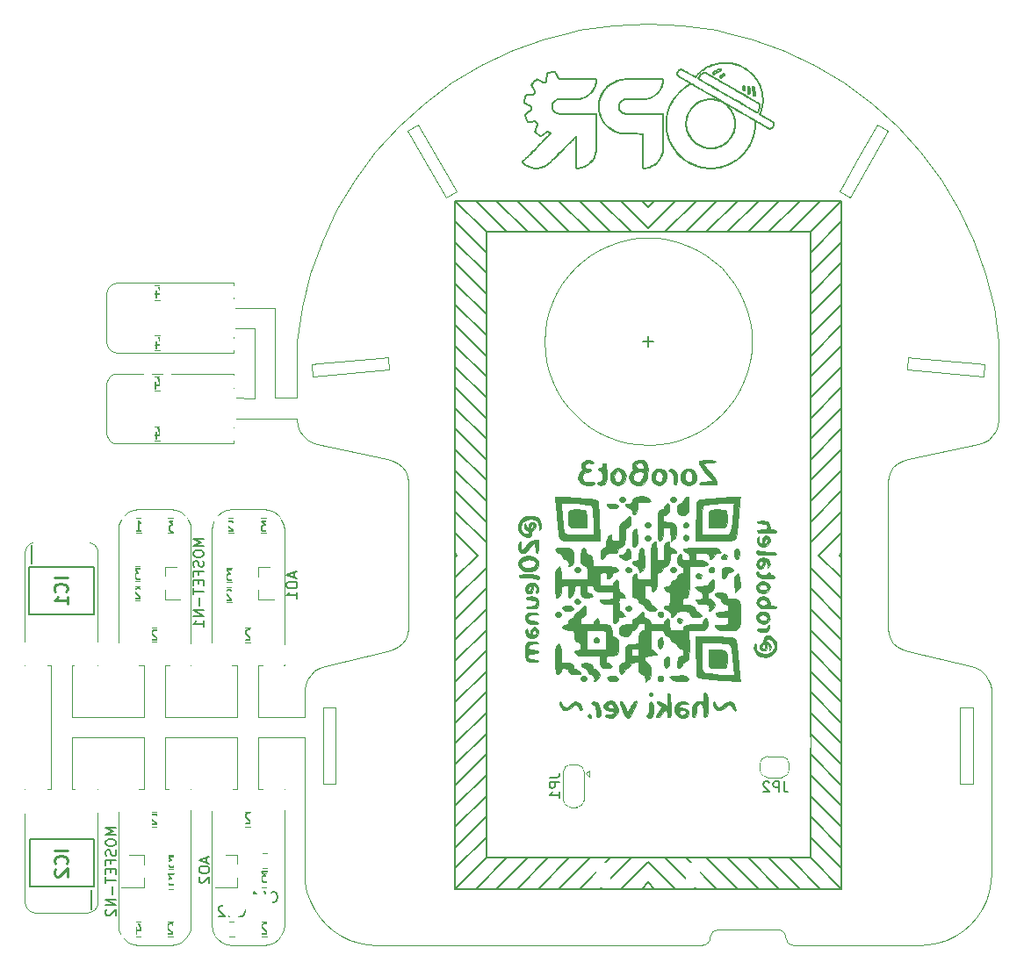
<source format=gbo>
G04 #@! TF.GenerationSoftware,KiCad,Pcbnew,(5.1.2)-2*
G04 #@! TF.CreationDate,2020-01-02T13:05:31+01:00*
G04 #@! TF.ProjectId,PCB_ZoroBot_v3,5043425f-5a6f-4726-9f42-6f745f76332e,rev?*
G04 #@! TF.SameCoordinates,PX5b1e540PY8239800*
G04 #@! TF.FileFunction,Legend,Bot*
G04 #@! TF.FilePolarity,Positive*
%FSLAX46Y46*%
G04 Gerber Fmt 4.6, Leading zero omitted, Abs format (unit mm)*
G04 Created by KiCad (PCBNEW (5.1.2)-2) date 2020-01-02 13:05:31*
%MOMM*%
%LPD*%
G04 APERTURE LIST*
%ADD10C,0.100000*%
%ADD11C,0.200000*%
%ADD12C,0.040000*%
%ADD13C,0.010000*%
%ADD14C,0.120000*%
%ADD15C,0.150000*%
%ADD16C,0.254000*%
%ADD17C,2.600000*%
%ADD18C,1.200000*%
%ADD19C,1.300000*%
%ADD20R,1.300000X1.200000*%
%ADD21C,1.375000*%
%ADD22C,2.400000*%
%ADD23R,0.850000X2.200000*%
%ADD24C,0.500000*%
%ADD25R,1.900000X1.400000*%
%ADD26C,2.200000*%
%ADD27R,2.200000X2.200000*%
%ADD28O,1.800000X1.300000*%
%ADD29C,1.800000*%
%ADD30O,1.400000X2.000000*%
%ADD31O,1.400000X2.500000*%
%ADD32C,1.050000*%
%ADD33C,2.100000*%
%ADD34O,2.100000X2.350000*%
G04 APERTURE END LIST*
D10*
X7939634Y58211342D02*
X7973708Y57952523D01*
X8232527Y57504235D02*
X8439634Y57345316D01*
X8439634Y63823366D02*
X8680815Y63923267D01*
X20197491Y57211151D02*
X20197491Y59584151D01*
X8680815Y57245416D02*
X8939634Y57211342D01*
X7973708Y57952523D02*
X8073608Y57711342D01*
X8073608Y63457341D02*
X8232527Y63664447D01*
X20197491Y57211151D02*
X8940800Y57211151D01*
X8439634Y57345316D02*
X8680815Y57245416D01*
X8680815Y63923267D02*
X8939634Y63957341D01*
X20197491Y61539120D02*
X20197491Y63957150D01*
X8939634Y63957341D02*
X20197491Y63957150D01*
X7939634Y58211342D02*
X7939634Y62957341D01*
X7973708Y63216160D02*
X8073608Y63457341D01*
X7939634Y62957341D02*
X7973708Y63216160D01*
X8232527Y63664447D02*
X8439634Y63823366D01*
X8073608Y57711342D02*
X8232527Y57504235D01*
X8939634Y55199421D02*
X20197491Y55199230D01*
X8439634Y48587396D02*
X8680815Y48487496D01*
X20197491Y52842160D02*
X20197491Y55199230D01*
X8232527Y54906527D02*
X8439634Y55065446D01*
X8439634Y55065446D02*
X8680815Y55165347D01*
X7973708Y54458240D02*
X8073608Y54699421D01*
X20197491Y48453231D02*
X20197491Y50826231D01*
X8680815Y55165347D02*
X8939634Y55199421D01*
X20197491Y48453231D02*
X8940800Y48453231D01*
X8073608Y54699421D02*
X8232527Y54906527D01*
X7973708Y49194603D02*
X8073608Y48953422D01*
X7939634Y54199421D02*
X7973708Y54458240D01*
X8232527Y48746315D02*
X8439634Y48587396D01*
X8073608Y48953422D02*
X8232527Y48746315D01*
X7939634Y49453422D02*
X7939634Y54199421D01*
X8680815Y48487496D02*
X8939634Y48453422D01*
X7939634Y49453422D02*
X7973708Y49194603D01*
X24197920Y52848520D02*
X26271619Y52848520D01*
X24197920Y61539120D02*
X24197920Y52848520D01*
X20197491Y61539120D02*
X24197920Y61539120D01*
X22201480Y59584600D02*
X20197491Y59584151D01*
X22201480Y52838360D02*
X22201480Y59584600D01*
X20197491Y52842160D02*
X22201480Y52838360D01*
X20197491Y50826231D02*
X26270560Y50826680D01*
X74128427Y42714D02*
X86243804Y42069D01*
X65377213Y42714D02*
G75*
G03X66154453Y851031I0J777837D01*
G01*
X66844520Y1545600D02*
G75*
G03X66154453Y850434I0J-690086D01*
G01*
X74128427Y42714D02*
G75*
G02X73438360Y737880I0J690086D01*
G01*
X72661120Y1545600D02*
G75*
G02X73438360Y737283I0J-777837D01*
G01*
X66844520Y1545600D02*
X72661120Y1545600D01*
D11*
X78774240Y37884720D02*
X78774240Y37484720D01*
X75774240Y36484720D02*
X75774240Y34484720D01*
X78774240Y13484720D02*
X78774240Y11484720D01*
X78774240Y49884720D02*
X78774240Y47884720D01*
X78774240Y65884720D02*
X78774240Y63884720D01*
X78774240Y25484720D02*
X78774240Y23484720D01*
X78774240Y9484720D02*
X78774240Y7484720D01*
X44527243Y36484720D02*
X41527243Y33484720D01*
X41527243Y57884720D02*
X41527243Y59884720D01*
X44527243Y34484720D02*
X41527243Y31484720D01*
X78774240Y33484720D02*
X78774240Y31484720D01*
X75774240Y36484720D02*
X78774240Y33484720D01*
X78774240Y19484720D02*
X78774240Y17484720D01*
X41527243Y33484720D02*
X41527243Y35484720D01*
X78774240Y69884720D02*
X78774240Y67884720D01*
X44527243Y58884720D02*
X44527243Y60884720D01*
X78774240Y11484720D02*
X78774240Y9484720D01*
X78774240Y47884720D02*
X78774240Y45884720D01*
X78774240Y27484720D02*
X78774240Y25484720D01*
X78774240Y61884720D02*
X78774240Y59884720D01*
X44527243Y60884720D02*
X44527243Y62884720D01*
X78774240Y45884720D02*
X78774240Y43884720D01*
X78774240Y53884720D02*
X78774240Y51884720D01*
X41527243Y51884720D02*
X41527243Y53884720D01*
X75774240Y38884720D02*
X78774240Y41884720D01*
X78774240Y31484720D02*
X78774240Y29484720D01*
X41527243Y35484720D02*
X41527243Y37484720D01*
X76574240Y37684720D02*
X78774240Y35484720D01*
X75774240Y34484720D02*
X78774240Y31484720D01*
X78774240Y15484720D02*
X78774240Y13484720D01*
X78774240Y51884720D02*
X78774240Y49884720D01*
X78774240Y55884720D02*
X78774240Y53884720D01*
X78774240Y41884720D02*
X78774240Y39884720D01*
X78774240Y7484720D02*
X78774240Y5484720D01*
X78774240Y67884720D02*
X78774240Y65884720D01*
X78774240Y21484720D02*
X78774240Y19484720D01*
X41527243Y55884720D02*
X41527243Y57884720D01*
X78774240Y63884720D02*
X78774240Y61884720D01*
X78774240Y43884720D02*
X78774240Y41884720D01*
X78774240Y23484720D02*
X78774240Y21484720D01*
X78774240Y71884720D02*
X78774240Y69884720D01*
X44527243Y66884720D02*
X44527243Y68884720D01*
X78774240Y59884720D02*
X78774240Y57884720D01*
X78774240Y57884720D02*
X78774240Y55884720D01*
X41527243Y53884720D02*
X41527243Y55884720D01*
X78774240Y17484720D02*
X78774240Y15484720D01*
X44527243Y38884720D02*
X41527243Y41884720D01*
X41527243Y39884720D02*
X41527243Y41884720D01*
X78774240Y35484720D02*
X78774240Y33484720D01*
X78774240Y29484720D02*
X78774240Y27484720D01*
X44527243Y56884720D02*
X44527243Y58884720D01*
X76574240Y37684720D02*
X78774240Y39884720D01*
X44527243Y58884720D02*
X41527243Y61884720D01*
X70774240Y5484720D02*
X68774240Y5484720D01*
X72774240Y5484720D02*
X70774240Y5484720D01*
X41527243Y11484720D02*
X41527243Y13484720D01*
X44527243Y20484720D02*
X44527243Y22484720D01*
X41527243Y59884720D02*
X41527243Y61884720D01*
X44527243Y46884720D02*
X44527243Y48884720D01*
X41527243Y29484720D02*
X41527243Y31484720D01*
X58527243Y8484720D02*
X56527243Y8484720D01*
X44527243Y32484720D02*
X44527243Y34484720D01*
X44527243Y48884720D02*
X44527243Y50884720D01*
X44527243Y44884720D02*
X44527243Y46884720D01*
X60150742Y58306617D02*
X60650742Y58306617D01*
X44527243Y66884720D02*
X41527243Y69884720D01*
X41527243Y67884720D02*
X41527243Y69884720D01*
X41527243Y41884720D02*
X41527243Y43884720D01*
X76774240Y5484720D02*
X74774240Y5484720D01*
X60150742Y58306617D02*
X60150742Y57806617D01*
X60150742Y58306617D02*
X60150742Y58806617D01*
X44527243Y16484720D02*
X41527243Y13484720D01*
X41527243Y47884720D02*
X41527243Y49884720D01*
X44527243Y10484720D02*
X44527243Y12484720D01*
X45527243Y5484720D02*
X43527243Y5484720D01*
X44527243Y44884720D02*
X41527243Y47884720D01*
X41527243Y45884720D02*
X41527243Y47884720D01*
X41527243Y61884720D02*
X41527243Y63884720D01*
X41527243Y27484720D02*
X41527243Y29484720D01*
X44527243Y10484720D02*
X41527243Y7484720D01*
X44527243Y26484720D02*
X44527243Y28484720D01*
X44527243Y40884720D02*
X44527243Y42884720D01*
X41527243Y7484720D02*
X41527243Y9484720D01*
X41527243Y23484720D02*
X41527243Y25484720D01*
X41527243Y17484720D02*
X41527243Y19484720D01*
X44527243Y24484720D02*
X44527243Y26484720D01*
X41527243Y31484720D02*
X41527243Y33484720D01*
X41527243Y49884720D02*
X41527243Y51884720D01*
X44527243Y22484720D02*
X44527243Y24484720D01*
X44527243Y12484720D02*
X44527243Y14484720D01*
X44527243Y52884720D02*
X44527243Y54884720D01*
X44527243Y18484720D02*
X44527243Y20484720D01*
X41527243Y25484720D02*
X41527243Y27484720D01*
X44527243Y20484720D02*
X41527243Y17484720D01*
X41527243Y21484720D02*
X41527243Y23484720D01*
X44527243Y50884720D02*
X44527243Y52884720D01*
X41527243Y43884720D02*
X41527243Y45884720D01*
X41527243Y65884720D02*
X41527243Y67884720D01*
X41527243Y19484720D02*
X41527243Y21484720D01*
X44527243Y62884720D02*
X44527243Y64884720D01*
X44527243Y16484720D02*
X44527243Y18484720D01*
X41527243Y15484720D02*
X41527243Y17484720D01*
X44527243Y42884720D02*
X44527243Y44884720D01*
X41527243Y9484720D02*
X41527243Y11484720D01*
X43527243Y5484720D02*
X41527243Y5484720D01*
X44527243Y28484720D02*
X44527243Y30484720D01*
X59650742Y58306617D02*
X60150742Y58306617D01*
X41527243Y63884720D02*
X41527243Y65884720D01*
X65774240Y8484720D02*
X63774240Y8484720D01*
X44527243Y62884720D02*
X41527243Y65884720D01*
X41527243Y13484720D02*
X41527243Y15484720D01*
X41527243Y69884720D02*
X41527243Y71884720D01*
X44527243Y64884720D02*
X44527243Y66884720D01*
X44527243Y14484720D02*
X44527243Y16484720D01*
X44527243Y34484720D02*
X44527243Y36484720D01*
X44527243Y54884720D02*
X44527243Y56884720D01*
X54527243Y8484720D02*
X52527243Y8484720D01*
X60774240Y5484720D02*
X59527243Y5484720D01*
X47527243Y5484720D02*
X45527243Y5484720D01*
X63774240Y8484720D02*
X66774240Y5484720D01*
X65774240Y8484720D02*
X68774240Y5484720D01*
X44527243Y50884720D02*
X41527243Y53884720D01*
X44527243Y60884720D02*
X41527243Y63884720D01*
X55527243Y5484720D02*
X53527243Y5484720D01*
X56527243Y8484720D02*
X53527243Y5484720D01*
X52527243Y8484720D02*
X50527243Y8484720D01*
X44527243Y14484720D02*
X41527243Y11484720D01*
X69774240Y8484720D02*
X67774240Y8484720D01*
X44527243Y52884720D02*
X41527243Y55884720D01*
X49527243Y5484720D02*
X47527243Y5484720D01*
X44527243Y56884720D02*
X41527243Y59884720D01*
X60150742Y6108218D02*
X59527243Y5484720D01*
X60150742Y71261221D02*
X59527243Y71884720D01*
X60150742Y8108218D02*
X57527243Y5484720D01*
X44527243Y42884720D02*
X41527243Y45884720D01*
X56527243Y8484720D02*
X54527243Y8484720D01*
X63774240Y8484720D02*
X61774240Y8484720D01*
X44527243Y32484720D02*
X41527243Y29484720D01*
X44527243Y24484720D02*
X41527243Y21484720D01*
X50527243Y8484720D02*
X48527243Y8484720D01*
X44527243Y28484720D02*
X41527243Y25484720D01*
X53527243Y5484720D02*
X51527243Y5484720D01*
X62774240Y5484720D02*
X60774240Y5484720D01*
X75774240Y20484720D02*
X75774240Y18484720D01*
X44527243Y18484720D02*
X41527243Y15484720D01*
X67774240Y8484720D02*
X65774240Y8484720D01*
X66774240Y5484720D02*
X64774240Y5484720D01*
X60150742Y8108218D02*
X62774240Y5484720D01*
X44527243Y30484720D02*
X41527243Y27484720D01*
X48527243Y8484720D02*
X46527243Y8484720D01*
X75774240Y18484720D02*
X78774240Y15484720D01*
X59527243Y5484720D02*
X57527243Y5484720D01*
X68774240Y5484720D02*
X66774240Y5484720D01*
X44527243Y64884720D02*
X41527243Y67884720D01*
X71774240Y8484720D02*
X69774240Y8484720D01*
X44527243Y12484720D02*
X41527243Y9484720D01*
X73774240Y8484720D02*
X71774240Y8484720D01*
X57527243Y5484720D02*
X55527243Y5484720D01*
X61774240Y8484720D02*
X58527243Y8484720D01*
X44527243Y30484720D02*
X44527243Y32484720D01*
X44527243Y22484720D02*
X41527243Y19484720D01*
X51527243Y5484720D02*
X49527243Y5484720D01*
X44527243Y46884720D02*
X41527243Y49884720D01*
X67774240Y8484720D02*
X70774240Y5484720D01*
X75774240Y24484720D02*
X75774240Y22484720D01*
X64774240Y5484720D02*
X62774240Y5484720D01*
X75774240Y18484720D02*
X75774240Y16484720D01*
X44527243Y38884720D02*
X44527243Y40884720D01*
X44527243Y26484720D02*
X41527243Y23484720D01*
X58527243Y8484720D02*
X55527243Y5484720D01*
X74774240Y5484720D02*
X72774240Y5484720D01*
X75774240Y10484720D02*
X75774240Y8484720D01*
X60150742Y71261221D02*
X60774240Y71884720D01*
X44527243Y48884720D02*
X41527243Y51884720D01*
X44527243Y40884720D02*
X41527243Y43884720D01*
X75774240Y24484720D02*
X78774240Y21484720D01*
X51527243Y71884720D02*
X53527243Y71884720D01*
X75774240Y32484720D02*
X75774240Y30484720D01*
X75774240Y20484720D02*
X78774240Y17484720D01*
X44527243Y54884720D02*
X41527243Y57884720D01*
X75774240Y16484720D02*
X78774240Y13484720D01*
X54527243Y8484720D02*
X51527243Y5484720D01*
X75774240Y12484720D02*
X78774240Y9484720D01*
X75774240Y42884720D02*
X78774240Y45884720D01*
X75774240Y48884720D02*
X78774240Y51884720D01*
X50527243Y8484720D02*
X47527243Y5484720D01*
X46527243Y8484720D02*
X44527243Y8484720D01*
X48527243Y68884720D02*
X45527243Y71884720D01*
X75774240Y30484720D02*
X78774240Y27484720D01*
X60150742Y69261221D02*
X62774240Y71884720D01*
X48527243Y8484720D02*
X45527243Y5484720D01*
X75774240Y32484720D02*
X78774240Y29484720D01*
X54527243Y68884720D02*
X56527243Y68884720D01*
X75774240Y26484720D02*
X75774240Y24484720D01*
X67774240Y68884720D02*
X69774240Y68884720D01*
X75774240Y44884720D02*
X75774240Y42884720D01*
X55527243Y71884720D02*
X57527243Y71884720D01*
X75774240Y14484720D02*
X75774240Y12484720D01*
X75774240Y52884720D02*
X78774240Y55884720D01*
X60150742Y6108218D02*
X60774240Y5484720D01*
X75774240Y50884720D02*
X78774240Y53884720D01*
X59527243Y71884720D02*
X60774240Y71884720D01*
X61774240Y8484720D02*
X64774240Y5484720D01*
X52527243Y8484720D02*
X49527243Y5484720D01*
X54527243Y68884720D02*
X51527243Y71884720D01*
X75774240Y12484720D02*
X75774240Y10484720D01*
X75774240Y66884720D02*
X75774240Y64884720D01*
X66774240Y71884720D02*
X68774240Y71884720D01*
X69774240Y8484720D02*
X72774240Y5484720D01*
X60150742Y69261221D02*
X57527243Y71884720D01*
X73774240Y8484720D02*
X76774240Y5484720D01*
X75774240Y22484720D02*
X75774240Y20484720D01*
X75774240Y30484720D02*
X75774240Y28484720D01*
X75774240Y16484720D02*
X75774240Y14484720D01*
X53527243Y71884720D02*
X55527243Y71884720D01*
X48527243Y68884720D02*
X50527243Y68884720D01*
X69774240Y68884720D02*
X72774240Y71884720D01*
X75774240Y42884720D02*
X75774240Y40884720D01*
X74774240Y71884720D02*
X76774240Y71884720D01*
X75774240Y58884720D02*
X75774240Y56884720D01*
X71774240Y8484720D02*
X74774240Y5484720D01*
X75774240Y28484720D02*
X78774240Y25484720D01*
X46527243Y8484720D02*
X43527243Y5484720D01*
X75774240Y14484720D02*
X78774240Y11484720D01*
X43527243Y71884720D02*
X45527243Y71884720D01*
X75774240Y34484720D02*
X75774240Y32484720D01*
X58527243Y68884720D02*
X55527243Y71884720D01*
X75774240Y54884720D02*
X75774240Y52884720D01*
X75774240Y28484720D02*
X75774240Y26484720D01*
X75774240Y54884720D02*
X78774240Y57884720D01*
X75774240Y26484720D02*
X78774240Y23484720D01*
X75774240Y40884720D02*
X78774240Y43884720D01*
X75774240Y46884720D02*
X75774240Y44884720D01*
X75774240Y48884720D02*
X75774240Y46884720D01*
X57527243Y71884720D02*
X59527243Y71884720D01*
X75774240Y52884720D02*
X75774240Y50884720D01*
X46527243Y68884720D02*
X43527243Y71884720D01*
X75774240Y22484720D02*
X78774240Y19484720D01*
X75774240Y10484720D02*
X78774240Y7484720D01*
X56527243Y68884720D02*
X53527243Y71884720D01*
X75774240Y66884720D02*
X78774240Y69884720D01*
X72774240Y71884720D02*
X74774240Y71884720D01*
X75774240Y64884720D02*
X75774240Y62884720D01*
X46527243Y68884720D02*
X48527243Y68884720D01*
X75774240Y56884720D02*
X75774240Y54884720D01*
X75774240Y46884720D02*
X78774240Y49884720D01*
X41527243Y71884720D02*
X43527243Y71884720D01*
X58527243Y68884720D02*
X61774240Y68884720D01*
X71774240Y68884720D02*
X73774240Y68884720D01*
X63774240Y68884720D02*
X66774240Y71884720D01*
X50527243Y68884720D02*
X52527243Y68884720D01*
X75774240Y8484720D02*
X73774240Y8484720D01*
X75774240Y60884720D02*
X78774240Y63884720D01*
X75774240Y62884720D02*
X75774240Y60884720D01*
X69774240Y68884720D02*
X71774240Y68884720D01*
X70774240Y71884720D02*
X72774240Y71884720D01*
X52527243Y68884720D02*
X54527243Y68884720D01*
X75774240Y68884720D02*
X78774240Y71884720D01*
X61774240Y68884720D02*
X63774240Y68884720D01*
X75774240Y40884720D02*
X75774240Y38884720D01*
X44527243Y68884720D02*
X41527243Y71884720D01*
X44527243Y8484720D02*
X41527243Y5484720D01*
X60774240Y71884720D02*
X62774240Y71884720D01*
X75774240Y44884720D02*
X78774240Y47884720D01*
X44527243Y68884720D02*
X46527243Y68884720D01*
X65774240Y68884720D02*
X67774240Y68884720D01*
X75774240Y64884720D02*
X78774240Y67884720D01*
X56527243Y68884720D02*
X58527243Y68884720D01*
X50527243Y68884720D02*
X47527243Y71884720D01*
X62774240Y71884720D02*
X64774240Y71884720D01*
X63774240Y68884720D02*
X65774240Y68884720D01*
X68774240Y71884720D02*
X70774240Y71884720D01*
X75774240Y62884720D02*
X78774240Y65884720D01*
X61774240Y68884720D02*
X64774240Y71884720D01*
X67774240Y68884720D02*
X70774240Y71884720D01*
X75774240Y60884720D02*
X75774240Y58884720D01*
X65774240Y68884720D02*
X68774240Y71884720D01*
X49527243Y71884720D02*
X51527243Y71884720D01*
X52527243Y68884720D02*
X49527243Y71884720D01*
X75774240Y8484720D02*
X78774240Y5484720D01*
X45527243Y71884720D02*
X47527243Y71884720D01*
X75774240Y68884720D02*
X75774240Y66884720D01*
X75774240Y50884720D02*
X75774240Y48884720D01*
X71774240Y68884720D02*
X74774240Y71884720D01*
X47527243Y71884720D02*
X49527243Y71884720D01*
X44527243Y8484720D02*
X44527243Y10484720D01*
X73774240Y68884720D02*
X76774240Y71884720D01*
X41527243Y5484720D02*
X41527243Y7484720D01*
X78774240Y5484720D02*
X76774240Y5484720D01*
X75774240Y58884720D02*
X78774240Y61884720D01*
X64774240Y71884720D02*
X66774240Y71884720D01*
X75774240Y56884720D02*
X78774240Y59884720D01*
X73774240Y68884720D02*
X75774240Y68884720D01*
X76774240Y71884720D02*
X78774240Y71884720D01*
X43727243Y37684720D02*
X41527243Y35484720D01*
X41527243Y37484720D02*
X41527243Y37884720D01*
X43727243Y37684720D02*
X41527243Y39884720D01*
X78774240Y39884720D02*
X78774240Y37884720D01*
X41727243Y37684720D02*
X41527243Y37884720D01*
X75774240Y38884720D02*
X75774240Y36484720D01*
X44527243Y36484720D02*
X44527243Y38884720D01*
X41727243Y37684720D02*
X41527243Y37484720D01*
X78774240Y37484720D02*
X78774240Y35484720D01*
X78574240Y37684720D02*
X78774240Y37484720D01*
X41527243Y37884720D02*
X41527243Y39884720D01*
X78574240Y37684720D02*
X78774240Y37884720D01*
D10*
X47104039Y86398699D02*
X50246806Y87523229D01*
X28696617Y67990562D02*
X30123667Y71008024D01*
X26761273Y61609862D02*
X27572210Y64847751D01*
X35023592Y46955620D02*
X28238578Y48384172D01*
X41223647Y83255472D02*
X44086633Y84971532D01*
X79016963Y83255472D02*
X81697955Y81267048D01*
X28450330Y2780739D02*
X29054056Y2092322D01*
X35023592Y28417208D02*
X35548893Y28547275D01*
X92668401Y64847751D02*
X93479337Y61609862D01*
X33090120Y101955D02*
X34003804Y42069D01*
X69392464Y54482721D02*
X68973024Y53595521D01*
X31325020Y574913D02*
X32192070Y280589D01*
X81697955Y81267048D02*
X84171132Y79025409D01*
X29054056Y2092322D02*
X29742474Y1488596D01*
X93182070Y6128469D02*
X93241684Y7042069D01*
X93241684Y7042069D02*
X93236807Y24647108D01*
X92944961Y25691034D02*
X93146748Y25184689D01*
X92980112Y48851377D02*
X93373151Y49229020D01*
X84171132Y79025409D02*
X86412675Y76552145D01*
X91796348Y2780891D02*
X92304852Y3542233D01*
X92247412Y26520722D02*
X92640586Y26143206D01*
X44086633Y84971532D02*
X47104039Y86398699D01*
X89743356Y979961D02*
X90504544Y1488696D01*
X38542655Y81267048D02*
X41223647Y83255472D01*
X27941626Y3542069D02*
X28450330Y2780739D01*
X92709610Y4363445D02*
X93003694Y5230471D01*
X88055330Y280608D02*
X88922266Y574954D01*
X27536647Y4363285D02*
X27941626Y3542069D01*
X24795741Y41122069D02*
X24477903Y41536283D01*
X27682547Y56141842D02*
X27787134Y54946409D01*
X15995541Y40639707D02*
X15795741Y41122069D01*
X26271619Y58308076D02*
X26761273Y61609862D01*
X84691694Y46825440D02*
X85217018Y46955620D01*
X92565061Y56141843D02*
X91867725Y56202852D01*
X91440536Y15631313D02*
X91440536Y23031313D01*
X30008164Y15631313D02*
X30008164Y23031313D01*
X35158975Y55591361D02*
X35054388Y56786795D01*
X83301945Y78614472D02*
X82262714Y79214472D01*
X7063690Y37948766D02*
X7063690Y27082069D01*
X93146748Y25184689D02*
X93236807Y24647108D01*
X91440536Y23031313D02*
X90239438Y23031313D01*
X197665Y38448766D02*
X97765Y38207585D01*
X22563690Y27082069D02*
X22563690Y22082069D01*
X82262714Y79214472D02*
X81912714Y78608254D01*
X78912714Y73412102D02*
X78562714Y72805884D01*
X36027851Y28799182D02*
X35548893Y28547275D01*
X83807913Y46214220D02*
X84212731Y46573434D01*
X90504544Y1488696D02*
X91192802Y2092450D01*
X67854446Y88059125D02*
X69993805Y87523229D01*
X9063690Y40122069D02*
X9063690Y27082069D01*
X56786430Y88824075D02*
X60120305Y88987861D01*
X31368468Y56464319D02*
X28379883Y56202851D01*
X66755946Y88334292D02*
X67854446Y88059125D01*
X23581328Y42053921D02*
X23063690Y42122069D01*
X30008164Y23031313D02*
X28807066Y23031313D01*
X36931632Y45262525D02*
X36739888Y45768635D01*
X88879141Y56464319D02*
X85890557Y56725787D01*
X30123667Y71008024D02*
X31839616Y73871076D01*
X53484664Y88334292D02*
X56786430Y88824075D01*
X36996807Y30647108D02*
X36996807Y44725250D01*
X28807066Y15631313D02*
X30008164Y15631313D01*
X35054388Y56786795D02*
X34357052Y56725786D01*
X30503804Y979892D02*
X31325020Y574913D01*
X92304852Y3542233D02*
X92709610Y4363445D01*
X69722924Y55406762D02*
X69392464Y54482721D01*
X24477903Y41536283D02*
X24063690Y41854120D01*
X91543993Y67990562D02*
X92668401Y64847751D01*
X91867725Y56202852D02*
X88879141Y56464319D01*
X563691Y38814792D02*
X356584Y38655873D01*
X80412714Y76010178D02*
X78912714Y73412102D01*
X85193220Y56786796D02*
X85088633Y55591362D01*
X90239438Y23031313D02*
X90239438Y15631313D01*
X36432675Y29158314D02*
X36027851Y28799182D01*
X85217018Y28417208D02*
X84691717Y28547275D01*
X93479337Y61609862D02*
X93968992Y58308076D01*
X78562714Y72805884D02*
X79601945Y72205884D01*
X90116943Y71008024D02*
X91543993Y67990562D01*
X6563690Y38814792D02*
X6770796Y38655873D01*
X28238578Y48384172D02*
X27724542Y48565445D01*
X9063690Y27082069D02*
X11563690Y27082069D01*
X34003804Y42069D02*
X65377213Y42714D01*
X13563690Y22082069D02*
X20563690Y22082069D01*
X356584Y38655873D02*
X197665Y38448766D01*
X63454180Y88824075D02*
X66755946Y88334292D01*
X25063690Y40122069D02*
X24995541Y40639707D01*
X92460474Y54946409D02*
X92565061Y56141843D01*
X34357052Y56725786D02*
X31368468Y56464319D01*
X91192802Y2092450D02*
X91796348Y2780891D01*
X27295649Y25691034D02*
X27093862Y25184689D01*
X10063690Y41854120D02*
X9649476Y41536283D01*
X4563690Y22082069D02*
X11563690Y22082069D01*
X27572210Y64847751D02*
X28696617Y67990562D01*
X76153978Y84971532D02*
X79016963Y83255472D01*
X28971485Y26987532D02*
X35023592Y28417208D01*
X90239438Y15631313D02*
X91440536Y15631313D01*
X85890557Y56725787D02*
X85193220Y56786796D01*
X28379883Y56202851D02*
X27682547Y56141842D01*
X36069479Y79025409D02*
X38542655Y81267048D01*
X85088633Y55591362D02*
X92460474Y54946409D01*
X60120305Y88987861D02*
X63454180Y88824075D01*
X86412675Y76552145D02*
X88400995Y73871076D01*
X81912714Y78608254D02*
X80412714Y76010178D01*
X22563690Y22082069D02*
X27003804Y22082069D01*
X804872Y38914692D02*
X563691Y38814792D01*
X86243804Y42069D02*
X87157386Y101960D01*
X27787134Y54946409D02*
X35158975Y55591361D01*
X1063691Y38948766D02*
X6063690Y38948766D01*
X27063690Y6128386D02*
X27242323Y5230336D01*
X24995541Y40639707D02*
X24795741Y41122069D01*
X2563691Y15082069D02*
X63691Y15082069D01*
X27003804Y7042069D02*
X27063690Y6128386D01*
X18063690Y27082069D02*
X20563690Y27082069D01*
X25063690Y27082069D02*
X25063690Y40122069D01*
X18131838Y40639707D02*
X18063690Y40122069D01*
X6063690Y38948766D02*
X6322509Y38914692D01*
X63691Y27082069D02*
X63691Y37948766D01*
X7029616Y3956553D02*
X7063690Y4215372D01*
X6063690Y3215372D02*
X1063691Y3215372D01*
X15063690Y41854120D02*
X14581328Y42053921D01*
X6563690Y3349347D02*
X6770796Y3508266D01*
X563691Y3349347D02*
X356584Y3508266D01*
X13563690Y27082069D02*
X16063690Y27082069D01*
X6063690Y3215372D02*
X6322509Y3249447D01*
X9649476Y41536283D02*
X9331639Y41122069D01*
X4563690Y27082069D02*
X7063690Y27082069D01*
X9063690Y15082069D02*
X9063690Y2042069D01*
X19063690Y41854120D02*
X18649476Y41536283D01*
X11563690Y15082069D02*
X9063690Y15082069D01*
X7063690Y15082069D02*
X4563690Y15082069D01*
X356584Y3508266D02*
X197665Y3715372D01*
X7029616Y38207585D02*
X7063690Y37948766D01*
X14063690Y42122069D02*
X11063690Y42122069D01*
X6322509Y38914692D02*
X6563690Y38814792D01*
X18063690Y40122069D02*
X18063690Y27082069D01*
X15795741Y41122069D02*
X15477903Y41536283D01*
X11563690Y22082069D02*
X11563690Y27082069D01*
X9331639Y41122069D02*
X9131838Y40639707D01*
X6322509Y3249447D02*
X6563690Y3349347D01*
X15477903Y41536283D02*
X15063690Y41854120D01*
X18331639Y41122069D02*
X18131838Y40639707D01*
X11063690Y42122069D02*
X10546052Y42053921D01*
X63691Y27082069D02*
X2563691Y27082069D01*
X197665Y3715372D02*
X97765Y3956553D01*
X4563690Y22082069D02*
X4563690Y27082069D01*
X2563691Y27082069D02*
X2563691Y15082069D01*
X6929715Y38448766D02*
X7029616Y38207585D01*
X97765Y3956553D02*
X63691Y4215372D01*
X22563690Y27082069D02*
X25063690Y27082069D01*
X14581328Y42053921D02*
X14063690Y42122069D01*
X19546052Y42053921D02*
X19063690Y41854120D01*
X6770796Y38655873D02*
X6929715Y38448766D01*
X16063690Y40122069D02*
X15995541Y40639707D01*
X13563690Y27082069D02*
X13563690Y22082069D01*
X9131838Y40639707D02*
X9063690Y40122069D01*
X11563690Y20082069D02*
X4563690Y20082069D01*
X1063691Y38948766D02*
X804872Y38914692D01*
X63691Y4215372D02*
X63691Y15082069D01*
X9331639Y1042069D02*
X9649476Y627856D01*
X23063690Y42122069D02*
X20063690Y42122069D01*
X97765Y38207585D02*
X63691Y37948766D01*
X25063690Y15082069D02*
X22563690Y15082069D01*
X11063690Y42069D02*
X14063690Y42069D01*
X10063690Y310019D02*
X10546052Y110218D01*
X9649476Y627856D02*
X10063690Y310019D01*
X18331639Y1042069D02*
X18649476Y627856D01*
X7063690Y15082069D02*
X7063690Y4215372D01*
X6929715Y3715372D02*
X7029616Y3956553D01*
X6770796Y3508266D02*
X6929715Y3715372D01*
X16063690Y27082069D02*
X16063690Y40122069D01*
X10546052Y42053921D02*
X10063690Y41854120D01*
X804872Y3249447D02*
X563691Y3349347D01*
X20063690Y42122069D02*
X19546052Y42053921D01*
X4563690Y15082069D02*
X4563690Y20082069D01*
X9131838Y1524431D02*
X9331639Y1042069D01*
X1063691Y3215372D02*
X804872Y3249447D01*
X27003804Y20082069D02*
X22563690Y20082069D01*
X18649476Y41536283D02*
X18331639Y41122069D01*
X20563690Y22082069D02*
X20563690Y27082069D01*
X11563690Y15082069D02*
X11563690Y20082069D01*
X24063690Y41854120D02*
X23581328Y42053921D01*
X18063690Y15082069D02*
X18063690Y2042069D01*
X16063690Y2042069D02*
X16063690Y15082069D01*
X10546052Y110218D02*
X11063690Y42069D01*
X23581328Y110218D02*
X24063690Y310019D01*
X14581328Y110218D02*
X15063690Y310019D01*
X20063690Y42069D02*
X23063690Y42069D01*
X14063690Y42069D02*
X14581328Y110218D01*
X22563690Y20082069D02*
X22563690Y15082069D01*
X24477903Y627856D02*
X24795741Y1042069D01*
X18063690Y2042069D02*
X18131838Y1524431D01*
X20563690Y15082069D02*
X18063690Y15082069D01*
X18649476Y627856D02*
X19063690Y310019D01*
X19546052Y110218D02*
X20063690Y42069D01*
X23063690Y42069D02*
X23581328Y110218D01*
X25063690Y2042069D02*
X25063690Y15082069D01*
X20563690Y15082069D02*
X20563690Y20082069D01*
X15477903Y627856D02*
X15795741Y1042069D01*
X15795741Y1042069D02*
X15995541Y1524431D01*
X9063690Y2042069D02*
X9131838Y1524431D01*
X27003804Y20082069D02*
X27003804Y7042069D01*
X18131838Y1524431D02*
X18331639Y1042069D01*
X16063690Y15082069D02*
X13563690Y15082069D01*
X24995541Y1524431D02*
X25063690Y2042069D01*
X15063690Y310019D02*
X15477903Y627856D01*
X28807066Y23031313D02*
X28807066Y15631313D01*
X24063690Y310019D02*
X24477903Y627856D01*
X19063690Y310019D02*
X19546052Y110218D01*
X15995541Y1524431D02*
X16063690Y2042069D01*
X24795741Y1042069D02*
X24995541Y1524431D01*
X13563690Y20082069D02*
X13563690Y15082069D01*
X20563690Y20082069D02*
X13563690Y20082069D01*
X50201366Y57326311D02*
X50153056Y58306475D01*
X56324742Y67546259D02*
X57248677Y67877015D01*
X41684894Y72805883D02*
X41334894Y73412101D01*
X54598686Y49992490D02*
X53810361Y50576956D01*
X39834894Y76010177D02*
X38334894Y78608254D01*
X63981370Y49069894D02*
X63057435Y48739138D01*
X50583188Y61209390D02*
X50913648Y62133431D01*
X50344891Y60257409D02*
X50583188Y61209390D01*
X51333089Y63020631D02*
X51837471Y63862447D01*
X53080856Y65378012D02*
X53807886Y66037165D01*
X58200582Y68115616D02*
X59171291Y68259766D01*
X59174479Y48356072D02*
X58203724Y48499911D01*
X62105530Y48500536D02*
X61134821Y48356386D01*
X55437677Y67126534D02*
X56324742Y67546259D01*
X37984894Y79214471D02*
X36945663Y78614471D01*
X57251742Y48738208D02*
X56327702Y49068668D01*
X65710090Y49994270D02*
X64868436Y49489619D01*
X53810361Y50576956D02*
X53083121Y51235876D01*
X58203724Y48499911D02*
X57251742Y48738208D01*
X51839250Y52751042D02*
X51334599Y53592697D01*
X55440501Y49488109D02*
X54598686Y49992490D01*
X64865611Y67128044D02*
X65707427Y66623662D01*
X67225256Y51238141D02*
X66498227Y50578988D01*
X79601945Y72205884D02*
X83301945Y78614472D01*
X40645663Y72205883D02*
X41684894Y72805883D01*
X66498227Y50578988D02*
X65710090Y49994270D01*
X36945663Y78614471D02*
X40645663Y72205883D01*
X59171291Y68259766D02*
X59730775Y68287342D01*
X38334894Y78608254D02*
X37984894Y79214471D01*
X57248677Y67877015D02*
X58200582Y68115616D01*
X56327702Y49068668D02*
X55440501Y49488109D01*
X67222992Y65380276D02*
X67882145Y64653247D01*
X64868436Y49489619D02*
X63981370Y49069894D01*
X50584118Y55403697D02*
X50345516Y56355602D01*
X50914874Y54479762D02*
X50584118Y55403697D01*
X50153056Y58306475D02*
X50201052Y59286654D01*
X93003694Y5230471D02*
X93182070Y6128469D01*
X69993805Y87523229D02*
X73136571Y86398699D01*
X73136571Y86398699D02*
X76153978Y84971532D01*
X50201052Y59286654D02*
X50344891Y60257409D01*
X83243804Y30647108D02*
X83243804Y44725250D01*
X27993199Y26520722D02*
X27600024Y26143206D01*
X50246806Y87523229D02*
X52386164Y88059125D01*
X36931628Y30109884D02*
X36996807Y30647108D01*
X33827936Y76552145D02*
X36069479Y79025409D01*
X83500723Y45768635D02*
X83807913Y46214220D01*
X29742474Y1488596D02*
X30503804Y979892D01*
X32192070Y280589D02*
X33090120Y101955D01*
X83308979Y45262525D02*
X83500723Y45768635D01*
X27242323Y5230336D02*
X27536647Y4363285D01*
X83243804Y44725250D02*
X83308979Y45262525D01*
X35548917Y46825440D02*
X35023592Y46955620D01*
X83807935Y29158314D02*
X84212760Y28799182D01*
X63054371Y67877944D02*
X63978411Y67547484D01*
X27026388Y24781919D02*
X27003804Y24647108D01*
X67882145Y64653247D02*
X68466863Y63865110D01*
X88922266Y574954D02*
X89743356Y979961D01*
X28457361Y26806478D02*
X27993199Y26520722D01*
X52386164Y88059125D02*
X53484664Y88334292D01*
X67884177Y51965381D02*
X67225256Y51238141D01*
X53083121Y51235876D02*
X52423968Y51962906D01*
X88400995Y73871076D02*
X90116943Y71008024D01*
X93373151Y49229020D02*
X93677386Y49681274D01*
X61131634Y68260080D02*
X62102389Y68116241D01*
X60575338Y48328811D02*
X60154658Y48308076D01*
X27260498Y48851377D02*
X26867460Y49229020D01*
X36739876Y29603831D02*
X36432675Y29158314D01*
X65707427Y66623662D02*
X66495751Y66039197D01*
X51837471Y63862447D02*
X52421936Y64650771D01*
X92516069Y48565445D02*
X92980112Y48851377D01*
X68468642Y52753706D02*
X67884177Y51965381D01*
X36931628Y30109884D02*
X36739876Y29603831D01*
X36996807Y44725250D02*
X36931632Y45262525D01*
X26361566Y50187661D02*
X26270560Y50826680D01*
X27600024Y26143206D02*
X27295649Y25691034D01*
X70153056Y58309678D02*
X70105060Y57329499D01*
X83500735Y29603831D02*
X83807935Y29158314D01*
X31839616Y73871076D02*
X33827936Y76552145D01*
X69391239Y62136390D02*
X69721995Y61212455D01*
X28971485Y26987532D02*
X28457361Y26806478D01*
X63978411Y67547484D02*
X64865611Y67128044D01*
X59730775Y68287342D02*
X60151455Y68308076D01*
X54596022Y66621883D02*
X55437677Y67126534D01*
X87157386Y101960D02*
X88055330Y280608D01*
X70104746Y59289841D02*
X70153056Y58309678D01*
X62102389Y68116241D02*
X63054371Y67877944D01*
X70105060Y57329499D02*
X69961221Y56358744D01*
X91269125Y26987532D02*
X85217018Y28417208D01*
X92640586Y26143206D02*
X92944961Y25691034D01*
X83308982Y30109884D02*
X83500735Y29603831D01*
X66495751Y66039197D02*
X67222992Y65380276D01*
X69960597Y60260550D02*
X70104746Y59289841D01*
X92002033Y48384172D02*
X92516069Y48565445D01*
X93968992Y50725250D02*
X93968992Y58308076D01*
X26563224Y49681274D02*
X26361566Y50187661D01*
X41334894Y73412101D02*
X39834894Y76010177D01*
X61134821Y48356386D02*
X60575338Y48328811D01*
X69961221Y56358744D02*
X69722924Y55406762D01*
X68973024Y53595521D02*
X68468642Y52753706D01*
X84212760Y28799182D02*
X84691717Y28547275D01*
X52423968Y51962906D02*
X51839250Y52751042D01*
X68466863Y63865110D02*
X68971514Y63023456D01*
X63057435Y48739138D02*
X62105530Y48500536D01*
X60154658Y48308076D02*
X59174479Y48356072D01*
X53807886Y66037165D02*
X54596022Y66621883D01*
X83243804Y30647108D02*
X83308982Y30109884D01*
X85217018Y46955620D02*
X92002033Y48384172D01*
X36739888Y45768635D02*
X36432697Y46214220D01*
X91269125Y26987532D02*
X91783249Y26806478D01*
X52421936Y64650771D02*
X53080856Y65378012D01*
X60151455Y68308076D02*
X61131634Y68260080D01*
X27724542Y48565445D02*
X27260498Y48851377D01*
X26271619Y52848520D02*
X26271619Y58308076D01*
X68971514Y63023456D02*
X69391239Y62136390D01*
X91783249Y26806478D02*
X92247412Y26520722D01*
X93879044Y50187661D02*
X93968992Y50725250D01*
X84212731Y46573434D02*
X84691694Y46825440D01*
X93677386Y49681274D02*
X93879044Y50187661D01*
X27093862Y25184689D02*
X27026388Y24781919D01*
X69721995Y61212455D02*
X69960597Y60260550D01*
X51334599Y53592697D02*
X50914874Y54479762D01*
X36432697Y46214220D02*
X36027879Y46573434D01*
X36027879Y46573434D02*
X35548917Y46825440D01*
X50345516Y56355602D02*
X50201366Y57326311D01*
X50913648Y62133431D02*
X51333089Y63020631D01*
X27003804Y24647108D02*
X27003804Y22082069D01*
X26867460Y49229020D02*
X26563224Y49681274D01*
D12*
G36*
X67040479Y84641550D02*
G01*
X67008998Y84640833D01*
X66983680Y84638656D01*
X66959798Y84634164D01*
X66932626Y84626499D01*
X66902689Y84616605D01*
X66843201Y84594022D01*
X66780717Y84566171D01*
X66716808Y84534072D01*
X66653046Y84498748D01*
X66591002Y84461218D01*
X66532248Y84422503D01*
X66478355Y84383623D01*
X66430895Y84345598D01*
X66391439Y84309451D01*
X66361559Y84276200D01*
X66347802Y84256260D01*
X66333790Y84222367D01*
X66328373Y84185585D01*
X66331612Y84149913D01*
X66343565Y84119351D01*
X66345731Y84116007D01*
X66371997Y84087750D01*
X66403500Y84071095D01*
X66439169Y84066247D01*
X66477930Y84073413D01*
X66505533Y84085268D01*
X66523854Y84096130D01*
X66549630Y84113062D01*
X66580040Y84134133D01*
X66612263Y84157409D01*
X66628310Y84169374D01*
X66685719Y84211496D01*
X66738003Y84246943D01*
X66788450Y84277533D01*
X66840351Y84305087D01*
X66896993Y84331422D01*
X66961666Y84358358D01*
X66990612Y84369743D01*
X67048750Y84393564D01*
X67095212Y84415596D01*
X67131091Y84436639D01*
X67157476Y84457487D01*
X67175460Y84478938D01*
X67186134Y84501788D01*
X67189201Y84514741D01*
X67188823Y84526161D01*
X67105377Y84526161D01*
X67098148Y84514013D01*
X67081663Y84500879D01*
X67055118Y84486131D01*
X67017713Y84469145D01*
X66968644Y84449293D01*
X66963933Y84447462D01*
X66887007Y84416304D01*
X66819529Y84385754D01*
X66758154Y84353969D01*
X66699538Y84319105D01*
X66640334Y84279321D01*
X66584912Y84238641D01*
X66548812Y84211928D01*
X66515037Y84188137D01*
X66485295Y84168377D01*
X66461293Y84153757D01*
X66444737Y84145385D01*
X66438880Y84143817D01*
X66431663Y84146518D01*
X66423568Y84150559D01*
X66414463Y84160095D01*
X66411080Y84177734D01*
X66410971Y84183269D01*
X66412679Y84200404D01*
X66419303Y84215501D01*
X66433085Y84233128D01*
X66438346Y84238935D01*
X66476134Y84276273D01*
X66520287Y84313713D01*
X66569550Y84350661D01*
X66622667Y84386521D01*
X66678382Y84420701D01*
X66735440Y84452604D01*
X66792585Y84481637D01*
X66848561Y84507205D01*
X66902114Y84528713D01*
X66951988Y84545567D01*
X66996927Y84557172D01*
X67035675Y84562935D01*
X67066977Y84562259D01*
X67089577Y84554551D01*
X67095276Y84550006D01*
X67104153Y84537950D01*
X67105377Y84526161D01*
X67188823Y84526161D01*
X67188178Y84545632D01*
X67176076Y84576917D01*
X67154399Y84605628D01*
X67134559Y84622450D01*
X67121146Y84631361D01*
X67109291Y84637033D01*
X67095551Y84640165D01*
X67076483Y84641456D01*
X67048643Y84641605D01*
X67040479Y84641550D01*
X67040479Y84641550D01*
G37*
X67040479Y84641550D02*
X67008998Y84640833D01*
X66983680Y84638656D01*
X66959798Y84634164D01*
X66932626Y84626499D01*
X66902689Y84616605D01*
X66843201Y84594022D01*
X66780717Y84566171D01*
X66716808Y84534072D01*
X66653046Y84498748D01*
X66591002Y84461218D01*
X66532248Y84422503D01*
X66478355Y84383623D01*
X66430895Y84345598D01*
X66391439Y84309451D01*
X66361559Y84276200D01*
X66347802Y84256260D01*
X66333790Y84222367D01*
X66328373Y84185585D01*
X66331612Y84149913D01*
X66343565Y84119351D01*
X66345731Y84116007D01*
X66371997Y84087750D01*
X66403500Y84071095D01*
X66439169Y84066247D01*
X66477930Y84073413D01*
X66505533Y84085268D01*
X66523854Y84096130D01*
X66549630Y84113062D01*
X66580040Y84134133D01*
X66612263Y84157409D01*
X66628310Y84169374D01*
X66685719Y84211496D01*
X66738003Y84246943D01*
X66788450Y84277533D01*
X66840351Y84305087D01*
X66896993Y84331422D01*
X66961666Y84358358D01*
X66990612Y84369743D01*
X67048750Y84393564D01*
X67095212Y84415596D01*
X67131091Y84436639D01*
X67157476Y84457487D01*
X67175460Y84478938D01*
X67186134Y84501788D01*
X67189201Y84514741D01*
X67188823Y84526161D01*
X67105377Y84526161D01*
X67098148Y84514013D01*
X67081663Y84500879D01*
X67055118Y84486131D01*
X67017713Y84469145D01*
X66968644Y84449293D01*
X66963933Y84447462D01*
X66887007Y84416304D01*
X66819529Y84385754D01*
X66758154Y84353969D01*
X66699538Y84319105D01*
X66640334Y84279321D01*
X66584912Y84238641D01*
X66548812Y84211928D01*
X66515037Y84188137D01*
X66485295Y84168377D01*
X66461293Y84153757D01*
X66444737Y84145385D01*
X66438880Y84143817D01*
X66431663Y84146518D01*
X66423568Y84150559D01*
X66414463Y84160095D01*
X66411080Y84177734D01*
X66410971Y84183269D01*
X66412679Y84200404D01*
X66419303Y84215501D01*
X66433085Y84233128D01*
X66438346Y84238935D01*
X66476134Y84276273D01*
X66520287Y84313713D01*
X66569550Y84350661D01*
X66622667Y84386521D01*
X66678382Y84420701D01*
X66735440Y84452604D01*
X66792585Y84481637D01*
X66848561Y84507205D01*
X66902114Y84528713D01*
X66951988Y84545567D01*
X66996927Y84557172D01*
X67035675Y84562935D01*
X67066977Y84562259D01*
X67089577Y84554551D01*
X67095276Y84550006D01*
X67104153Y84537950D01*
X67105377Y84526161D01*
X67188823Y84526161D01*
X67188178Y84545632D01*
X67176076Y84576917D01*
X67154399Y84605628D01*
X67134559Y84622450D01*
X67121146Y84631361D01*
X67109291Y84637033D01*
X67095551Y84640165D01*
X67076483Y84641456D01*
X67048643Y84641605D01*
X67040479Y84641550D01*
G36*
X67347955Y84172844D02*
G01*
X67300085Y84152697D01*
X67247452Y84120746D01*
X67189968Y84076933D01*
X67127542Y84021203D01*
X67099848Y83994249D01*
X67064048Y83957149D01*
X67037603Y83925934D01*
X67019395Y83898738D01*
X67008310Y83873699D01*
X67003230Y83848951D01*
X67002626Y83831872D01*
X67009324Y83798296D01*
X67026376Y83768794D01*
X67051328Y83745150D01*
X67081728Y83729148D01*
X67115119Y83722573D01*
X67147300Y83726659D01*
X67158542Y83730491D01*
X67169944Y83735592D01*
X67182962Y83742972D01*
X67199055Y83753641D01*
X67219680Y83768611D01*
X67246295Y83788892D01*
X67280357Y83815494D01*
X67315922Y83843569D01*
X67366966Y83884100D01*
X67408607Y83917727D01*
X67441713Y83945552D01*
X67467158Y83968675D01*
X67485811Y83988197D01*
X67498545Y84005220D01*
X67506231Y84020844D01*
X67509740Y84036170D01*
X67509944Y84052299D01*
X67509075Y84059330D01*
X67426971Y84059330D01*
X67426172Y84048165D01*
X67422536Y84038516D01*
X67414205Y84028115D01*
X67399318Y84014696D01*
X67376017Y83995992D01*
X67373248Y83993818D01*
X67345443Y83971887D01*
X67312187Y83945464D01*
X67278146Y83918266D01*
X67254389Y83899175D01*
X67213827Y83866707D01*
X67181880Y83841911D01*
X67157189Y83824083D01*
X67138392Y83812518D01*
X67124131Y83806512D01*
X67113046Y83805361D01*
X67103777Y83808360D01*
X67094963Y83814804D01*
X67093701Y83815929D01*
X67084732Y83827170D01*
X67083126Y83839889D01*
X67089435Y83856425D01*
X67104210Y83879118D01*
X67110671Y83887869D01*
X67136472Y83918423D01*
X67169087Y83951325D01*
X67206270Y83984811D01*
X67245773Y84017116D01*
X67285348Y84046477D01*
X67322749Y84071130D01*
X67355728Y84089312D01*
X67379022Y84098479D01*
X67397720Y84103120D01*
X67408363Y84103249D01*
X67415255Y84098461D01*
X67418112Y84094827D01*
X67424191Y84080102D01*
X67426955Y84060747D01*
X67426971Y84059330D01*
X67509075Y84059330D01*
X67507713Y84070332D01*
X67505468Y84083067D01*
X67494119Y84123675D01*
X67476726Y84153037D01*
X67452511Y84171823D01*
X67420695Y84180700D01*
X67391150Y84181244D01*
X67347955Y84172844D01*
X67347955Y84172844D01*
G37*
X67347955Y84172844D02*
X67300085Y84152697D01*
X67247452Y84120746D01*
X67189968Y84076933D01*
X67127542Y84021203D01*
X67099848Y83994249D01*
X67064048Y83957149D01*
X67037603Y83925934D01*
X67019395Y83898738D01*
X67008310Y83873699D01*
X67003230Y83848951D01*
X67002626Y83831872D01*
X67009324Y83798296D01*
X67026376Y83768794D01*
X67051328Y83745150D01*
X67081728Y83729148D01*
X67115119Y83722573D01*
X67147300Y83726659D01*
X67158542Y83730491D01*
X67169944Y83735592D01*
X67182962Y83742972D01*
X67199055Y83753641D01*
X67219680Y83768611D01*
X67246295Y83788892D01*
X67280357Y83815494D01*
X67315922Y83843569D01*
X67366966Y83884100D01*
X67408607Y83917727D01*
X67441713Y83945552D01*
X67467158Y83968675D01*
X67485811Y83988197D01*
X67498545Y84005220D01*
X67506231Y84020844D01*
X67509740Y84036170D01*
X67509944Y84052299D01*
X67509075Y84059330D01*
X67426971Y84059330D01*
X67426172Y84048165D01*
X67422536Y84038516D01*
X67414205Y84028115D01*
X67399318Y84014696D01*
X67376017Y83995992D01*
X67373248Y83993818D01*
X67345443Y83971887D01*
X67312187Y83945464D01*
X67278146Y83918266D01*
X67254389Y83899175D01*
X67213827Y83866707D01*
X67181880Y83841911D01*
X67157189Y83824083D01*
X67138392Y83812518D01*
X67124131Y83806512D01*
X67113046Y83805361D01*
X67103777Y83808360D01*
X67094963Y83814804D01*
X67093701Y83815929D01*
X67084732Y83827170D01*
X67083126Y83839889D01*
X67089435Y83856425D01*
X67104210Y83879118D01*
X67110671Y83887869D01*
X67136472Y83918423D01*
X67169087Y83951325D01*
X67206270Y83984811D01*
X67245773Y84017116D01*
X67285348Y84046477D01*
X67322749Y84071130D01*
X67355728Y84089312D01*
X67379022Y84098479D01*
X67397720Y84103120D01*
X67408363Y84103249D01*
X67415255Y84098461D01*
X67418112Y84094827D01*
X67424191Y84080102D01*
X67426955Y84060747D01*
X67426971Y84059330D01*
X67509075Y84059330D01*
X67507713Y84070332D01*
X67505468Y84083067D01*
X67494119Y84123675D01*
X67476726Y84153037D01*
X67452511Y84171823D01*
X67420695Y84180700D01*
X67391150Y84181244D01*
X67347955Y84172844D01*
G36*
X69312186Y82995626D02*
G01*
X69283085Y82978954D01*
X69276212Y82973430D01*
X69262185Y82960783D01*
X69251679Y82948302D01*
X69244199Y82933901D01*
X69239248Y82915496D01*
X69236329Y82891002D01*
X69234945Y82858335D01*
X69234599Y82815409D01*
X69234627Y82798920D01*
X69235791Y82735915D01*
X69239120Y82684477D01*
X69244986Y82643270D01*
X69253761Y82610958D01*
X69265818Y82586206D01*
X69281528Y82567679D01*
X69301263Y82554041D01*
X69303126Y82553071D01*
X69325227Y82545206D01*
X69348310Y82541686D01*
X69349468Y82541673D01*
X69365491Y82540577D01*
X69372754Y82535162D01*
X69375477Y82522210D01*
X69375520Y82521802D01*
X69376731Y82512949D01*
X69379203Y82509291D01*
X69384617Y82511881D01*
X69394652Y82521770D01*
X69410988Y82540011D01*
X69418843Y82548949D01*
X69437782Y82571370D01*
X69453925Y82592045D01*
X69464860Y82607813D01*
X69467577Y82612772D01*
X69470499Y82626464D01*
X69472747Y82652349D01*
X69474279Y82689607D01*
X69474965Y82732043D01*
X69393477Y82732043D01*
X69393451Y82696081D01*
X69392460Y82669765D01*
X69390281Y82651411D01*
X69386691Y82639334D01*
X69381466Y82631849D01*
X69374383Y82627274D01*
X69372481Y82626461D01*
X69359802Y82621564D01*
X69352669Y82621064D01*
X69344392Y82624903D01*
X69342005Y82626188D01*
X69332893Y82637839D01*
X69325506Y82661641D01*
X69319960Y82696820D01*
X69316372Y82742601D01*
X69314858Y82798208D01*
X69314818Y82806860D01*
X69314979Y82843460D01*
X69315807Y82869340D01*
X69317556Y82886797D01*
X69320483Y82898129D01*
X69324844Y82905636D01*
X69325943Y82906917D01*
X69342191Y82917925D01*
X69360184Y82916326D01*
X69375211Y82906967D01*
X69380733Y82902013D01*
X69384791Y82896094D01*
X69387660Y82887220D01*
X69389612Y82873404D01*
X69390921Y82852659D01*
X69391861Y82822995D01*
X69392703Y82782426D01*
X69392762Y82779336D01*
X69393477Y82732043D01*
X69474965Y82732043D01*
X69475052Y82737420D01*
X69475140Y82759843D01*
X69475019Y82806301D01*
X69474462Y82841846D01*
X69473315Y82868585D01*
X69471424Y82888627D01*
X69468635Y82904081D01*
X69464795Y82917055D01*
X69463387Y82920850D01*
X69445658Y82952753D01*
X69419603Y82976245D01*
X69383582Y82992729D01*
X69377058Y82994730D01*
X69342325Y83000634D01*
X69312186Y82995626D01*
X69312186Y82995626D01*
G37*
X69312186Y82995626D02*
X69283085Y82978954D01*
X69276212Y82973430D01*
X69262185Y82960783D01*
X69251679Y82948302D01*
X69244199Y82933901D01*
X69239248Y82915496D01*
X69236329Y82891002D01*
X69234945Y82858335D01*
X69234599Y82815409D01*
X69234627Y82798920D01*
X69235791Y82735915D01*
X69239120Y82684477D01*
X69244986Y82643270D01*
X69253761Y82610958D01*
X69265818Y82586206D01*
X69281528Y82567679D01*
X69301263Y82554041D01*
X69303126Y82553071D01*
X69325227Y82545206D01*
X69348310Y82541686D01*
X69349468Y82541673D01*
X69365491Y82540577D01*
X69372754Y82535162D01*
X69375477Y82522210D01*
X69375520Y82521802D01*
X69376731Y82512949D01*
X69379203Y82509291D01*
X69384617Y82511881D01*
X69394652Y82521770D01*
X69410988Y82540011D01*
X69418843Y82548949D01*
X69437782Y82571370D01*
X69453925Y82592045D01*
X69464860Y82607813D01*
X69467577Y82612772D01*
X69470499Y82626464D01*
X69472747Y82652349D01*
X69474279Y82689607D01*
X69474965Y82732043D01*
X69393477Y82732043D01*
X69393451Y82696081D01*
X69392460Y82669765D01*
X69390281Y82651411D01*
X69386691Y82639334D01*
X69381466Y82631849D01*
X69374383Y82627274D01*
X69372481Y82626461D01*
X69359802Y82621564D01*
X69352669Y82621064D01*
X69344392Y82624903D01*
X69342005Y82626188D01*
X69332893Y82637839D01*
X69325506Y82661641D01*
X69319960Y82696820D01*
X69316372Y82742601D01*
X69314858Y82798208D01*
X69314818Y82806860D01*
X69314979Y82843460D01*
X69315807Y82869340D01*
X69317556Y82886797D01*
X69320483Y82898129D01*
X69324844Y82905636D01*
X69325943Y82906917D01*
X69342191Y82917925D01*
X69360184Y82916326D01*
X69375211Y82906967D01*
X69380733Y82902013D01*
X69384791Y82896094D01*
X69387660Y82887220D01*
X69389612Y82873404D01*
X69390921Y82852659D01*
X69391861Y82822995D01*
X69392703Y82782426D01*
X69392762Y82779336D01*
X69393477Y82732043D01*
X69474965Y82732043D01*
X69475052Y82737420D01*
X69475140Y82759843D01*
X69475019Y82806301D01*
X69474462Y82841846D01*
X69473315Y82868585D01*
X69471424Y82888627D01*
X69468635Y82904081D01*
X69464795Y82917055D01*
X69463387Y82920850D01*
X69445658Y82952753D01*
X69419603Y82976245D01*
X69383582Y82992729D01*
X69377058Y82994730D01*
X69342325Y83000634D01*
X69312186Y82995626D01*
G36*
X69747219Y82933121D02*
G01*
X69732956Y82927538D01*
X69717443Y82918105D01*
X69705472Y82906425D01*
X69696553Y82890752D01*
X69690199Y82869342D01*
X69685922Y82840451D01*
X69683232Y82802334D01*
X69681641Y82753247D01*
X69681442Y82743561D01*
X69681071Y82702129D01*
X69681348Y82654036D01*
X69682198Y82601274D01*
X69683544Y82545836D01*
X69685312Y82489716D01*
X69687425Y82434906D01*
X69689807Y82383400D01*
X69692383Y82337190D01*
X69695075Y82298270D01*
X69697809Y82268632D01*
X69700182Y82251843D01*
X69712918Y82213629D01*
X69733749Y82185403D01*
X69761821Y82167683D01*
X69796282Y82160990D01*
X69836279Y82165844D01*
X69839714Y82166752D01*
X69874488Y82182861D01*
X69903381Y82209781D01*
X69925104Y82246135D01*
X69932396Y82265847D01*
X69936094Y82279365D01*
X69938910Y82294131D01*
X69940942Y82312009D01*
X69942288Y82334861D01*
X69943045Y82364552D01*
X69943310Y82402945D01*
X69943181Y82451903D01*
X69943077Y82469396D01*
X69862172Y82469396D01*
X69861567Y82415244D01*
X69860128Y82363220D01*
X69857870Y82322775D01*
X69854306Y82292467D01*
X69848949Y82270854D01*
X69841313Y82256495D01*
X69830911Y82247946D01*
X69817256Y82243767D01*
X69803282Y82242588D01*
X69788640Y82245842D01*
X69782075Y82256727D01*
X69779522Y82271873D01*
X69777027Y82297639D01*
X69774630Y82332371D01*
X69772369Y82374413D01*
X69770283Y82422111D01*
X69768410Y82473810D01*
X69766791Y82527854D01*
X69765463Y82582589D01*
X69764465Y82636359D01*
X69763837Y82687510D01*
X69763617Y82734385D01*
X69763844Y82775332D01*
X69764557Y82808693D01*
X69765795Y82832814D01*
X69767596Y82846041D01*
X69768204Y82847562D01*
X69778028Y82852913D01*
X69794314Y82854044D01*
X69811317Y82851281D01*
X69823293Y82844949D01*
X69823769Y82844413D01*
X69831859Y82828033D01*
X69839262Y82800073D01*
X69845851Y82761966D01*
X69851501Y82715145D01*
X69856084Y82661045D01*
X69859474Y82601098D01*
X69861546Y82536737D01*
X69862172Y82469396D01*
X69943077Y82469396D01*
X69943073Y82470022D01*
X69941873Y82559125D01*
X69939392Y82636144D01*
X69935441Y82701976D01*
X69929831Y82757515D01*
X69922374Y82803658D01*
X69912883Y82841301D01*
X69901168Y82871340D01*
X69887041Y82894670D01*
X69870315Y82912188D01*
X69850800Y82924789D01*
X69847128Y82926535D01*
X69815000Y82936009D01*
X69779883Y82938220D01*
X69747219Y82933121D01*
X69747219Y82933121D01*
G37*
X69747219Y82933121D02*
X69732956Y82927538D01*
X69717443Y82918105D01*
X69705472Y82906425D01*
X69696553Y82890752D01*
X69690199Y82869342D01*
X69685922Y82840451D01*
X69683232Y82802334D01*
X69681641Y82753247D01*
X69681442Y82743561D01*
X69681071Y82702129D01*
X69681348Y82654036D01*
X69682198Y82601274D01*
X69683544Y82545836D01*
X69685312Y82489716D01*
X69687425Y82434906D01*
X69689807Y82383400D01*
X69692383Y82337190D01*
X69695075Y82298270D01*
X69697809Y82268632D01*
X69700182Y82251843D01*
X69712918Y82213629D01*
X69733749Y82185403D01*
X69761821Y82167683D01*
X69796282Y82160990D01*
X69836279Y82165844D01*
X69839714Y82166752D01*
X69874488Y82182861D01*
X69903381Y82209781D01*
X69925104Y82246135D01*
X69932396Y82265847D01*
X69936094Y82279365D01*
X69938910Y82294131D01*
X69940942Y82312009D01*
X69942288Y82334861D01*
X69943045Y82364552D01*
X69943310Y82402945D01*
X69943181Y82451903D01*
X69943077Y82469396D01*
X69862172Y82469396D01*
X69861567Y82415244D01*
X69860128Y82363220D01*
X69857870Y82322775D01*
X69854306Y82292467D01*
X69848949Y82270854D01*
X69841313Y82256495D01*
X69830911Y82247946D01*
X69817256Y82243767D01*
X69803282Y82242588D01*
X69788640Y82245842D01*
X69782075Y82256727D01*
X69779522Y82271873D01*
X69777027Y82297639D01*
X69774630Y82332371D01*
X69772369Y82374413D01*
X69770283Y82422111D01*
X69768410Y82473810D01*
X69766791Y82527854D01*
X69765463Y82582589D01*
X69764465Y82636359D01*
X69763837Y82687510D01*
X69763617Y82734385D01*
X69763844Y82775332D01*
X69764557Y82808693D01*
X69765795Y82832814D01*
X69767596Y82846041D01*
X69768204Y82847562D01*
X69778028Y82852913D01*
X69794314Y82854044D01*
X69811317Y82851281D01*
X69823293Y82844949D01*
X69823769Y82844413D01*
X69831859Y82828033D01*
X69839262Y82800073D01*
X69845851Y82761966D01*
X69851501Y82715145D01*
X69856084Y82661045D01*
X69859474Y82601098D01*
X69861546Y82536737D01*
X69862172Y82469396D01*
X69943077Y82469396D01*
X69943073Y82470022D01*
X69941873Y82559125D01*
X69939392Y82636144D01*
X69935441Y82701976D01*
X69929831Y82757515D01*
X69922374Y82803658D01*
X69912883Y82841301D01*
X69901168Y82871340D01*
X69887041Y82894670D01*
X69870315Y82912188D01*
X69850800Y82924789D01*
X69847128Y82926535D01*
X69815000Y82936009D01*
X69779883Y82938220D01*
X69747219Y82933121D01*
G36*
X70196167Y82954091D02*
G01*
X70165078Y82936723D01*
X70135849Y82907333D01*
X70121021Y82887022D01*
X70114901Y82874517D01*
X70111656Y82858449D01*
X70111444Y82837314D01*
X70114418Y82809605D01*
X70120734Y82773817D01*
X70130549Y82728445D01*
X70142664Y82677505D01*
X70160273Y82603183D01*
X70174652Y82536686D01*
X70186505Y82473931D01*
X70196534Y82410841D01*
X70205443Y82343335D01*
X70213933Y82267333D01*
X70214864Y82258355D01*
X70221956Y82194213D01*
X70229018Y82141747D01*
X70236489Y82099615D01*
X70244810Y82066478D01*
X70254423Y82040994D01*
X70265767Y82021823D01*
X70279283Y82007622D01*
X70295413Y81997051D01*
X70301759Y81993960D01*
X70340385Y81983053D01*
X70379027Y81985070D01*
X70409709Y81996214D01*
X70432868Y82010376D01*
X70448812Y82026948D01*
X70459386Y82049033D01*
X70466435Y82079736D01*
X70468734Y82095535D01*
X70471924Y82139346D01*
X70471906Y82147468D01*
X70389891Y82147468D01*
X70388665Y82114367D01*
X70385955Y82090738D01*
X70383803Y82082539D01*
X70377634Y82071252D01*
X70367776Y82067124D01*
X70352867Y82067462D01*
X70336330Y82070277D01*
X70327154Y82077799D01*
X70320412Y82094050D01*
X70317252Y82108132D01*
X70313229Y82132703D01*
X70308689Y82165284D01*
X70303976Y82203396D01*
X70299433Y82244558D01*
X70299170Y82247102D01*
X70286892Y82353597D01*
X70272519Y82452448D01*
X70255133Y82548983D01*
X70233818Y82648529D01*
X70220248Y82705836D01*
X70209419Y82750448D01*
X70201449Y82784190D01*
X70196092Y82808842D01*
X70193102Y82826185D01*
X70192231Y82837997D01*
X70193234Y82846061D01*
X70195864Y82852155D01*
X70199292Y82857251D01*
X70216205Y82873314D01*
X70234540Y82878543D01*
X70251569Y82872248D01*
X70253195Y82870868D01*
X70265985Y82853490D01*
X70279592Y82824464D01*
X70293702Y82785121D01*
X70308003Y82736789D01*
X70322181Y82680798D01*
X70335923Y82618477D01*
X70348916Y82551156D01*
X70360848Y82480164D01*
X70371405Y82406829D01*
X70380275Y82332483D01*
X70380538Y82329996D01*
X70384956Y82281304D01*
X70388007Y82233165D01*
X70389662Y82187810D01*
X70389891Y82147468D01*
X70471906Y82147468D01*
X70471799Y82193614D01*
X70468656Y82256282D01*
X70462795Y82325294D01*
X70454513Y82398593D01*
X70444110Y82474121D01*
X70431882Y82549822D01*
X70418129Y82623639D01*
X70403149Y82693515D01*
X70387240Y82757393D01*
X70370700Y82813215D01*
X70360412Y82842477D01*
X70338728Y82889464D01*
X70313780Y82924167D01*
X70285075Y82947031D01*
X70252123Y82958499D01*
X70230096Y82960094D01*
X70196167Y82954091D01*
X70196167Y82954091D01*
G37*
X70196167Y82954091D02*
X70165078Y82936723D01*
X70135849Y82907333D01*
X70121021Y82887022D01*
X70114901Y82874517D01*
X70111656Y82858449D01*
X70111444Y82837314D01*
X70114418Y82809605D01*
X70120734Y82773817D01*
X70130549Y82728445D01*
X70142664Y82677505D01*
X70160273Y82603183D01*
X70174652Y82536686D01*
X70186505Y82473931D01*
X70196534Y82410841D01*
X70205443Y82343335D01*
X70213933Y82267333D01*
X70214864Y82258355D01*
X70221956Y82194213D01*
X70229018Y82141747D01*
X70236489Y82099615D01*
X70244810Y82066478D01*
X70254423Y82040994D01*
X70265767Y82021823D01*
X70279283Y82007622D01*
X70295413Y81997051D01*
X70301759Y81993960D01*
X70340385Y81983053D01*
X70379027Y81985070D01*
X70409709Y81996214D01*
X70432868Y82010376D01*
X70448812Y82026948D01*
X70459386Y82049033D01*
X70466435Y82079736D01*
X70468734Y82095535D01*
X70471924Y82139346D01*
X70471906Y82147468D01*
X70389891Y82147468D01*
X70388665Y82114367D01*
X70385955Y82090738D01*
X70383803Y82082539D01*
X70377634Y82071252D01*
X70367776Y82067124D01*
X70352867Y82067462D01*
X70336330Y82070277D01*
X70327154Y82077799D01*
X70320412Y82094050D01*
X70317252Y82108132D01*
X70313229Y82132703D01*
X70308689Y82165284D01*
X70303976Y82203396D01*
X70299433Y82244558D01*
X70299170Y82247102D01*
X70286892Y82353597D01*
X70272519Y82452448D01*
X70255133Y82548983D01*
X70233818Y82648529D01*
X70220248Y82705836D01*
X70209419Y82750448D01*
X70201449Y82784190D01*
X70196092Y82808842D01*
X70193102Y82826185D01*
X70192231Y82837997D01*
X70193234Y82846061D01*
X70195864Y82852155D01*
X70199292Y82857251D01*
X70216205Y82873314D01*
X70234540Y82878543D01*
X70251569Y82872248D01*
X70253195Y82870868D01*
X70265985Y82853490D01*
X70279592Y82824464D01*
X70293702Y82785121D01*
X70308003Y82736789D01*
X70322181Y82680798D01*
X70335923Y82618477D01*
X70348916Y82551156D01*
X70360848Y82480164D01*
X70371405Y82406829D01*
X70380275Y82332483D01*
X70380538Y82329996D01*
X70384956Y82281304D01*
X70388007Y82233165D01*
X70389662Y82187810D01*
X70389891Y82147468D01*
X70471906Y82147468D01*
X70471799Y82193614D01*
X70468656Y82256282D01*
X70462795Y82325294D01*
X70454513Y82398593D01*
X70444110Y82474121D01*
X70431882Y82549822D01*
X70418129Y82623639D01*
X70403149Y82693515D01*
X70387240Y82757393D01*
X70370700Y82813215D01*
X70360412Y82842477D01*
X70338728Y82889464D01*
X70313780Y82924167D01*
X70285075Y82947031D01*
X70252123Y82958499D01*
X70230096Y82960094D01*
X70196167Y82954091D01*
D10*
G36*
X65488889Y84328355D02*
G01*
X65465982Y84324510D01*
X65443992Y84316512D01*
X65433619Y84311630D01*
X65404294Y84294308D01*
X65368177Y84268269D01*
X65326696Y84234899D01*
X65281279Y84195588D01*
X65233354Y84151722D01*
X65184347Y84104690D01*
X65135687Y84055879D01*
X65088801Y84006676D01*
X65045116Y83958470D01*
X65006061Y83912647D01*
X64973062Y83870597D01*
X64957468Y83848784D01*
X64930505Y83805900D01*
X64913250Y83768912D01*
X64906087Y83736336D01*
X64909407Y83706686D01*
X64923595Y83678480D01*
X64949041Y83650231D01*
X64986130Y83620456D01*
X65023740Y83594994D01*
X65034790Y83588248D01*
X65056559Y83575311D01*
X65088486Y83556507D01*
X65130013Y83532163D01*
X65180579Y83502604D01*
X65239624Y83468155D01*
X65306589Y83429142D01*
X65380915Y83385890D01*
X65462041Y83338725D01*
X65549407Y83287972D01*
X65642455Y83233957D01*
X65740625Y83177005D01*
X65843355Y83117441D01*
X65950088Y83055591D01*
X66060263Y82991781D01*
X66173321Y82926336D01*
X66241637Y82886807D01*
X66399679Y82795372D01*
X66547298Y82709964D01*
X66685350Y82630086D01*
X66814688Y82555245D01*
X66936166Y82484945D01*
X67050638Y82418692D01*
X67158959Y82355990D01*
X67261983Y82296346D01*
X67360563Y82239263D01*
X67455554Y82184249D01*
X67547810Y82130807D01*
X67638186Y82078443D01*
X67727534Y82026662D01*
X67816710Y81974970D01*
X67906567Y81922872D01*
X67997960Y81869872D01*
X68091742Y81815477D01*
X68188768Y81759191D01*
X68289892Y81700520D01*
X68395968Y81638968D01*
X68504842Y81575787D01*
X68680966Y81473585D01*
X68846194Y81377722D01*
X69000891Y81287987D01*
X69145421Y81204170D01*
X69280149Y81126062D01*
X69405438Y81053452D01*
X69521653Y80986129D01*
X69629159Y80923884D01*
X69728320Y80866507D01*
X69819499Y80813786D01*
X69903061Y80765513D01*
X69979370Y80721476D01*
X70048792Y80681466D01*
X70111689Y80645272D01*
X70168426Y80612685D01*
X70219367Y80583493D01*
X70264878Y80557487D01*
X70305321Y80534457D01*
X70341061Y80514192D01*
X70372463Y80496482D01*
X70399891Y80481117D01*
X70423709Y80467887D01*
X70444281Y80456581D01*
X70445663Y80455827D01*
X70503724Y80425230D01*
X70552464Y80402067D01*
X70593026Y80386016D01*
X70626552Y80376752D01*
X70654185Y80373951D01*
X70677066Y80377290D01*
X70694548Y80385280D01*
X70716108Y80404463D01*
X70738209Y80435292D01*
X70760956Y80478006D01*
X70784456Y80532844D01*
X70808816Y80600045D01*
X70834142Y80679846D01*
X70849061Y80731099D01*
X70872598Y80818175D01*
X70892222Y80898990D01*
X70907781Y80972625D01*
X70919122Y81038161D01*
X70926093Y81094682D01*
X70928543Y81141268D01*
X70927878Y81151955D01*
X70845646Y81151955D01*
X70844993Y81126361D01*
X70844082Y81111803D01*
X70839149Y81064031D01*
X70830380Y81008130D01*
X70818349Y80946201D01*
X70803629Y80880346D01*
X70786793Y80812666D01*
X70768415Y80745264D01*
X70749067Y80680242D01*
X70729322Y80619701D01*
X70709753Y80565743D01*
X70690934Y80520470D01*
X70673454Y80486012D01*
X70662517Y80469571D01*
X70651586Y80460639D01*
X70637741Y80458812D01*
X70618063Y80463688D01*
X70590377Y80474550D01*
X70581655Y80478300D01*
X70572048Y80482645D01*
X70561199Y80487787D01*
X70548750Y80493932D01*
X70534345Y80501285D01*
X70517627Y80510050D01*
X70498239Y80520432D01*
X70475823Y80532635D01*
X70450023Y80546865D01*
X70420481Y80563326D01*
X70386841Y80582223D01*
X70348745Y80603760D01*
X70305836Y80628142D01*
X70257757Y80655575D01*
X70204152Y80686262D01*
X70144662Y80720408D01*
X70078932Y80758218D01*
X70006604Y80799897D01*
X69927320Y80845650D01*
X69840724Y80895680D01*
X69746460Y80950194D01*
X69644168Y81009395D01*
X69533494Y81073488D01*
X69414079Y81142678D01*
X69285567Y81217170D01*
X69147600Y81297169D01*
X68999821Y81382878D01*
X68841874Y81474503D01*
X68673402Y81572249D01*
X68494046Y81676320D01*
X68482048Y81683283D01*
X68381807Y81741437D01*
X68271180Y81805593D01*
X68151059Y81875235D01*
X68022336Y81949845D01*
X67885903Y82028907D01*
X67742652Y82111906D01*
X67593474Y82198324D01*
X67439262Y82287646D01*
X67280907Y82379355D01*
X67119300Y82472934D01*
X66955335Y82567867D01*
X66789903Y82663639D01*
X66623895Y82759732D01*
X66458203Y82855630D01*
X66293720Y82950817D01*
X66131337Y83044776D01*
X65971946Y83136991D01*
X65816439Y83226946D01*
X65665708Y83314125D01*
X65520644Y83398010D01*
X65382139Y83478086D01*
X65365663Y83487611D01*
X65282615Y83535831D01*
X65210674Y83578068D01*
X65149491Y83614539D01*
X65098717Y83645463D01*
X65058005Y83671058D01*
X65027006Y83691541D01*
X65005372Y83707130D01*
X64992754Y83718042D01*
X64989066Y83723100D01*
X64989663Y83738032D01*
X64999196Y83760731D01*
X65016927Y83790241D01*
X65042118Y83825609D01*
X65074030Y83865878D01*
X65111925Y83910095D01*
X65155064Y83957304D01*
X65202710Y84006550D01*
X65226558Y84030234D01*
X65282836Y84084791D01*
X65331265Y84130279D01*
X65372678Y84167339D01*
X65407910Y84196614D01*
X65437793Y84218743D01*
X65463161Y84234369D01*
X65484847Y84244133D01*
X65503685Y84248675D01*
X65511127Y84249183D01*
X65518839Y84249378D01*
X65525849Y84249520D01*
X65532751Y84249293D01*
X65540135Y84248378D01*
X65548593Y84246456D01*
X65558716Y84243210D01*
X65571097Y84238321D01*
X65586326Y84231471D01*
X65604996Y84222341D01*
X65627698Y84210614D01*
X65655024Y84195972D01*
X65687565Y84178095D01*
X65725913Y84156665D01*
X65770659Y84131366D01*
X65822395Y84101877D01*
X65881713Y84067881D01*
X65949205Y84029060D01*
X66025461Y83985096D01*
X66111074Y83935669D01*
X66206635Y83880463D01*
X66312736Y83819158D01*
X66342586Y83801912D01*
X66426370Y83753511D01*
X66519654Y83699628D01*
X66620656Y83641290D01*
X66727595Y83579528D01*
X66838688Y83515371D01*
X66952155Y83449845D01*
X67066214Y83383982D01*
X67179083Y83318809D01*
X67288980Y83255356D01*
X67394124Y83194651D01*
X67492733Y83137723D01*
X67501868Y83132449D01*
X67729356Y83001126D01*
X67945841Y82876153D01*
X68151602Y82757369D01*
X68346916Y82644614D01*
X68532063Y82537726D01*
X68707319Y82436544D01*
X68872965Y82340907D01*
X69029277Y82250654D01*
X69176535Y82165624D01*
X69315016Y82085655D01*
X69444998Y82010586D01*
X69566761Y81940256D01*
X69680582Y81874504D01*
X69786740Y81813169D01*
X69885513Y81756090D01*
X69977178Y81703104D01*
X70062015Y81654053D01*
X70140302Y81608773D01*
X70212317Y81567104D01*
X70278338Y81528885D01*
X70338644Y81493954D01*
X70393512Y81462151D01*
X70443222Y81433314D01*
X70488051Y81407282D01*
X70528278Y81383894D01*
X70564180Y81362989D01*
X70596037Y81344406D01*
X70624127Y81327982D01*
X70648727Y81313558D01*
X70670116Y81300972D01*
X70688573Y81290063D01*
X70704375Y81280670D01*
X70717801Y81272632D01*
X70729130Y81265786D01*
X70738638Y81259973D01*
X70746606Y81255031D01*
X70753311Y81250799D01*
X70759031Y81247116D01*
X70764044Y81243820D01*
X70768630Y81240750D01*
X70771304Y81238942D01*
X70801687Y81217983D01*
X70822762Y81201513D01*
X70836080Y81186823D01*
X70843191Y81171207D01*
X70845646Y81151955D01*
X70927878Y81151955D01*
X70926318Y81177003D01*
X70924500Y81186393D01*
X70920789Y81200001D01*
X70915967Y81212775D01*
X70909278Y81225255D01*
X70899963Y81237978D01*
X70887268Y81251484D01*
X70870434Y81266313D01*
X70848706Y81283002D01*
X70821326Y81302092D01*
X70787537Y81324121D01*
X70746583Y81349628D01*
X70697707Y81379152D01*
X70640152Y81413232D01*
X70573162Y81452407D01*
X70495979Y81497217D01*
X70453891Y81521577D01*
X70390648Y81558153D01*
X70316455Y81601048D01*
X70231642Y81650072D01*
X70136541Y81705034D01*
X70031482Y81765742D01*
X69916797Y81832006D01*
X69792817Y81903633D01*
X69659873Y81980434D01*
X69518295Y82062216D01*
X69368416Y82148789D01*
X69210565Y82239962D01*
X69045074Y82335542D01*
X68872275Y82435340D01*
X68692497Y82539163D01*
X68506072Y82646821D01*
X68313332Y82758122D01*
X68114606Y82872876D01*
X67910227Y82990891D01*
X67700525Y83111976D01*
X67485832Y83235939D01*
X67266477Y83362590D01*
X67042793Y83491737D01*
X66815110Y83623189D01*
X66583760Y83756756D01*
X66349073Y83892245D01*
X66310022Y83914790D01*
X66225018Y83963801D01*
X66142415Y84011305D01*
X66063002Y84056856D01*
X65987566Y84100007D01*
X65916895Y84140312D01*
X65851777Y84177323D01*
X65793000Y84210594D01*
X65741352Y84239679D01*
X65697620Y84264130D01*
X65662593Y84283500D01*
X65637059Y84297344D01*
X65621805Y84305214D01*
X65619663Y84306207D01*
X65590491Y84318229D01*
X65567173Y84325238D01*
X65544153Y84328503D01*
X65518714Y84329293D01*
X65488889Y84328355D01*
X65488889Y84328355D01*
G37*
X65488889Y84328355D02*
X65465982Y84324510D01*
X65443992Y84316512D01*
X65433619Y84311630D01*
X65404294Y84294308D01*
X65368177Y84268269D01*
X65326696Y84234899D01*
X65281279Y84195588D01*
X65233354Y84151722D01*
X65184347Y84104690D01*
X65135687Y84055879D01*
X65088801Y84006676D01*
X65045116Y83958470D01*
X65006061Y83912647D01*
X64973062Y83870597D01*
X64957468Y83848784D01*
X64930505Y83805900D01*
X64913250Y83768912D01*
X64906087Y83736336D01*
X64909407Y83706686D01*
X64923595Y83678480D01*
X64949041Y83650231D01*
X64986130Y83620456D01*
X65023740Y83594994D01*
X65034790Y83588248D01*
X65056559Y83575311D01*
X65088486Y83556507D01*
X65130013Y83532163D01*
X65180579Y83502604D01*
X65239624Y83468155D01*
X65306589Y83429142D01*
X65380915Y83385890D01*
X65462041Y83338725D01*
X65549407Y83287972D01*
X65642455Y83233957D01*
X65740625Y83177005D01*
X65843355Y83117441D01*
X65950088Y83055591D01*
X66060263Y82991781D01*
X66173321Y82926336D01*
X66241637Y82886807D01*
X66399679Y82795372D01*
X66547298Y82709964D01*
X66685350Y82630086D01*
X66814688Y82555245D01*
X66936166Y82484945D01*
X67050638Y82418692D01*
X67158959Y82355990D01*
X67261983Y82296346D01*
X67360563Y82239263D01*
X67455554Y82184249D01*
X67547810Y82130807D01*
X67638186Y82078443D01*
X67727534Y82026662D01*
X67816710Y81974970D01*
X67906567Y81922872D01*
X67997960Y81869872D01*
X68091742Y81815477D01*
X68188768Y81759191D01*
X68289892Y81700520D01*
X68395968Y81638968D01*
X68504842Y81575787D01*
X68680966Y81473585D01*
X68846194Y81377722D01*
X69000891Y81287987D01*
X69145421Y81204170D01*
X69280149Y81126062D01*
X69405438Y81053452D01*
X69521653Y80986129D01*
X69629159Y80923884D01*
X69728320Y80866507D01*
X69819499Y80813786D01*
X69903061Y80765513D01*
X69979370Y80721476D01*
X70048792Y80681466D01*
X70111689Y80645272D01*
X70168426Y80612685D01*
X70219367Y80583493D01*
X70264878Y80557487D01*
X70305321Y80534457D01*
X70341061Y80514192D01*
X70372463Y80496482D01*
X70399891Y80481117D01*
X70423709Y80467887D01*
X70444281Y80456581D01*
X70445663Y80455827D01*
X70503724Y80425230D01*
X70552464Y80402067D01*
X70593026Y80386016D01*
X70626552Y80376752D01*
X70654185Y80373951D01*
X70677066Y80377290D01*
X70694548Y80385280D01*
X70716108Y80404463D01*
X70738209Y80435292D01*
X70760956Y80478006D01*
X70784456Y80532844D01*
X70808816Y80600045D01*
X70834142Y80679846D01*
X70849061Y80731099D01*
X70872598Y80818175D01*
X70892222Y80898990D01*
X70907781Y80972625D01*
X70919122Y81038161D01*
X70926093Y81094682D01*
X70928543Y81141268D01*
X70927878Y81151955D01*
X70845646Y81151955D01*
X70844993Y81126361D01*
X70844082Y81111803D01*
X70839149Y81064031D01*
X70830380Y81008130D01*
X70818349Y80946201D01*
X70803629Y80880346D01*
X70786793Y80812666D01*
X70768415Y80745264D01*
X70749067Y80680242D01*
X70729322Y80619701D01*
X70709753Y80565743D01*
X70690934Y80520470D01*
X70673454Y80486012D01*
X70662517Y80469571D01*
X70651586Y80460639D01*
X70637741Y80458812D01*
X70618063Y80463688D01*
X70590377Y80474550D01*
X70581655Y80478300D01*
X70572048Y80482645D01*
X70561199Y80487787D01*
X70548750Y80493932D01*
X70534345Y80501285D01*
X70517627Y80510050D01*
X70498239Y80520432D01*
X70475823Y80532635D01*
X70450023Y80546865D01*
X70420481Y80563326D01*
X70386841Y80582223D01*
X70348745Y80603760D01*
X70305836Y80628142D01*
X70257757Y80655575D01*
X70204152Y80686262D01*
X70144662Y80720408D01*
X70078932Y80758218D01*
X70006604Y80799897D01*
X69927320Y80845650D01*
X69840724Y80895680D01*
X69746460Y80950194D01*
X69644168Y81009395D01*
X69533494Y81073488D01*
X69414079Y81142678D01*
X69285567Y81217170D01*
X69147600Y81297169D01*
X68999821Y81382878D01*
X68841874Y81474503D01*
X68673402Y81572249D01*
X68494046Y81676320D01*
X68482048Y81683283D01*
X68381807Y81741437D01*
X68271180Y81805593D01*
X68151059Y81875235D01*
X68022336Y81949845D01*
X67885903Y82028907D01*
X67742652Y82111906D01*
X67593474Y82198324D01*
X67439262Y82287646D01*
X67280907Y82379355D01*
X67119300Y82472934D01*
X66955335Y82567867D01*
X66789903Y82663639D01*
X66623895Y82759732D01*
X66458203Y82855630D01*
X66293720Y82950817D01*
X66131337Y83044776D01*
X65971946Y83136991D01*
X65816439Y83226946D01*
X65665708Y83314125D01*
X65520644Y83398010D01*
X65382139Y83478086D01*
X65365663Y83487611D01*
X65282615Y83535831D01*
X65210674Y83578068D01*
X65149491Y83614539D01*
X65098717Y83645463D01*
X65058005Y83671058D01*
X65027006Y83691541D01*
X65005372Y83707130D01*
X64992754Y83718042D01*
X64989066Y83723100D01*
X64989663Y83738032D01*
X64999196Y83760731D01*
X65016927Y83790241D01*
X65042118Y83825609D01*
X65074030Y83865878D01*
X65111925Y83910095D01*
X65155064Y83957304D01*
X65202710Y84006550D01*
X65226558Y84030234D01*
X65282836Y84084791D01*
X65331265Y84130279D01*
X65372678Y84167339D01*
X65407910Y84196614D01*
X65437793Y84218743D01*
X65463161Y84234369D01*
X65484847Y84244133D01*
X65503685Y84248675D01*
X65511127Y84249183D01*
X65518839Y84249378D01*
X65525849Y84249520D01*
X65532751Y84249293D01*
X65540135Y84248378D01*
X65548593Y84246456D01*
X65558716Y84243210D01*
X65571097Y84238321D01*
X65586326Y84231471D01*
X65604996Y84222341D01*
X65627698Y84210614D01*
X65655024Y84195972D01*
X65687565Y84178095D01*
X65725913Y84156665D01*
X65770659Y84131366D01*
X65822395Y84101877D01*
X65881713Y84067881D01*
X65949205Y84029060D01*
X66025461Y83985096D01*
X66111074Y83935669D01*
X66206635Y83880463D01*
X66312736Y83819158D01*
X66342586Y83801912D01*
X66426370Y83753511D01*
X66519654Y83699628D01*
X66620656Y83641290D01*
X66727595Y83579528D01*
X66838688Y83515371D01*
X66952155Y83449845D01*
X67066214Y83383982D01*
X67179083Y83318809D01*
X67288980Y83255356D01*
X67394124Y83194651D01*
X67492733Y83137723D01*
X67501868Y83132449D01*
X67729356Y83001126D01*
X67945841Y82876153D01*
X68151602Y82757369D01*
X68346916Y82644614D01*
X68532063Y82537726D01*
X68707319Y82436544D01*
X68872965Y82340907D01*
X69029277Y82250654D01*
X69176535Y82165624D01*
X69315016Y82085655D01*
X69444998Y82010586D01*
X69566761Y81940256D01*
X69680582Y81874504D01*
X69786740Y81813169D01*
X69885513Y81756090D01*
X69977178Y81703104D01*
X70062015Y81654053D01*
X70140302Y81608773D01*
X70212317Y81567104D01*
X70278338Y81528885D01*
X70338644Y81493954D01*
X70393512Y81462151D01*
X70443222Y81433314D01*
X70488051Y81407282D01*
X70528278Y81383894D01*
X70564180Y81362989D01*
X70596037Y81344406D01*
X70624127Y81327982D01*
X70648727Y81313558D01*
X70670116Y81300972D01*
X70688573Y81290063D01*
X70704375Y81280670D01*
X70717801Y81272632D01*
X70729130Y81265786D01*
X70738638Y81259973D01*
X70746606Y81255031D01*
X70753311Y81250799D01*
X70759031Y81247116D01*
X70764044Y81243820D01*
X70768630Y81240750D01*
X70771304Y81238942D01*
X70801687Y81217983D01*
X70822762Y81201513D01*
X70836080Y81186823D01*
X70843191Y81171207D01*
X70845646Y81151955D01*
X70927878Y81151955D01*
X70926318Y81177003D01*
X70924500Y81186393D01*
X70920789Y81200001D01*
X70915967Y81212775D01*
X70909278Y81225255D01*
X70899963Y81237978D01*
X70887268Y81251484D01*
X70870434Y81266313D01*
X70848706Y81283002D01*
X70821326Y81302092D01*
X70787537Y81324121D01*
X70746583Y81349628D01*
X70697707Y81379152D01*
X70640152Y81413232D01*
X70573162Y81452407D01*
X70495979Y81497217D01*
X70453891Y81521577D01*
X70390648Y81558153D01*
X70316455Y81601048D01*
X70231642Y81650072D01*
X70136541Y81705034D01*
X70031482Y81765742D01*
X69916797Y81832006D01*
X69792817Y81903633D01*
X69659873Y81980434D01*
X69518295Y82062216D01*
X69368416Y82148789D01*
X69210565Y82239962D01*
X69045074Y82335542D01*
X68872275Y82435340D01*
X68692497Y82539163D01*
X68506072Y82646821D01*
X68313332Y82758122D01*
X68114606Y82872876D01*
X67910227Y82990891D01*
X67700525Y83111976D01*
X67485832Y83235939D01*
X67266477Y83362590D01*
X67042793Y83491737D01*
X66815110Y83623189D01*
X66583760Y83756756D01*
X66349073Y83892245D01*
X66310022Y83914790D01*
X66225018Y83963801D01*
X66142415Y84011305D01*
X66063002Y84056856D01*
X65987566Y84100007D01*
X65916895Y84140312D01*
X65851777Y84177323D01*
X65793000Y84210594D01*
X65741352Y84239679D01*
X65697620Y84264130D01*
X65662593Y84283500D01*
X65637059Y84297344D01*
X65621805Y84305214D01*
X65619663Y84306207D01*
X65590491Y84318229D01*
X65567173Y84325238D01*
X65544153Y84328503D01*
X65518714Y84329293D01*
X65488889Y84328355D01*
G36*
X51005381Y84395089D02*
G01*
X50964096Y84389543D01*
X50914236Y84380289D01*
X50854457Y84367335D01*
X50789971Y84352258D01*
X50708466Y84332731D01*
X50638609Y84315832D01*
X50579361Y84301231D01*
X50529684Y84288595D01*
X50488540Y84277595D01*
X50454892Y84267899D01*
X50427702Y84259175D01*
X50405932Y84251092D01*
X50388544Y84243320D01*
X50374500Y84235527D01*
X50362762Y84227382D01*
X50352293Y84218554D01*
X50342979Y84209634D01*
X50324336Y84189071D01*
X50313197Y84170282D01*
X50306356Y84147625D01*
X50305557Y84143817D01*
X50303715Y84129747D01*
X50301419Y84104216D01*
X50298772Y84068777D01*
X50295872Y84024980D01*
X50292819Y83974380D01*
X50289715Y83918529D01*
X50286657Y83858979D01*
X50285013Y83824801D01*
X50282048Y83763586D01*
X50279038Y83704969D01*
X50276075Y83650544D01*
X50273253Y83601902D01*
X50270668Y83560637D01*
X50268413Y83528342D01*
X50266582Y83506609D01*
X50265804Y83499838D01*
X50260834Y83475227D01*
X50252476Y83454904D01*
X50238893Y83436732D01*
X50218246Y83418576D01*
X50188696Y83398299D01*
X50166729Y83384709D01*
X50140867Y83369486D01*
X50121935Y83359996D01*
X50105924Y83354899D01*
X50088827Y83352852D01*
X50070490Y83352509D01*
X50050567Y83353074D01*
X50033293Y83355451D01*
X50015268Y83360665D01*
X49993094Y83369741D01*
X49963372Y83383703D01*
X49957399Y83386600D01*
X49929248Y83400710D01*
X49892925Y83419546D01*
X49851600Y83441430D01*
X49808444Y83464682D01*
X49766627Y83487624D01*
X49765498Y83488250D01*
X49702156Y83523273D01*
X49648851Y83552457D01*
X49604319Y83576445D01*
X49567300Y83595878D01*
X49536529Y83611399D01*
X49510744Y83623649D01*
X49488684Y83633271D01*
X49469085Y83640907D01*
X49456951Y83645147D01*
X49423779Y83655357D01*
X49398505Y83660265D01*
X49377127Y83659873D01*
X49355644Y83654184D01*
X49334355Y83645202D01*
X49322093Y83638625D01*
X49308084Y83629079D01*
X49291195Y83615547D01*
X49270295Y83597010D01*
X49244254Y83572452D01*
X49211940Y83540855D01*
X49172221Y83501202D01*
X49155213Y83484074D01*
X49082755Y83410467D01*
X49019449Y83345083D01*
X48965370Y83288005D01*
X48920592Y83239312D01*
X48885189Y83199088D01*
X48859235Y83167413D01*
X48842804Y83144369D01*
X48837685Y83135029D01*
X48829028Y83108269D01*
X48827107Y83078767D01*
X48827629Y83069019D01*
X48829733Y83053268D01*
X48834222Y83035562D01*
X48841647Y83014804D01*
X48852558Y82989896D01*
X48867508Y82959738D01*
X48887046Y82923233D01*
X48911725Y82879283D01*
X48942094Y82826789D01*
X48978706Y82764654D01*
X48989296Y82746817D01*
X49030838Y82676494D01*
X49065769Y82616344D01*
X49094505Y82565570D01*
X49117457Y82523378D01*
X49135041Y82488969D01*
X49147670Y82461547D01*
X49155757Y82440316D01*
X49159717Y82424480D01*
X49160285Y82417613D01*
X49156656Y82395036D01*
X49146795Y82366297D01*
X49132245Y82334094D01*
X49114548Y82301129D01*
X49095247Y82270101D01*
X49075882Y82243709D01*
X49057997Y82224654D01*
X49045305Y82216315D01*
X49026991Y82211701D01*
X48995761Y82206854D01*
X48951722Y82201786D01*
X48894982Y82196508D01*
X48825647Y82191031D01*
X48764483Y82186734D01*
X48678117Y82180752D01*
X48603777Y82175173D01*
X48540473Y82169878D01*
X48487218Y82164744D01*
X48443021Y82159652D01*
X48406893Y82154480D01*
X48377846Y82149108D01*
X48354891Y82143414D01*
X48337037Y82137278D01*
X48328609Y82133458D01*
X48313345Y82125114D01*
X48299888Y82115778D01*
X48287846Y82104396D01*
X48276826Y82089915D01*
X48266437Y82071281D01*
X48256286Y82047440D01*
X48245981Y82017338D01*
X48235130Y81979922D01*
X48223340Y81934137D01*
X48210220Y81878929D01*
X48195378Y81813245D01*
X48178420Y81736031D01*
X48175205Y81721253D01*
X48159204Y81646834D01*
X48146165Y81583852D01*
X48136017Y81531076D01*
X48128692Y81487276D01*
X48124122Y81451220D01*
X48122237Y81421678D01*
X48122967Y81397418D01*
X48126246Y81377210D01*
X48132002Y81359822D01*
X48140168Y81344024D01*
X48150674Y81328585D01*
X48153032Y81325455D01*
X48161889Y81315845D01*
X48175307Y81304686D01*
X48194169Y81291468D01*
X48219360Y81275676D01*
X48251761Y81256796D01*
X48292257Y81234316D01*
X48341731Y81207722D01*
X48401067Y81176502D01*
X48471147Y81140140D01*
X48478322Y81136438D01*
X48545649Y81101547D01*
X48602236Y81071811D01*
X48649040Y81046650D01*
X48687018Y81025484D01*
X48717125Y81007734D01*
X48740320Y80992820D01*
X48757556Y80980162D01*
X48769792Y80969182D01*
X48777984Y80959300D01*
X48781957Y80952451D01*
X48786906Y80936393D01*
X48791796Y80910599D01*
X48796305Y80878355D01*
X48800114Y80842947D01*
X48802900Y80807661D01*
X48804343Y80775784D01*
X48804122Y80750602D01*
X48802827Y80738829D01*
X48796570Y80723980D01*
X48782357Y80705111D01*
X48759028Y80680770D01*
X48748174Y80670386D01*
X48734344Y80657554D01*
X48720268Y80644963D01*
X48704878Y80631780D01*
X48687104Y80617174D01*
X48665880Y80600315D01*
X48640137Y80580370D01*
X48608807Y80556510D01*
X48570822Y80527902D01*
X48525114Y80493717D01*
X48470614Y80453121D01*
X48434142Y80426004D01*
X48375076Y80381615D01*
X48326145Y80343208D01*
X48286701Y80309456D01*
X48256096Y80279035D01*
X48233683Y80250618D01*
X48218814Y80222879D01*
X48210841Y80194493D01*
X48209117Y80164132D01*
X48212994Y80130472D01*
X48221824Y80092186D01*
X48234960Y80047948D01*
X48240716Y80030010D01*
X48258300Y79977277D01*
X48278093Y79920342D01*
X48299261Y79861413D01*
X48320969Y79802700D01*
X48342383Y79746410D01*
X48362668Y79694753D01*
X48380992Y79649937D01*
X48396519Y79614171D01*
X48403057Y79600199D01*
X48426785Y79556230D01*
X48450304Y79523510D01*
X48475170Y79500384D01*
X48502937Y79485194D01*
X48514826Y79481082D01*
X48523583Y79478769D01*
X48533308Y79477076D01*
X48545207Y79476071D01*
X48560485Y79475821D01*
X48580350Y79476395D01*
X48606006Y79477861D01*
X48638662Y79480287D01*
X48679522Y79483741D01*
X48729793Y79488292D01*
X48790681Y79494007D01*
X48858919Y79500526D01*
X48912973Y79505609D01*
X48966879Y79510488D01*
X49018149Y79514952D01*
X49064296Y79518789D01*
X49102831Y79521787D01*
X49131264Y79523736D01*
X49134496Y79523925D01*
X49211432Y79528259D01*
X49258444Y79480025D01*
X49282514Y79453415D01*
X49309427Y79420646D01*
X49335219Y79386669D01*
X49349246Y79366663D01*
X49368758Y79336884D01*
X49381651Y79314936D01*
X49389152Y79298255D01*
X49392488Y79284276D01*
X49393004Y79275225D01*
X49391920Y79261066D01*
X49388494Y79242439D01*
X49382419Y79218411D01*
X49373389Y79188047D01*
X49361096Y79150413D01*
X49345233Y79104573D01*
X49325494Y79049595D01*
X49301572Y78984542D01*
X49273159Y78908482D01*
X49268217Y78895339D01*
X49248485Y78842594D01*
X49229868Y78792248D01*
X49212959Y78745953D01*
X49198355Y78705361D01*
X49186649Y78672124D01*
X49178437Y78647893D01*
X49174485Y78635001D01*
X49169272Y78609362D01*
X49168115Y78585485D01*
X49171760Y78562376D01*
X49180948Y78539041D01*
X49196426Y78514488D01*
X49218936Y78487722D01*
X49249222Y78457751D01*
X49288029Y78423582D01*
X49336100Y78384221D01*
X49394179Y78338674D01*
X49399483Y78334576D01*
X49466928Y78282899D01*
X49525300Y78239048D01*
X49575484Y78202448D01*
X49618364Y78172528D01*
X49654824Y78148712D01*
X49685747Y78130427D01*
X49712018Y78117100D01*
X49734520Y78108158D01*
X49754137Y78103026D01*
X49757089Y78102516D01*
X49769043Y78101468D01*
X49781691Y78102499D01*
X49795890Y78106173D01*
X49812496Y78113053D01*
X49832365Y78123701D01*
X49856352Y78138679D01*
X49885315Y78158550D01*
X49920109Y78183877D01*
X49961590Y78215222D01*
X50010615Y78253148D01*
X50068039Y78298216D01*
X50132176Y78348973D01*
X50171523Y78379906D01*
X50211142Y78410539D01*
X50248764Y78439153D01*
X50282121Y78464033D01*
X50308944Y78483462D01*
X50320768Y78491662D01*
X50347501Y78509308D01*
X50366421Y78520486D01*
X50380256Y78526385D01*
X50391734Y78528188D01*
X50402626Y78527238D01*
X50419195Y78523145D01*
X50444361Y78515149D01*
X50475817Y78504153D01*
X50511256Y78491065D01*
X50548370Y78476787D01*
X50584851Y78462226D01*
X50618393Y78448287D01*
X50646687Y78435875D01*
X50667427Y78425894D01*
X50678305Y78419250D01*
X50678575Y78418996D01*
X50674565Y78413902D01*
X50661630Y78399900D01*
X50640063Y78377287D01*
X50610157Y78346359D01*
X50572205Y78307413D01*
X50526500Y78260745D01*
X50473335Y78206650D01*
X50413002Y78145426D01*
X50345795Y78077368D01*
X50272006Y78002772D01*
X50191929Y77921935D01*
X50105856Y77835153D01*
X50014080Y77742722D01*
X49916895Y77644939D01*
X49814592Y77542099D01*
X49707465Y77434499D01*
X49595807Y77322434D01*
X49479911Y77206202D01*
X49408575Y77134700D01*
X49270305Y76996124D01*
X49140958Y76866462D01*
X49020245Y76745420D01*
X48907876Y76632705D01*
X48803561Y76528023D01*
X48707010Y76431078D01*
X48617934Y76341579D01*
X48536043Y76259230D01*
X48461048Y76183738D01*
X48392658Y76114808D01*
X48330584Y76052148D01*
X48274536Y75995463D01*
X48224225Y75944459D01*
X48179361Y75898842D01*
X48139653Y75858318D01*
X48104813Y75822593D01*
X48074551Y75791375D01*
X48048577Y75764367D01*
X48026601Y75741277D01*
X48008334Y75721811D01*
X47993486Y75705675D01*
X47981767Y75692575D01*
X47972887Y75682216D01*
X47966558Y75674306D01*
X47962488Y75668550D01*
X47961100Y75666181D01*
X47954601Y75643135D01*
X47954085Y75614490D01*
X47959191Y75586021D01*
X47967296Y75566902D01*
X47987569Y75539960D01*
X48017935Y75508214D01*
X48056897Y75472807D01*
X48102958Y75434882D01*
X48154623Y75395584D01*
X48210396Y75356054D01*
X48268780Y75317437D01*
X48328279Y75280875D01*
X48380227Y75251388D01*
X48482685Y75200161D01*
X48594329Y75152483D01*
X48711522Y75109615D01*
X48830628Y75072817D01*
X48948009Y75043352D01*
X49023450Y75028414D01*
X49054284Y75024367D01*
X49095710Y75020898D01*
X49145305Y75018053D01*
X49200645Y75015879D01*
X49259308Y75014423D01*
X49318870Y75013732D01*
X49376909Y75013852D01*
X49431001Y75014831D01*
X49478723Y75016715D01*
X49511517Y75018979D01*
X49659397Y75038525D01*
X49806353Y75070792D01*
X49951534Y75115477D01*
X50094088Y75172274D01*
X50233163Y75240880D01*
X50367909Y75320990D01*
X50380875Y75329466D01*
X50396731Y75339962D01*
X50412016Y75350244D01*
X50427078Y75360643D01*
X50442263Y75371492D01*
X50457917Y75383122D01*
X50474387Y75395865D01*
X50492020Y75410054D01*
X50511163Y75426020D01*
X50532162Y75444096D01*
X50555364Y75464613D01*
X50581115Y75487904D01*
X50609762Y75514300D01*
X50641652Y75544134D01*
X50677131Y75577738D01*
X50716546Y75615444D01*
X50760244Y75657583D01*
X50808571Y75704489D01*
X50861874Y75756492D01*
X50920500Y75813925D01*
X50984794Y75877120D01*
X51055105Y75946409D01*
X51131777Y76022124D01*
X51215159Y76104597D01*
X51305597Y76194160D01*
X51403437Y76291146D01*
X51509026Y76395885D01*
X51622710Y76508711D01*
X51744837Y76629955D01*
X51875752Y76759949D01*
X51916689Y76800600D01*
X52008431Y76891691D01*
X52099404Y76981994D01*
X52189027Y77070932D01*
X52276718Y77157929D01*
X52361892Y77242408D01*
X52443969Y77323791D01*
X52522366Y77401501D01*
X52596500Y77474962D01*
X52665790Y77543596D01*
X52729652Y77606827D01*
X52787505Y77664077D01*
X52838765Y77714769D01*
X52882852Y77758326D01*
X52919182Y77794172D01*
X52947172Y77821729D01*
X52958740Y77833083D01*
X53134586Y78005392D01*
X53139059Y77969617D01*
X53139516Y77959676D01*
X53139998Y77937335D01*
X53140504Y77903221D01*
X53141028Y77857959D01*
X53141566Y77802175D01*
X53142116Y77736497D01*
X53142673Y77661549D01*
X53143233Y77577957D01*
X53143792Y77486349D01*
X53144347Y77387349D01*
X53144894Y77281584D01*
X53145428Y77169681D01*
X53145946Y77052264D01*
X53146444Y76929960D01*
X53146918Y76803395D01*
X53147364Y76673196D01*
X53147661Y76579176D01*
X53148091Y76446114D01*
X53148558Y76315872D01*
X53149058Y76189102D01*
X53149587Y76066457D01*
X53150141Y75948588D01*
X53150715Y75836148D01*
X53151306Y75729789D01*
X53151908Y75630163D01*
X53152519Y75537923D01*
X53153133Y75453719D01*
X53153746Y75378206D01*
X53154354Y75312034D01*
X53154953Y75255855D01*
X53155539Y75210323D01*
X53156106Y75176089D01*
X53156652Y75153805D01*
X53156993Y75146046D01*
X53160712Y75103109D01*
X53165813Y75071210D01*
X53172979Y75048379D01*
X53182894Y75032648D01*
X53196241Y75022046D01*
X53200854Y75019648D01*
X53213631Y75016538D01*
X53236487Y75013724D01*
X53266475Y75011331D01*
X53300650Y75009486D01*
X53336065Y75008314D01*
X53369774Y75007942D01*
X53398831Y75008496D01*
X53420290Y75010102D01*
X53421150Y75010218D01*
X53437013Y75012382D01*
X53461022Y75015618D01*
X53488409Y75019283D01*
X53492791Y75019866D01*
X53548093Y75029171D01*
X53612154Y75043213D01*
X53681973Y75061127D01*
X53754550Y75082051D01*
X53826883Y75105119D01*
X53895972Y75129468D01*
X53957360Y75153624D01*
X54097996Y75219500D01*
X54232339Y75296353D01*
X54359830Y75383502D01*
X54479913Y75480269D01*
X54592030Y75585972D01*
X54695625Y75699932D01*
X54790139Y75821471D01*
X54875016Y75949907D01*
X54949699Y76084562D01*
X55013631Y76224755D01*
X55066253Y76369808D01*
X55107010Y76519039D01*
X55117765Y76569110D01*
X55125587Y76611002D01*
X55133115Y76656387D01*
X55139528Y76699987D01*
X55144002Y76736526D01*
X55144226Y76738740D01*
X55145016Y76753122D01*
X55145790Y76779841D01*
X55146547Y76818209D01*
X55147286Y76867537D01*
X55148005Y76927136D01*
X55148702Y76996319D01*
X55149377Y77074397D01*
X55150027Y77160681D01*
X55150652Y77254482D01*
X55151249Y77355113D01*
X55151818Y77461885D01*
X55152356Y77574109D01*
X55152863Y77691097D01*
X55153337Y77812160D01*
X55153776Y77936610D01*
X55154179Y78063758D01*
X55154545Y78192917D01*
X55154871Y78323396D01*
X55155158Y78454509D01*
X55155402Y78585566D01*
X55155603Y78715879D01*
X55155759Y78844760D01*
X55155856Y78957661D01*
X55076838Y78957661D01*
X55076762Y78798542D01*
X55076550Y78632323D01*
X55076202Y78459373D01*
X55075714Y78280063D01*
X55075536Y78223663D01*
X55074981Y78058886D01*
X55074431Y77906595D01*
X55073875Y77766251D01*
X55073305Y77637314D01*
X55072712Y77519245D01*
X55072088Y77411504D01*
X55071424Y77313551D01*
X55070711Y77224848D01*
X55069940Y77144855D01*
X55069102Y77073032D01*
X55068190Y77008839D01*
X55067193Y76951738D01*
X55066104Y76901189D01*
X55064913Y76856652D01*
X55063612Y76817588D01*
X55062192Y76783457D01*
X55060644Y76753720D01*
X55058960Y76727837D01*
X55057130Y76705269D01*
X55055147Y76685477D01*
X55053000Y76667920D01*
X55050682Y76652060D01*
X55049953Y76647561D01*
X55019082Y76500330D01*
X54976067Y76356476D01*
X54921489Y76216727D01*
X54855928Y76081813D01*
X54779964Y75952462D01*
X54694175Y75829404D01*
X54599142Y75713367D01*
X54495444Y75605080D01*
X54383660Y75505272D01*
X54264372Y75414672D01*
X54138157Y75334009D01*
X54005597Y75264011D01*
X53919381Y75225839D01*
X53853538Y75200488D01*
X53781469Y75175694D01*
X53706927Y75152576D01*
X53633665Y75132250D01*
X53565436Y75115835D01*
X53519437Y75106696D01*
X53483755Y75101331D01*
X53444008Y75096849D01*
X53402451Y75093337D01*
X53361336Y75090888D01*
X53322919Y75089591D01*
X53289454Y75089536D01*
X53263194Y75090814D01*
X53246394Y75093515D01*
X53242048Y75095597D01*
X53240654Y75101575D01*
X53239348Y75117022D01*
X53238129Y75142165D01*
X53236994Y75177231D01*
X53235941Y75222447D01*
X53234969Y75278040D01*
X53234074Y75344236D01*
X53233256Y75421262D01*
X53232513Y75509344D01*
X53231841Y75608710D01*
X53231240Y75719586D01*
X53230708Y75842200D01*
X53230242Y75976777D01*
X53229840Y76123544D01*
X53229500Y76282729D01*
X53229221Y76454558D01*
X53229065Y76579176D01*
X53228902Y76702152D01*
X53228695Y76823486D01*
X53228446Y76942361D01*
X53228159Y77057963D01*
X53227837Y77169476D01*
X53227484Y77276085D01*
X53227104Y77376976D01*
X53226700Y77471332D01*
X53226274Y77558339D01*
X53225832Y77637181D01*
X53225376Y77707044D01*
X53224910Y77767112D01*
X53224437Y77816569D01*
X53223962Y77854602D01*
X53223503Y77879669D01*
X53222176Y77933112D01*
X53220950Y77975112D01*
X53219680Y78007249D01*
X53218226Y78031103D01*
X53216444Y78048254D01*
X53214191Y78060283D01*
X53211326Y78068769D01*
X53207704Y78075294D01*
X53205568Y78078311D01*
X53183636Y78100594D01*
X53160288Y78111000D01*
X53141564Y78110388D01*
X53138642Y78109490D01*
X53135252Y78107996D01*
X53131083Y78105601D01*
X53125822Y78101999D01*
X53119157Y78096886D01*
X53110777Y78089957D01*
X53100370Y78080906D01*
X53087623Y78069429D01*
X53072225Y78055221D01*
X53053864Y78037977D01*
X53032228Y78017392D01*
X53007004Y77993160D01*
X52977882Y77964978D01*
X52944548Y77932539D01*
X52906692Y77895540D01*
X52864000Y77853675D01*
X52816162Y77806639D01*
X52762865Y77754127D01*
X52703797Y77695834D01*
X52638647Y77631456D01*
X52567102Y77560687D01*
X52488850Y77483222D01*
X52403580Y77398757D01*
X52310980Y77306986D01*
X52210737Y77207604D01*
X52102540Y77100307D01*
X51986076Y76984790D01*
X51861034Y76860747D01*
X51727103Y76727874D01*
X51708278Y76709198D01*
X51582786Y76584697D01*
X51466170Y76469018D01*
X51358062Y76361808D01*
X51258095Y76262715D01*
X51165898Y76171387D01*
X51081104Y76087469D01*
X51003343Y76010609D01*
X50932248Y75940455D01*
X50867449Y75876654D01*
X50808578Y75818852D01*
X50755266Y75766697D01*
X50707144Y75719836D01*
X50663844Y75677917D01*
X50624998Y75640586D01*
X50590236Y75607490D01*
X50559190Y75578277D01*
X50531491Y75552594D01*
X50506771Y75530088D01*
X50484661Y75510407D01*
X50464792Y75493196D01*
X50446795Y75478104D01*
X50430303Y75464778D01*
X50414946Y75452865D01*
X50400356Y75442012D01*
X50386164Y75431866D01*
X50372001Y75422074D01*
X50357499Y75412284D01*
X50343433Y75402904D01*
X50209104Y75321107D01*
X50070264Y75251363D01*
X49927318Y75193827D01*
X49780672Y75148656D01*
X49630730Y75116003D01*
X49568589Y75106297D01*
X49525462Y75101660D01*
X49472926Y75098147D01*
X49413701Y75095759D01*
X49350505Y75094496D01*
X49286055Y75094358D01*
X49223072Y75095346D01*
X49164273Y75097459D01*
X49112377Y75100699D01*
X49070103Y75105064D01*
X49061883Y75106250D01*
X48948436Y75127995D01*
X48830586Y75158394D01*
X48711743Y75196256D01*
X48595316Y75240391D01*
X48484711Y75289606D01*
X48383339Y75342710D01*
X48380227Y75344494D01*
X48332650Y75373053D01*
X48284494Y75404164D01*
X48237037Y75436801D01*
X48191559Y75469941D01*
X48149339Y75502558D01*
X48111657Y75533630D01*
X48079792Y75562132D01*
X48055023Y75587039D01*
X48038630Y75607327D01*
X48031891Y75621972D01*
X48031791Y75623457D01*
X48032920Y75626127D01*
X48036499Y75631150D01*
X48042817Y75638819D01*
X48052164Y75649427D01*
X48064828Y75663268D01*
X48081100Y75680635D01*
X48101268Y75701820D01*
X48125621Y75727118D01*
X48154449Y75756820D01*
X48188040Y75791221D01*
X48226685Y75830613D01*
X48270672Y75875289D01*
X48320290Y75925544D01*
X48375830Y75981669D01*
X48437579Y76043958D01*
X48505827Y76112705D01*
X48580863Y76188201D01*
X48662977Y76270742D01*
X48752458Y76360618D01*
X48849594Y76458125D01*
X48954676Y76563555D01*
X49067993Y76677200D01*
X49189832Y76799355D01*
X49320485Y76930312D01*
X49373028Y76982971D01*
X49506771Y77117000D01*
X49631621Y77242121D01*
X49747887Y77358645D01*
X49855875Y77466888D01*
X49955893Y77567161D01*
X50048247Y77659778D01*
X50133244Y77745053D01*
X50211192Y77823298D01*
X50282397Y77894828D01*
X50347167Y77959954D01*
X50405808Y78018991D01*
X50458628Y78072252D01*
X50505933Y78120051D01*
X50548031Y78162699D01*
X50585229Y78200511D01*
X50617833Y78233800D01*
X50646151Y78262880D01*
X50670490Y78288062D01*
X50691156Y78309662D01*
X50708457Y78327991D01*
X50722700Y78343364D01*
X50734192Y78356094D01*
X50743239Y78366493D01*
X50750150Y78374876D01*
X50755230Y78381555D01*
X50758788Y78386844D01*
X50761129Y78391056D01*
X50762561Y78394504D01*
X50763391Y78397502D01*
X50763927Y78400362D01*
X50764316Y78402590D01*
X50763622Y78432375D01*
X50750571Y78460170D01*
X50725804Y78484784D01*
X50716564Y78491129D01*
X50698911Y78500665D01*
X50671540Y78513432D01*
X50637039Y78528392D01*
X50597996Y78544503D01*
X50556998Y78560727D01*
X50516632Y78576023D01*
X50479487Y78589352D01*
X50448150Y78599673D01*
X50441535Y78601659D01*
X50414799Y78608910D01*
X50395860Y78612131D01*
X50380263Y78611708D01*
X50364662Y78608332D01*
X50345266Y78600824D01*
X50319573Y78586970D01*
X50287025Y78566382D01*
X50247061Y78538671D01*
X50199123Y78503448D01*
X50142650Y78460324D01*
X50077083Y78408910D01*
X50072435Y78405225D01*
X50030470Y78372122D01*
X49987380Y78338454D01*
X49945529Y78306045D01*
X49907282Y78276720D01*
X49875002Y78252301D01*
X49855591Y78237910D01*
X49825319Y78216074D01*
X49803282Y78201087D01*
X49787402Y78191843D01*
X49775601Y78187233D01*
X49765803Y78186150D01*
X49759721Y78186780D01*
X49744948Y78191253D01*
X49724896Y78201022D01*
X49698679Y78216656D01*
X49665408Y78238729D01*
X49624196Y78267812D01*
X49574155Y78304477D01*
X49555791Y78318159D01*
X49486674Y78370242D01*
X49427753Y78415589D01*
X49378422Y78454745D01*
X49338077Y78488256D01*
X49306113Y78516667D01*
X49281925Y78540523D01*
X49264907Y78560370D01*
X49254456Y78576752D01*
X49249965Y78590216D01*
X49249689Y78594060D01*
X49251929Y78604268D01*
X49258324Y78625239D01*
X49268384Y78655563D01*
X49281618Y78693833D01*
X49297538Y78738642D01*
X49315654Y78788581D01*
X49335476Y78842243D01*
X49343273Y78863103D01*
X49373298Y78943549D01*
X49398814Y79012905D01*
X49420103Y79072195D01*
X49437448Y79122442D01*
X49451131Y79164670D01*
X49461436Y79199902D01*
X49468644Y79229160D01*
X49473039Y79253468D01*
X49474903Y79273849D01*
X49474518Y79291326D01*
X49472167Y79306923D01*
X49469093Y79318629D01*
X49457964Y79345064D01*
X49439601Y79377624D01*
X49415724Y79414117D01*
X49388056Y79452350D01*
X49358318Y79490133D01*
X49328233Y79525274D01*
X49299522Y79555580D01*
X49273907Y79578861D01*
X49253923Y79592518D01*
X49243132Y79597581D01*
X49232299Y79601097D01*
X49219069Y79603240D01*
X49201085Y79604183D01*
X49175995Y79604099D01*
X49141442Y79603162D01*
X49119543Y79602416D01*
X49080338Y79600532D01*
X49031920Y79597416D01*
X48978012Y79593354D01*
X48922339Y79588631D01*
X48868624Y79583535D01*
X48852407Y79581867D01*
X48802488Y79576804D01*
X48751637Y79571975D01*
X48702981Y79567653D01*
X48659647Y79564110D01*
X48624760Y79561621D01*
X48612929Y79560932D01*
X48579401Y79559292D01*
X48556260Y79558704D01*
X48540888Y79559479D01*
X48530667Y79561927D01*
X48522981Y79566359D01*
X48515921Y79572433D01*
X48503632Y79587273D01*
X48489108Y79611529D01*
X48472105Y79645744D01*
X48452380Y79690463D01*
X48429691Y79746228D01*
X48403793Y79813582D01*
X48383649Y79867853D01*
X48358298Y79937691D01*
X48337544Y79996557D01*
X48321050Y80045535D01*
X48308482Y80085708D01*
X48299506Y80118162D01*
X48293788Y80143979D01*
X48290993Y80164244D01*
X48290686Y80169137D01*
X48290925Y80184837D01*
X48294588Y80197366D01*
X48303662Y80210631D01*
X48320139Y80228537D01*
X48321825Y80230276D01*
X48334312Y80241662D01*
X48355904Y80259711D01*
X48385233Y80283345D01*
X48420929Y80311485D01*
X48461623Y80343054D01*
X48505944Y80376973D01*
X48552524Y80412164D01*
X48559097Y80417093D01*
X48630885Y80471399D01*
X48692322Y80519042D01*
X48743954Y80560499D01*
X48786323Y80596248D01*
X48819976Y80626766D01*
X48845455Y80652529D01*
X48863305Y80674014D01*
X48874072Y80691699D01*
X48875077Y80693977D01*
X48881006Y80717415D01*
X48884225Y80750560D01*
X48884925Y80790422D01*
X48883302Y80834011D01*
X48879548Y80878336D01*
X48873856Y80920406D01*
X48866419Y80957231D01*
X48857430Y80985821D01*
X48856015Y80989093D01*
X48843061Y81011801D01*
X48827013Y81032269D01*
X48818767Y81040069D01*
X48800536Y81052786D01*
X48771322Y81070729D01*
X48731880Y81093481D01*
X48682967Y81120622D01*
X48625338Y81151733D01*
X48559749Y81186398D01*
X48486955Y81224196D01*
X48477919Y81228846D01*
X48412398Y81262733D01*
X48357803Y81291420D01*
X48313328Y81315361D01*
X48278166Y81335012D01*
X48251510Y81350828D01*
X48232553Y81363263D01*
X48220489Y81372774D01*
X48217489Y81375777D01*
X48211065Y81384377D01*
X48206502Y81394836D01*
X48203930Y81408382D01*
X48203479Y81426241D01*
X48205280Y81449641D01*
X48209462Y81479810D01*
X48216154Y81517974D01*
X48225488Y81565360D01*
X48237592Y81623196D01*
X48249553Y81678714D01*
X48266636Y81756867D01*
X48281407Y81823223D01*
X48294124Y81878755D01*
X48305043Y81924437D01*
X48314420Y81961241D01*
X48322513Y81990140D01*
X48329576Y82012108D01*
X48335868Y82028118D01*
X48341645Y82039143D01*
X48346166Y82045134D01*
X48353886Y82052173D01*
X48363801Y82058354D01*
X48377001Y82063841D01*
X48394573Y82068796D01*
X48417605Y82073381D01*
X48447185Y82077758D01*
X48484401Y82082090D01*
X48530341Y82086540D01*
X48586094Y82091270D01*
X48652746Y82096442D01*
X48725757Y82101812D01*
X48799406Y82107246D01*
X48861336Y82112081D01*
X48912832Y82116458D01*
X48955179Y82120516D01*
X48989662Y82124396D01*
X49017568Y82128238D01*
X49040182Y82132182D01*
X49058788Y82136367D01*
X49069260Y82139260D01*
X49094754Y82152406D01*
X49122433Y82176534D01*
X49150968Y82210083D01*
X49179028Y82251494D01*
X49204790Y82298209D01*
X49219763Y82328830D01*
X49229738Y82351316D01*
X49235716Y82369093D01*
X49238697Y82385588D01*
X49239682Y82404228D01*
X49239732Y82417832D01*
X49239180Y82441263D01*
X49236962Y82459808D01*
X49231921Y82477551D01*
X49222902Y82498578D01*
X49208914Y82526644D01*
X49197330Y82548393D01*
X49180303Y82579152D01*
X49159069Y82616749D01*
X49134864Y82659010D01*
X49108924Y82703763D01*
X49082990Y82747981D01*
X49042941Y82815988D01*
X49009145Y82873790D01*
X48981119Y82922331D01*
X48958383Y82962556D01*
X48940455Y82995410D01*
X48926853Y83021836D01*
X48917096Y83042780D01*
X48910702Y83059185D01*
X48907190Y83071998D01*
X48906078Y83082161D01*
X48906885Y83090621D01*
X48907327Y83092569D01*
X48912882Y83102689D01*
X48925484Y83120067D01*
X48943346Y83142390D01*
X48964680Y83167343D01*
X48967965Y83171054D01*
X48991257Y83196691D01*
X49020051Y83227512D01*
X49053165Y83262325D01*
X49089413Y83299938D01*
X49127613Y83339160D01*
X49166582Y83378798D01*
X49205134Y83417661D01*
X49242087Y83454557D01*
X49276256Y83488293D01*
X49306459Y83517679D01*
X49331511Y83541522D01*
X49350229Y83558630D01*
X49361428Y83567812D01*
X49362920Y83568732D01*
X49388615Y83575708D01*
X49406997Y83575288D01*
X49425758Y83570069D01*
X49455345Y83558044D01*
X49495541Y83539320D01*
X49546131Y83514003D01*
X49606901Y83482201D01*
X49677634Y83444020D01*
X49731015Y83414634D01*
X49799779Y83376883D01*
X49858607Y83345497D01*
X49908669Y83320032D01*
X49951135Y83300047D01*
X49987174Y83285097D01*
X50017954Y83274739D01*
X50044647Y83268529D01*
X50068420Y83266026D01*
X50090443Y83266784D01*
X50111710Y83270322D01*
X50141225Y83280187D01*
X50176702Y83297054D01*
X50214727Y83318886D01*
X50251885Y83343644D01*
X50284762Y83369290D01*
X50298668Y83381944D01*
X50317489Y83400858D01*
X50329110Y83415415D01*
X50335931Y83430061D01*
X50340356Y83449242D01*
X50342640Y83463354D01*
X50345768Y83484496D01*
X50348467Y83505047D01*
X50350844Y83526576D01*
X50353007Y83550650D01*
X50355062Y83578837D01*
X50357115Y83612705D01*
X50359275Y83653822D01*
X50361647Y83703757D01*
X50364340Y83764077D01*
X50366401Y83811663D01*
X50369678Y83886423D01*
X50372587Y83949220D01*
X50375205Y84001110D01*
X50377606Y84043148D01*
X50379867Y84076391D01*
X50382064Y84101893D01*
X50384271Y84120710D01*
X50386566Y84133898D01*
X50389022Y84142513D01*
X50390329Y84145424D01*
X50395271Y84152227D01*
X50403334Y84158977D01*
X50415412Y84165946D01*
X50432400Y84173401D01*
X50455194Y84181612D01*
X50484688Y84190849D01*
X50521777Y84201382D01*
X50567357Y84213479D01*
X50622321Y84227411D01*
X50687566Y84243446D01*
X50763986Y84261855D01*
X50826289Y84276697D01*
X50884815Y84290235D01*
X50932284Y84300382D01*
X50970142Y84307404D01*
X50999833Y84311563D01*
X51022805Y84313124D01*
X51025785Y84313150D01*
X51050463Y84312718D01*
X51066391Y84310518D01*
X51077841Y84305195D01*
X51089083Y84295392D01*
X51092458Y84291984D01*
X51103904Y84278322D01*
X51118616Y84257204D01*
X51136978Y84227968D01*
X51159375Y84189957D01*
X51186192Y84142510D01*
X51217813Y84084967D01*
X51254623Y84016670D01*
X51271919Y83984253D01*
X51304553Y83923172D01*
X51331984Y83872464D01*
X51354946Y83830906D01*
X51374172Y83797278D01*
X51390395Y83770358D01*
X51404350Y83748924D01*
X51416770Y83731755D01*
X51428388Y83717630D01*
X51438718Y83706558D01*
X51454684Y83691556D01*
X51470472Y83680285D01*
X51489742Y83670766D01*
X51516152Y83661019D01*
X51533154Y83655449D01*
X51594209Y83636968D01*
X51648342Y83623244D01*
X51700328Y83613309D01*
X51754943Y83606192D01*
X51793093Y83602701D01*
X51810820Y83601771D01*
X51840430Y83600870D01*
X51882002Y83599997D01*
X51935613Y83599153D01*
X52001341Y83598335D01*
X52079264Y83597545D01*
X52169460Y83596781D01*
X52272008Y83596043D01*
X52386985Y83595330D01*
X52514469Y83594642D01*
X52654539Y83593978D01*
X52807272Y83593337D01*
X52972747Y83592720D01*
X53151041Y83592125D01*
X53342232Y83591552D01*
X53471863Y83591196D01*
X53643194Y83590733D01*
X53801968Y83590289D01*
X53948653Y83589859D01*
X54083718Y83589439D01*
X54207630Y83589024D01*
X54320859Y83588612D01*
X54423871Y83588197D01*
X54517136Y83587776D01*
X54601123Y83587345D01*
X54676298Y83586898D01*
X54743132Y83586433D01*
X54802091Y83585945D01*
X54853645Y83585430D01*
X54898261Y83584884D01*
X54936408Y83584303D01*
X54968555Y83583683D01*
X54995169Y83583019D01*
X55016719Y83582307D01*
X55033674Y83581544D01*
X55046501Y83580725D01*
X55055669Y83579846D01*
X55061646Y83578904D01*
X55064901Y83577893D01*
X55065776Y83577202D01*
X55069947Y83563411D01*
X55071599Y83538863D01*
X55070722Y83503031D01*
X55067305Y83455389D01*
X55062541Y83406566D01*
X55040392Y83259121D01*
X55005580Y83113274D01*
X54958443Y82969848D01*
X54899321Y82829669D01*
X54828552Y82693560D01*
X54746476Y82562344D01*
X54674503Y82463509D01*
X54639948Y82421500D01*
X54597782Y82374192D01*
X54550662Y82324297D01*
X54501251Y82274528D01*
X54452206Y82227595D01*
X54406188Y82186212D01*
X54385048Y82168368D01*
X54349942Y82140596D01*
X54309222Y82110046D01*
X54268255Y82080665D01*
X54236445Y82059033D01*
X54190372Y82030416D01*
X54135474Y81998908D01*
X54075098Y81966251D01*
X54012593Y81934187D01*
X53951307Y81904457D01*
X53894588Y81878804D01*
X53870535Y81868681D01*
X53825283Y81851295D01*
X53773683Y81833279D01*
X53719329Y81815743D01*
X53665814Y81799799D01*
X53616731Y81786555D01*
X53575672Y81777123D01*
X53571830Y81776372D01*
X53553922Y81773289D01*
X53533411Y81770467D01*
X53509623Y81767888D01*
X53481885Y81765533D01*
X53449522Y81763384D01*
X53411863Y81761421D01*
X53368232Y81759625D01*
X53317956Y81757979D01*
X53260363Y81756463D01*
X53194778Y81755058D01*
X53120528Y81753746D01*
X53036939Y81752508D01*
X52943338Y81751325D01*
X52839052Y81750179D01*
X52723406Y81749050D01*
X52595727Y81747920D01*
X52530795Y81747379D01*
X52389886Y81746216D01*
X52261369Y81745126D01*
X52144609Y81744084D01*
X52038974Y81743068D01*
X51943829Y81742051D01*
X51858541Y81741009D01*
X51782477Y81739919D01*
X51715001Y81738755D01*
X51655482Y81737494D01*
X51603284Y81736111D01*
X51557775Y81734581D01*
X51518320Y81732880D01*
X51484287Y81730984D01*
X51455040Y81728868D01*
X51429948Y81726507D01*
X51408375Y81723879D01*
X51389688Y81720957D01*
X51373254Y81717717D01*
X51358439Y81714136D01*
X51344608Y81710189D01*
X51331130Y81705851D01*
X51317369Y81701098D01*
X51315881Y81700573D01*
X51231016Y81666392D01*
X51156258Y81626908D01*
X51089283Y81580702D01*
X51027766Y81526359D01*
X51024154Y81522765D01*
X50960344Y81451421D01*
X50908226Y81376402D01*
X50866955Y81296095D01*
X50835688Y81208886D01*
X50815616Y81124304D01*
X50809779Y81079228D01*
X50807178Y81026362D01*
X50807678Y80969934D01*
X50811145Y80914171D01*
X50817446Y80863298D01*
X50825063Y80826553D01*
X50857020Y80730779D01*
X50900347Y80641072D01*
X50954566Y80558144D01*
X51019199Y80482709D01*
X51093770Y80415478D01*
X51107922Y80404521D01*
X51167336Y80364950D01*
X51233025Y80330575D01*
X51301437Y80302875D01*
X51369019Y80283325D01*
X51420550Y80274498D01*
X51431782Y80273949D01*
X51455463Y80273362D01*
X51491014Y80272741D01*
X51537857Y80272090D01*
X51595416Y80271413D01*
X51663112Y80270716D01*
X51740367Y80270002D01*
X51826605Y80269275D01*
X51921246Y80268540D01*
X52023715Y80267801D01*
X52133433Y80267062D01*
X52249821Y80266328D01*
X52372304Y80265602D01*
X52500303Y80264890D01*
X52633240Y80264195D01*
X52770538Y80263522D01*
X52911619Y80262875D01*
X53055906Y80262258D01*
X53092253Y80262110D01*
X53288526Y80261300D01*
X53472146Y80260508D01*
X53643483Y80259728D01*
X53802909Y80258957D01*
X53950797Y80258191D01*
X54087518Y80257425D01*
X54213443Y80256657D01*
X54328944Y80255881D01*
X54434393Y80255093D01*
X54530161Y80254290D01*
X54616621Y80253468D01*
X54694143Y80252621D01*
X54763100Y80251748D01*
X54823863Y80250842D01*
X54876804Y80249901D01*
X54922295Y80248920D01*
X54960707Y80247895D01*
X54992411Y80246821D01*
X55017781Y80245696D01*
X55037186Y80244515D01*
X55051000Y80243274D01*
X55059593Y80241969D01*
X55063338Y80240595D01*
X55063349Y80240584D01*
X55065024Y80232408D01*
X55066598Y80211577D01*
X55068069Y80178462D01*
X55069434Y80133432D01*
X55070691Y80076858D01*
X55071838Y80009111D01*
X55072872Y79930559D01*
X55073793Y79841575D01*
X55074596Y79742528D01*
X55075280Y79633788D01*
X55075843Y79515726D01*
X55076283Y79388712D01*
X55076597Y79253116D01*
X55076783Y79109309D01*
X55076838Y78957661D01*
X55155856Y78957661D01*
X55155869Y78971520D01*
X55155931Y79095470D01*
X55155943Y79215922D01*
X55155905Y79332188D01*
X55155815Y79443579D01*
X55155671Y79549406D01*
X55155473Y79648981D01*
X55155217Y79741617D01*
X55154904Y79826623D01*
X55154530Y79903312D01*
X55154096Y79970995D01*
X55153600Y80028984D01*
X55153039Y80076590D01*
X55152414Y80113124D01*
X55151721Y80137899D01*
X55151484Y80143245D01*
X55148594Y80193605D01*
X55145356Y80232610D01*
X55141232Y80261930D01*
X55135683Y80283234D01*
X55128172Y80298193D01*
X55118159Y80308474D01*
X55105108Y80315749D01*
X55094612Y80319700D01*
X55083343Y80322074D01*
X55063907Y80324284D01*
X55036004Y80326333D01*
X54999337Y80328227D01*
X54953607Y80329967D01*
X54898515Y80331560D01*
X54833763Y80333008D01*
X54759053Y80334315D01*
X54674086Y80335486D01*
X54578562Y80336525D01*
X54472185Y80337434D01*
X54354656Y80338220D01*
X54225675Y80338885D01*
X54084944Y80339433D01*
X53932166Y80339869D01*
X53767041Y80340196D01*
X53589271Y80340419D01*
X53538381Y80340462D01*
X53362732Y80340652D01*
X53191606Y80340947D01*
X53025455Y80341342D01*
X52864731Y80341834D01*
X52709887Y80342419D01*
X52561376Y80343092D01*
X52419648Y80343850D01*
X52285157Y80344689D01*
X52158356Y80345604D01*
X52039695Y80346592D01*
X51929629Y80347649D01*
X51828608Y80348770D01*
X51737086Y80349953D01*
X51655514Y80351192D01*
X51584346Y80352484D01*
X51524033Y80353825D01*
X51475027Y80355210D01*
X51437781Y80356637D01*
X51412748Y80358100D01*
X51401835Y80359291D01*
X51363749Y80368622D01*
X51319194Y80383685D01*
X51272408Y80402799D01*
X51227630Y80424280D01*
X51201400Y80438839D01*
X51165287Y80463679D01*
X51125382Y80496790D01*
X51084626Y80535291D01*
X51045963Y80576305D01*
X51012333Y80616952D01*
X50995627Y80640216D01*
X50951392Y80715928D01*
X50919320Y80793307D01*
X50898839Y80874248D01*
X50889378Y80960643D01*
X50888554Y80994868D01*
X50894037Y81088946D01*
X50911160Y81177296D01*
X50940116Y81260407D01*
X50981098Y81338767D01*
X51034301Y81412865D01*
X51069994Y81453196D01*
X51134721Y81512405D01*
X51207102Y81562281D01*
X51285350Y81601953D01*
X51367678Y81630553D01*
X51452297Y81647210D01*
X51473211Y81649374D01*
X51488940Y81650210D01*
X51516809Y81651125D01*
X51555932Y81652103D01*
X51605423Y81653132D01*
X51664397Y81654200D01*
X51731967Y81655292D01*
X51807248Y81656396D01*
X51889355Y81657498D01*
X51977401Y81658585D01*
X52070501Y81659645D01*
X52167770Y81660664D01*
X52268320Y81661628D01*
X52343278Y81662290D01*
X52491967Y81663604D01*
X52628202Y81664913D01*
X52752559Y81666230D01*
X52865609Y81667571D01*
X52967927Y81668947D01*
X53060085Y81670375D01*
X53142657Y81671866D01*
X53216215Y81673435D01*
X53281333Y81675095D01*
X53338585Y81676861D01*
X53388542Y81678747D01*
X53431780Y81680765D01*
X53468870Y81682929D01*
X53500386Y81685255D01*
X53526901Y81687754D01*
X53548989Y81690442D01*
X53555833Y81691438D01*
X53639236Y81707941D01*
X53729771Y81732718D01*
X53825312Y81764880D01*
X53923733Y81803537D01*
X54022910Y81847801D01*
X54120717Y81896781D01*
X54215028Y81949588D01*
X54300008Y82002861D01*
X54401467Y82076482D01*
X54501559Y82161083D01*
X54598341Y82254631D01*
X54689869Y82355094D01*
X54774201Y82460439D01*
X54849393Y82568633D01*
X54865736Y82594592D01*
X54929457Y82706577D01*
X54986283Y82824106D01*
X55035635Y82945303D01*
X55076938Y83068290D01*
X55109615Y83191191D01*
X55133087Y83312129D01*
X55146779Y83429227D01*
X55150304Y83520279D01*
X55148924Y83563435D01*
X55144262Y83596023D01*
X55135534Y83620259D01*
X55121955Y83638359D01*
X55103706Y83651974D01*
X55097665Y83655168D01*
X55090476Y83657826D01*
X55080875Y83660025D01*
X55067600Y83661838D01*
X55049388Y83663341D01*
X55024976Y83664607D01*
X54993101Y83665713D01*
X54952499Y83666733D01*
X54901909Y83667742D01*
X54840066Y83668815D01*
X54811637Y83669283D01*
X54777024Y83669742D01*
X54730203Y83670196D01*
X54671992Y83670642D01*
X54603207Y83671077D01*
X54524667Y83671500D01*
X54437188Y83671906D01*
X54341590Y83672294D01*
X54238688Y83672660D01*
X54129301Y83673001D01*
X54014246Y83673316D01*
X53894341Y83673600D01*
X53770403Y83673852D01*
X53643250Y83674069D01*
X53513699Y83674248D01*
X53382568Y83674385D01*
X53277868Y83674463D01*
X53109330Y83674591D01*
X52953314Y83674764D01*
X52809318Y83674989D01*
X52676838Y83675271D01*
X52555372Y83675619D01*
X52444417Y83676037D01*
X52343469Y83676533D01*
X52252026Y83677112D01*
X52169584Y83677782D01*
X52095642Y83678548D01*
X52029694Y83679417D01*
X51971240Y83680395D01*
X51919775Y83681489D01*
X51874797Y83682705D01*
X51835802Y83684050D01*
X51802288Y83685529D01*
X51773752Y83687150D01*
X51749691Y83688918D01*
X51729601Y83690840D01*
X51712980Y83692923D01*
X51703194Y83694470D01*
X51680350Y83699323D01*
X51649452Y83707078D01*
X51614828Y83716600D01*
X51585803Y83725207D01*
X51562528Y83732351D01*
X51542882Y83738863D01*
X51525986Y83745820D01*
X51510962Y83754300D01*
X51496931Y83765379D01*
X51483014Y83780136D01*
X51468333Y83799648D01*
X51452009Y83824992D01*
X51433164Y83857245D01*
X51410919Y83897486D01*
X51384395Y83946790D01*
X51352714Y84006236D01*
X51345342Y84020073D01*
X51307649Y84090431D01*
X51275180Y84150143D01*
X51247335Y84200218D01*
X51223514Y84241660D01*
X51203116Y84275475D01*
X51185540Y84302671D01*
X51170187Y84324252D01*
X51156454Y84341224D01*
X51148354Y84350015D01*
X51130269Y84366897D01*
X51111681Y84380020D01*
X51091242Y84389392D01*
X51067610Y84395022D01*
X51039438Y84396918D01*
X51005381Y84395089D01*
X51005381Y84395089D01*
G37*
X51005381Y84395089D02*
X50964096Y84389543D01*
X50914236Y84380289D01*
X50854457Y84367335D01*
X50789971Y84352258D01*
X50708466Y84332731D01*
X50638609Y84315832D01*
X50579361Y84301231D01*
X50529684Y84288595D01*
X50488540Y84277595D01*
X50454892Y84267899D01*
X50427702Y84259175D01*
X50405932Y84251092D01*
X50388544Y84243320D01*
X50374500Y84235527D01*
X50362762Y84227382D01*
X50352293Y84218554D01*
X50342979Y84209634D01*
X50324336Y84189071D01*
X50313197Y84170282D01*
X50306356Y84147625D01*
X50305557Y84143817D01*
X50303715Y84129747D01*
X50301419Y84104216D01*
X50298772Y84068777D01*
X50295872Y84024980D01*
X50292819Y83974380D01*
X50289715Y83918529D01*
X50286657Y83858979D01*
X50285013Y83824801D01*
X50282048Y83763586D01*
X50279038Y83704969D01*
X50276075Y83650544D01*
X50273253Y83601902D01*
X50270668Y83560637D01*
X50268413Y83528342D01*
X50266582Y83506609D01*
X50265804Y83499838D01*
X50260834Y83475227D01*
X50252476Y83454904D01*
X50238893Y83436732D01*
X50218246Y83418576D01*
X50188696Y83398299D01*
X50166729Y83384709D01*
X50140867Y83369486D01*
X50121935Y83359996D01*
X50105924Y83354899D01*
X50088827Y83352852D01*
X50070490Y83352509D01*
X50050567Y83353074D01*
X50033293Y83355451D01*
X50015268Y83360665D01*
X49993094Y83369741D01*
X49963372Y83383703D01*
X49957399Y83386600D01*
X49929248Y83400710D01*
X49892925Y83419546D01*
X49851600Y83441430D01*
X49808444Y83464682D01*
X49766627Y83487624D01*
X49765498Y83488250D01*
X49702156Y83523273D01*
X49648851Y83552457D01*
X49604319Y83576445D01*
X49567300Y83595878D01*
X49536529Y83611399D01*
X49510744Y83623649D01*
X49488684Y83633271D01*
X49469085Y83640907D01*
X49456951Y83645147D01*
X49423779Y83655357D01*
X49398505Y83660265D01*
X49377127Y83659873D01*
X49355644Y83654184D01*
X49334355Y83645202D01*
X49322093Y83638625D01*
X49308084Y83629079D01*
X49291195Y83615547D01*
X49270295Y83597010D01*
X49244254Y83572452D01*
X49211940Y83540855D01*
X49172221Y83501202D01*
X49155213Y83484074D01*
X49082755Y83410467D01*
X49019449Y83345083D01*
X48965370Y83288005D01*
X48920592Y83239312D01*
X48885189Y83199088D01*
X48859235Y83167413D01*
X48842804Y83144369D01*
X48837685Y83135029D01*
X48829028Y83108269D01*
X48827107Y83078767D01*
X48827629Y83069019D01*
X48829733Y83053268D01*
X48834222Y83035562D01*
X48841647Y83014804D01*
X48852558Y82989896D01*
X48867508Y82959738D01*
X48887046Y82923233D01*
X48911725Y82879283D01*
X48942094Y82826789D01*
X48978706Y82764654D01*
X48989296Y82746817D01*
X49030838Y82676494D01*
X49065769Y82616344D01*
X49094505Y82565570D01*
X49117457Y82523378D01*
X49135041Y82488969D01*
X49147670Y82461547D01*
X49155757Y82440316D01*
X49159717Y82424480D01*
X49160285Y82417613D01*
X49156656Y82395036D01*
X49146795Y82366297D01*
X49132245Y82334094D01*
X49114548Y82301129D01*
X49095247Y82270101D01*
X49075882Y82243709D01*
X49057997Y82224654D01*
X49045305Y82216315D01*
X49026991Y82211701D01*
X48995761Y82206854D01*
X48951722Y82201786D01*
X48894982Y82196508D01*
X48825647Y82191031D01*
X48764483Y82186734D01*
X48678117Y82180752D01*
X48603777Y82175173D01*
X48540473Y82169878D01*
X48487218Y82164744D01*
X48443021Y82159652D01*
X48406893Y82154480D01*
X48377846Y82149108D01*
X48354891Y82143414D01*
X48337037Y82137278D01*
X48328609Y82133458D01*
X48313345Y82125114D01*
X48299888Y82115778D01*
X48287846Y82104396D01*
X48276826Y82089915D01*
X48266437Y82071281D01*
X48256286Y82047440D01*
X48245981Y82017338D01*
X48235130Y81979922D01*
X48223340Y81934137D01*
X48210220Y81878929D01*
X48195378Y81813245D01*
X48178420Y81736031D01*
X48175205Y81721253D01*
X48159204Y81646834D01*
X48146165Y81583852D01*
X48136017Y81531076D01*
X48128692Y81487276D01*
X48124122Y81451220D01*
X48122237Y81421678D01*
X48122967Y81397418D01*
X48126246Y81377210D01*
X48132002Y81359822D01*
X48140168Y81344024D01*
X48150674Y81328585D01*
X48153032Y81325455D01*
X48161889Y81315845D01*
X48175307Y81304686D01*
X48194169Y81291468D01*
X48219360Y81275676D01*
X48251761Y81256796D01*
X48292257Y81234316D01*
X48341731Y81207722D01*
X48401067Y81176502D01*
X48471147Y81140140D01*
X48478322Y81136438D01*
X48545649Y81101547D01*
X48602236Y81071811D01*
X48649040Y81046650D01*
X48687018Y81025484D01*
X48717125Y81007734D01*
X48740320Y80992820D01*
X48757556Y80980162D01*
X48769792Y80969182D01*
X48777984Y80959300D01*
X48781957Y80952451D01*
X48786906Y80936393D01*
X48791796Y80910599D01*
X48796305Y80878355D01*
X48800114Y80842947D01*
X48802900Y80807661D01*
X48804343Y80775784D01*
X48804122Y80750602D01*
X48802827Y80738829D01*
X48796570Y80723980D01*
X48782357Y80705111D01*
X48759028Y80680770D01*
X48748174Y80670386D01*
X48734344Y80657554D01*
X48720268Y80644963D01*
X48704878Y80631780D01*
X48687104Y80617174D01*
X48665880Y80600315D01*
X48640137Y80580370D01*
X48608807Y80556510D01*
X48570822Y80527902D01*
X48525114Y80493717D01*
X48470614Y80453121D01*
X48434142Y80426004D01*
X48375076Y80381615D01*
X48326145Y80343208D01*
X48286701Y80309456D01*
X48256096Y80279035D01*
X48233683Y80250618D01*
X48218814Y80222879D01*
X48210841Y80194493D01*
X48209117Y80164132D01*
X48212994Y80130472D01*
X48221824Y80092186D01*
X48234960Y80047948D01*
X48240716Y80030010D01*
X48258300Y79977277D01*
X48278093Y79920342D01*
X48299261Y79861413D01*
X48320969Y79802700D01*
X48342383Y79746410D01*
X48362668Y79694753D01*
X48380992Y79649937D01*
X48396519Y79614171D01*
X48403057Y79600199D01*
X48426785Y79556230D01*
X48450304Y79523510D01*
X48475170Y79500384D01*
X48502937Y79485194D01*
X48514826Y79481082D01*
X48523583Y79478769D01*
X48533308Y79477076D01*
X48545207Y79476071D01*
X48560485Y79475821D01*
X48580350Y79476395D01*
X48606006Y79477861D01*
X48638662Y79480287D01*
X48679522Y79483741D01*
X48729793Y79488292D01*
X48790681Y79494007D01*
X48858919Y79500526D01*
X48912973Y79505609D01*
X48966879Y79510488D01*
X49018149Y79514952D01*
X49064296Y79518789D01*
X49102831Y79521787D01*
X49131264Y79523736D01*
X49134496Y79523925D01*
X49211432Y79528259D01*
X49258444Y79480025D01*
X49282514Y79453415D01*
X49309427Y79420646D01*
X49335219Y79386669D01*
X49349246Y79366663D01*
X49368758Y79336884D01*
X49381651Y79314936D01*
X49389152Y79298255D01*
X49392488Y79284276D01*
X49393004Y79275225D01*
X49391920Y79261066D01*
X49388494Y79242439D01*
X49382419Y79218411D01*
X49373389Y79188047D01*
X49361096Y79150413D01*
X49345233Y79104573D01*
X49325494Y79049595D01*
X49301572Y78984542D01*
X49273159Y78908482D01*
X49268217Y78895339D01*
X49248485Y78842594D01*
X49229868Y78792248D01*
X49212959Y78745953D01*
X49198355Y78705361D01*
X49186649Y78672124D01*
X49178437Y78647893D01*
X49174485Y78635001D01*
X49169272Y78609362D01*
X49168115Y78585485D01*
X49171760Y78562376D01*
X49180948Y78539041D01*
X49196426Y78514488D01*
X49218936Y78487722D01*
X49249222Y78457751D01*
X49288029Y78423582D01*
X49336100Y78384221D01*
X49394179Y78338674D01*
X49399483Y78334576D01*
X49466928Y78282899D01*
X49525300Y78239048D01*
X49575484Y78202448D01*
X49618364Y78172528D01*
X49654824Y78148712D01*
X49685747Y78130427D01*
X49712018Y78117100D01*
X49734520Y78108158D01*
X49754137Y78103026D01*
X49757089Y78102516D01*
X49769043Y78101468D01*
X49781691Y78102499D01*
X49795890Y78106173D01*
X49812496Y78113053D01*
X49832365Y78123701D01*
X49856352Y78138679D01*
X49885315Y78158550D01*
X49920109Y78183877D01*
X49961590Y78215222D01*
X50010615Y78253148D01*
X50068039Y78298216D01*
X50132176Y78348973D01*
X50171523Y78379906D01*
X50211142Y78410539D01*
X50248764Y78439153D01*
X50282121Y78464033D01*
X50308944Y78483462D01*
X50320768Y78491662D01*
X50347501Y78509308D01*
X50366421Y78520486D01*
X50380256Y78526385D01*
X50391734Y78528188D01*
X50402626Y78527238D01*
X50419195Y78523145D01*
X50444361Y78515149D01*
X50475817Y78504153D01*
X50511256Y78491065D01*
X50548370Y78476787D01*
X50584851Y78462226D01*
X50618393Y78448287D01*
X50646687Y78435875D01*
X50667427Y78425894D01*
X50678305Y78419250D01*
X50678575Y78418996D01*
X50674565Y78413902D01*
X50661630Y78399900D01*
X50640063Y78377287D01*
X50610157Y78346359D01*
X50572205Y78307413D01*
X50526500Y78260745D01*
X50473335Y78206650D01*
X50413002Y78145426D01*
X50345795Y78077368D01*
X50272006Y78002772D01*
X50191929Y77921935D01*
X50105856Y77835153D01*
X50014080Y77742722D01*
X49916895Y77644939D01*
X49814592Y77542099D01*
X49707465Y77434499D01*
X49595807Y77322434D01*
X49479911Y77206202D01*
X49408575Y77134700D01*
X49270305Y76996124D01*
X49140958Y76866462D01*
X49020245Y76745420D01*
X48907876Y76632705D01*
X48803561Y76528023D01*
X48707010Y76431078D01*
X48617934Y76341579D01*
X48536043Y76259230D01*
X48461048Y76183738D01*
X48392658Y76114808D01*
X48330584Y76052148D01*
X48274536Y75995463D01*
X48224225Y75944459D01*
X48179361Y75898842D01*
X48139653Y75858318D01*
X48104813Y75822593D01*
X48074551Y75791375D01*
X48048577Y75764367D01*
X48026601Y75741277D01*
X48008334Y75721811D01*
X47993486Y75705675D01*
X47981767Y75692575D01*
X47972887Y75682216D01*
X47966558Y75674306D01*
X47962488Y75668550D01*
X47961100Y75666181D01*
X47954601Y75643135D01*
X47954085Y75614490D01*
X47959191Y75586021D01*
X47967296Y75566902D01*
X47987569Y75539960D01*
X48017935Y75508214D01*
X48056897Y75472807D01*
X48102958Y75434882D01*
X48154623Y75395584D01*
X48210396Y75356054D01*
X48268780Y75317437D01*
X48328279Y75280875D01*
X48380227Y75251388D01*
X48482685Y75200161D01*
X48594329Y75152483D01*
X48711522Y75109615D01*
X48830628Y75072817D01*
X48948009Y75043352D01*
X49023450Y75028414D01*
X49054284Y75024367D01*
X49095710Y75020898D01*
X49145305Y75018053D01*
X49200645Y75015879D01*
X49259308Y75014423D01*
X49318870Y75013732D01*
X49376909Y75013852D01*
X49431001Y75014831D01*
X49478723Y75016715D01*
X49511517Y75018979D01*
X49659397Y75038525D01*
X49806353Y75070792D01*
X49951534Y75115477D01*
X50094088Y75172274D01*
X50233163Y75240880D01*
X50367909Y75320990D01*
X50380875Y75329466D01*
X50396731Y75339962D01*
X50412016Y75350244D01*
X50427078Y75360643D01*
X50442263Y75371492D01*
X50457917Y75383122D01*
X50474387Y75395865D01*
X50492020Y75410054D01*
X50511163Y75426020D01*
X50532162Y75444096D01*
X50555364Y75464613D01*
X50581115Y75487904D01*
X50609762Y75514300D01*
X50641652Y75544134D01*
X50677131Y75577738D01*
X50716546Y75615444D01*
X50760244Y75657583D01*
X50808571Y75704489D01*
X50861874Y75756492D01*
X50920500Y75813925D01*
X50984794Y75877120D01*
X51055105Y75946409D01*
X51131777Y76022124D01*
X51215159Y76104597D01*
X51305597Y76194160D01*
X51403437Y76291146D01*
X51509026Y76395885D01*
X51622710Y76508711D01*
X51744837Y76629955D01*
X51875752Y76759949D01*
X51916689Y76800600D01*
X52008431Y76891691D01*
X52099404Y76981994D01*
X52189027Y77070932D01*
X52276718Y77157929D01*
X52361892Y77242408D01*
X52443969Y77323791D01*
X52522366Y77401501D01*
X52596500Y77474962D01*
X52665790Y77543596D01*
X52729652Y77606827D01*
X52787505Y77664077D01*
X52838765Y77714769D01*
X52882852Y77758326D01*
X52919182Y77794172D01*
X52947172Y77821729D01*
X52958740Y77833083D01*
X53134586Y78005392D01*
X53139059Y77969617D01*
X53139516Y77959676D01*
X53139998Y77937335D01*
X53140504Y77903221D01*
X53141028Y77857959D01*
X53141566Y77802175D01*
X53142116Y77736497D01*
X53142673Y77661549D01*
X53143233Y77577957D01*
X53143792Y77486349D01*
X53144347Y77387349D01*
X53144894Y77281584D01*
X53145428Y77169681D01*
X53145946Y77052264D01*
X53146444Y76929960D01*
X53146918Y76803395D01*
X53147364Y76673196D01*
X53147661Y76579176D01*
X53148091Y76446114D01*
X53148558Y76315872D01*
X53149058Y76189102D01*
X53149587Y76066457D01*
X53150141Y75948588D01*
X53150715Y75836148D01*
X53151306Y75729789D01*
X53151908Y75630163D01*
X53152519Y75537923D01*
X53153133Y75453719D01*
X53153746Y75378206D01*
X53154354Y75312034D01*
X53154953Y75255855D01*
X53155539Y75210323D01*
X53156106Y75176089D01*
X53156652Y75153805D01*
X53156993Y75146046D01*
X53160712Y75103109D01*
X53165813Y75071210D01*
X53172979Y75048379D01*
X53182894Y75032648D01*
X53196241Y75022046D01*
X53200854Y75019648D01*
X53213631Y75016538D01*
X53236487Y75013724D01*
X53266475Y75011331D01*
X53300650Y75009486D01*
X53336065Y75008314D01*
X53369774Y75007942D01*
X53398831Y75008496D01*
X53420290Y75010102D01*
X53421150Y75010218D01*
X53437013Y75012382D01*
X53461022Y75015618D01*
X53488409Y75019283D01*
X53492791Y75019866D01*
X53548093Y75029171D01*
X53612154Y75043213D01*
X53681973Y75061127D01*
X53754550Y75082051D01*
X53826883Y75105119D01*
X53895972Y75129468D01*
X53957360Y75153624D01*
X54097996Y75219500D01*
X54232339Y75296353D01*
X54359830Y75383502D01*
X54479913Y75480269D01*
X54592030Y75585972D01*
X54695625Y75699932D01*
X54790139Y75821471D01*
X54875016Y75949907D01*
X54949699Y76084562D01*
X55013631Y76224755D01*
X55066253Y76369808D01*
X55107010Y76519039D01*
X55117765Y76569110D01*
X55125587Y76611002D01*
X55133115Y76656387D01*
X55139528Y76699987D01*
X55144002Y76736526D01*
X55144226Y76738740D01*
X55145016Y76753122D01*
X55145790Y76779841D01*
X55146547Y76818209D01*
X55147286Y76867537D01*
X55148005Y76927136D01*
X55148702Y76996319D01*
X55149377Y77074397D01*
X55150027Y77160681D01*
X55150652Y77254482D01*
X55151249Y77355113D01*
X55151818Y77461885D01*
X55152356Y77574109D01*
X55152863Y77691097D01*
X55153337Y77812160D01*
X55153776Y77936610D01*
X55154179Y78063758D01*
X55154545Y78192917D01*
X55154871Y78323396D01*
X55155158Y78454509D01*
X55155402Y78585566D01*
X55155603Y78715879D01*
X55155759Y78844760D01*
X55155856Y78957661D01*
X55076838Y78957661D01*
X55076762Y78798542D01*
X55076550Y78632323D01*
X55076202Y78459373D01*
X55075714Y78280063D01*
X55075536Y78223663D01*
X55074981Y78058886D01*
X55074431Y77906595D01*
X55073875Y77766251D01*
X55073305Y77637314D01*
X55072712Y77519245D01*
X55072088Y77411504D01*
X55071424Y77313551D01*
X55070711Y77224848D01*
X55069940Y77144855D01*
X55069102Y77073032D01*
X55068190Y77008839D01*
X55067193Y76951738D01*
X55066104Y76901189D01*
X55064913Y76856652D01*
X55063612Y76817588D01*
X55062192Y76783457D01*
X55060644Y76753720D01*
X55058960Y76727837D01*
X55057130Y76705269D01*
X55055147Y76685477D01*
X55053000Y76667920D01*
X55050682Y76652060D01*
X55049953Y76647561D01*
X55019082Y76500330D01*
X54976067Y76356476D01*
X54921489Y76216727D01*
X54855928Y76081813D01*
X54779964Y75952462D01*
X54694175Y75829404D01*
X54599142Y75713367D01*
X54495444Y75605080D01*
X54383660Y75505272D01*
X54264372Y75414672D01*
X54138157Y75334009D01*
X54005597Y75264011D01*
X53919381Y75225839D01*
X53853538Y75200488D01*
X53781469Y75175694D01*
X53706927Y75152576D01*
X53633665Y75132250D01*
X53565436Y75115835D01*
X53519437Y75106696D01*
X53483755Y75101331D01*
X53444008Y75096849D01*
X53402451Y75093337D01*
X53361336Y75090888D01*
X53322919Y75089591D01*
X53289454Y75089536D01*
X53263194Y75090814D01*
X53246394Y75093515D01*
X53242048Y75095597D01*
X53240654Y75101575D01*
X53239348Y75117022D01*
X53238129Y75142165D01*
X53236994Y75177231D01*
X53235941Y75222447D01*
X53234969Y75278040D01*
X53234074Y75344236D01*
X53233256Y75421262D01*
X53232513Y75509344D01*
X53231841Y75608710D01*
X53231240Y75719586D01*
X53230708Y75842200D01*
X53230242Y75976777D01*
X53229840Y76123544D01*
X53229500Y76282729D01*
X53229221Y76454558D01*
X53229065Y76579176D01*
X53228902Y76702152D01*
X53228695Y76823486D01*
X53228446Y76942361D01*
X53228159Y77057963D01*
X53227837Y77169476D01*
X53227484Y77276085D01*
X53227104Y77376976D01*
X53226700Y77471332D01*
X53226274Y77558339D01*
X53225832Y77637181D01*
X53225376Y77707044D01*
X53224910Y77767112D01*
X53224437Y77816569D01*
X53223962Y77854602D01*
X53223503Y77879669D01*
X53222176Y77933112D01*
X53220950Y77975112D01*
X53219680Y78007249D01*
X53218226Y78031103D01*
X53216444Y78048254D01*
X53214191Y78060283D01*
X53211326Y78068769D01*
X53207704Y78075294D01*
X53205568Y78078311D01*
X53183636Y78100594D01*
X53160288Y78111000D01*
X53141564Y78110388D01*
X53138642Y78109490D01*
X53135252Y78107996D01*
X53131083Y78105601D01*
X53125822Y78101999D01*
X53119157Y78096886D01*
X53110777Y78089957D01*
X53100370Y78080906D01*
X53087623Y78069429D01*
X53072225Y78055221D01*
X53053864Y78037977D01*
X53032228Y78017392D01*
X53007004Y77993160D01*
X52977882Y77964978D01*
X52944548Y77932539D01*
X52906692Y77895540D01*
X52864000Y77853675D01*
X52816162Y77806639D01*
X52762865Y77754127D01*
X52703797Y77695834D01*
X52638647Y77631456D01*
X52567102Y77560687D01*
X52488850Y77483222D01*
X52403580Y77398757D01*
X52310980Y77306986D01*
X52210737Y77207604D01*
X52102540Y77100307D01*
X51986076Y76984790D01*
X51861034Y76860747D01*
X51727103Y76727874D01*
X51708278Y76709198D01*
X51582786Y76584697D01*
X51466170Y76469018D01*
X51358062Y76361808D01*
X51258095Y76262715D01*
X51165898Y76171387D01*
X51081104Y76087469D01*
X51003343Y76010609D01*
X50932248Y75940455D01*
X50867449Y75876654D01*
X50808578Y75818852D01*
X50755266Y75766697D01*
X50707144Y75719836D01*
X50663844Y75677917D01*
X50624998Y75640586D01*
X50590236Y75607490D01*
X50559190Y75578277D01*
X50531491Y75552594D01*
X50506771Y75530088D01*
X50484661Y75510407D01*
X50464792Y75493196D01*
X50446795Y75478104D01*
X50430303Y75464778D01*
X50414946Y75452865D01*
X50400356Y75442012D01*
X50386164Y75431866D01*
X50372001Y75422074D01*
X50357499Y75412284D01*
X50343433Y75402904D01*
X50209104Y75321107D01*
X50070264Y75251363D01*
X49927318Y75193827D01*
X49780672Y75148656D01*
X49630730Y75116003D01*
X49568589Y75106297D01*
X49525462Y75101660D01*
X49472926Y75098147D01*
X49413701Y75095759D01*
X49350505Y75094496D01*
X49286055Y75094358D01*
X49223072Y75095346D01*
X49164273Y75097459D01*
X49112377Y75100699D01*
X49070103Y75105064D01*
X49061883Y75106250D01*
X48948436Y75127995D01*
X48830586Y75158394D01*
X48711743Y75196256D01*
X48595316Y75240391D01*
X48484711Y75289606D01*
X48383339Y75342710D01*
X48380227Y75344494D01*
X48332650Y75373053D01*
X48284494Y75404164D01*
X48237037Y75436801D01*
X48191559Y75469941D01*
X48149339Y75502558D01*
X48111657Y75533630D01*
X48079792Y75562132D01*
X48055023Y75587039D01*
X48038630Y75607327D01*
X48031891Y75621972D01*
X48031791Y75623457D01*
X48032920Y75626127D01*
X48036499Y75631150D01*
X48042817Y75638819D01*
X48052164Y75649427D01*
X48064828Y75663268D01*
X48081100Y75680635D01*
X48101268Y75701820D01*
X48125621Y75727118D01*
X48154449Y75756820D01*
X48188040Y75791221D01*
X48226685Y75830613D01*
X48270672Y75875289D01*
X48320290Y75925544D01*
X48375830Y75981669D01*
X48437579Y76043958D01*
X48505827Y76112705D01*
X48580863Y76188201D01*
X48662977Y76270742D01*
X48752458Y76360618D01*
X48849594Y76458125D01*
X48954676Y76563555D01*
X49067993Y76677200D01*
X49189832Y76799355D01*
X49320485Y76930312D01*
X49373028Y76982971D01*
X49506771Y77117000D01*
X49631621Y77242121D01*
X49747887Y77358645D01*
X49855875Y77466888D01*
X49955893Y77567161D01*
X50048247Y77659778D01*
X50133244Y77745053D01*
X50211192Y77823298D01*
X50282397Y77894828D01*
X50347167Y77959954D01*
X50405808Y78018991D01*
X50458628Y78072252D01*
X50505933Y78120051D01*
X50548031Y78162699D01*
X50585229Y78200511D01*
X50617833Y78233800D01*
X50646151Y78262880D01*
X50670490Y78288062D01*
X50691156Y78309662D01*
X50708457Y78327991D01*
X50722700Y78343364D01*
X50734192Y78356094D01*
X50743239Y78366493D01*
X50750150Y78374876D01*
X50755230Y78381555D01*
X50758788Y78386844D01*
X50761129Y78391056D01*
X50762561Y78394504D01*
X50763391Y78397502D01*
X50763927Y78400362D01*
X50764316Y78402590D01*
X50763622Y78432375D01*
X50750571Y78460170D01*
X50725804Y78484784D01*
X50716564Y78491129D01*
X50698911Y78500665D01*
X50671540Y78513432D01*
X50637039Y78528392D01*
X50597996Y78544503D01*
X50556998Y78560727D01*
X50516632Y78576023D01*
X50479487Y78589352D01*
X50448150Y78599673D01*
X50441535Y78601659D01*
X50414799Y78608910D01*
X50395860Y78612131D01*
X50380263Y78611708D01*
X50364662Y78608332D01*
X50345266Y78600824D01*
X50319573Y78586970D01*
X50287025Y78566382D01*
X50247061Y78538671D01*
X50199123Y78503448D01*
X50142650Y78460324D01*
X50077083Y78408910D01*
X50072435Y78405225D01*
X50030470Y78372122D01*
X49987380Y78338454D01*
X49945529Y78306045D01*
X49907282Y78276720D01*
X49875002Y78252301D01*
X49855591Y78237910D01*
X49825319Y78216074D01*
X49803282Y78201087D01*
X49787402Y78191843D01*
X49775601Y78187233D01*
X49765803Y78186150D01*
X49759721Y78186780D01*
X49744948Y78191253D01*
X49724896Y78201022D01*
X49698679Y78216656D01*
X49665408Y78238729D01*
X49624196Y78267812D01*
X49574155Y78304477D01*
X49555791Y78318159D01*
X49486674Y78370242D01*
X49427753Y78415589D01*
X49378422Y78454745D01*
X49338077Y78488256D01*
X49306113Y78516667D01*
X49281925Y78540523D01*
X49264907Y78560370D01*
X49254456Y78576752D01*
X49249965Y78590216D01*
X49249689Y78594060D01*
X49251929Y78604268D01*
X49258324Y78625239D01*
X49268384Y78655563D01*
X49281618Y78693833D01*
X49297538Y78738642D01*
X49315654Y78788581D01*
X49335476Y78842243D01*
X49343273Y78863103D01*
X49373298Y78943549D01*
X49398814Y79012905D01*
X49420103Y79072195D01*
X49437448Y79122442D01*
X49451131Y79164670D01*
X49461436Y79199902D01*
X49468644Y79229160D01*
X49473039Y79253468D01*
X49474903Y79273849D01*
X49474518Y79291326D01*
X49472167Y79306923D01*
X49469093Y79318629D01*
X49457964Y79345064D01*
X49439601Y79377624D01*
X49415724Y79414117D01*
X49388056Y79452350D01*
X49358318Y79490133D01*
X49328233Y79525274D01*
X49299522Y79555580D01*
X49273907Y79578861D01*
X49253923Y79592518D01*
X49243132Y79597581D01*
X49232299Y79601097D01*
X49219069Y79603240D01*
X49201085Y79604183D01*
X49175995Y79604099D01*
X49141442Y79603162D01*
X49119543Y79602416D01*
X49080338Y79600532D01*
X49031920Y79597416D01*
X48978012Y79593354D01*
X48922339Y79588631D01*
X48868624Y79583535D01*
X48852407Y79581867D01*
X48802488Y79576804D01*
X48751637Y79571975D01*
X48702981Y79567653D01*
X48659647Y79564110D01*
X48624760Y79561621D01*
X48612929Y79560932D01*
X48579401Y79559292D01*
X48556260Y79558704D01*
X48540888Y79559479D01*
X48530667Y79561927D01*
X48522981Y79566359D01*
X48515921Y79572433D01*
X48503632Y79587273D01*
X48489108Y79611529D01*
X48472105Y79645744D01*
X48452380Y79690463D01*
X48429691Y79746228D01*
X48403793Y79813582D01*
X48383649Y79867853D01*
X48358298Y79937691D01*
X48337544Y79996557D01*
X48321050Y80045535D01*
X48308482Y80085708D01*
X48299506Y80118162D01*
X48293788Y80143979D01*
X48290993Y80164244D01*
X48290686Y80169137D01*
X48290925Y80184837D01*
X48294588Y80197366D01*
X48303662Y80210631D01*
X48320139Y80228537D01*
X48321825Y80230276D01*
X48334312Y80241662D01*
X48355904Y80259711D01*
X48385233Y80283345D01*
X48420929Y80311485D01*
X48461623Y80343054D01*
X48505944Y80376973D01*
X48552524Y80412164D01*
X48559097Y80417093D01*
X48630885Y80471399D01*
X48692322Y80519042D01*
X48743954Y80560499D01*
X48786323Y80596248D01*
X48819976Y80626766D01*
X48845455Y80652529D01*
X48863305Y80674014D01*
X48874072Y80691699D01*
X48875077Y80693977D01*
X48881006Y80717415D01*
X48884225Y80750560D01*
X48884925Y80790422D01*
X48883302Y80834011D01*
X48879548Y80878336D01*
X48873856Y80920406D01*
X48866419Y80957231D01*
X48857430Y80985821D01*
X48856015Y80989093D01*
X48843061Y81011801D01*
X48827013Y81032269D01*
X48818767Y81040069D01*
X48800536Y81052786D01*
X48771322Y81070729D01*
X48731880Y81093481D01*
X48682967Y81120622D01*
X48625338Y81151733D01*
X48559749Y81186398D01*
X48486955Y81224196D01*
X48477919Y81228846D01*
X48412398Y81262733D01*
X48357803Y81291420D01*
X48313328Y81315361D01*
X48278166Y81335012D01*
X48251510Y81350828D01*
X48232553Y81363263D01*
X48220489Y81372774D01*
X48217489Y81375777D01*
X48211065Y81384377D01*
X48206502Y81394836D01*
X48203930Y81408382D01*
X48203479Y81426241D01*
X48205280Y81449641D01*
X48209462Y81479810D01*
X48216154Y81517974D01*
X48225488Y81565360D01*
X48237592Y81623196D01*
X48249553Y81678714D01*
X48266636Y81756867D01*
X48281407Y81823223D01*
X48294124Y81878755D01*
X48305043Y81924437D01*
X48314420Y81961241D01*
X48322513Y81990140D01*
X48329576Y82012108D01*
X48335868Y82028118D01*
X48341645Y82039143D01*
X48346166Y82045134D01*
X48353886Y82052173D01*
X48363801Y82058354D01*
X48377001Y82063841D01*
X48394573Y82068796D01*
X48417605Y82073381D01*
X48447185Y82077758D01*
X48484401Y82082090D01*
X48530341Y82086540D01*
X48586094Y82091270D01*
X48652746Y82096442D01*
X48725757Y82101812D01*
X48799406Y82107246D01*
X48861336Y82112081D01*
X48912832Y82116458D01*
X48955179Y82120516D01*
X48989662Y82124396D01*
X49017568Y82128238D01*
X49040182Y82132182D01*
X49058788Y82136367D01*
X49069260Y82139260D01*
X49094754Y82152406D01*
X49122433Y82176534D01*
X49150968Y82210083D01*
X49179028Y82251494D01*
X49204790Y82298209D01*
X49219763Y82328830D01*
X49229738Y82351316D01*
X49235716Y82369093D01*
X49238697Y82385588D01*
X49239682Y82404228D01*
X49239732Y82417832D01*
X49239180Y82441263D01*
X49236962Y82459808D01*
X49231921Y82477551D01*
X49222902Y82498578D01*
X49208914Y82526644D01*
X49197330Y82548393D01*
X49180303Y82579152D01*
X49159069Y82616749D01*
X49134864Y82659010D01*
X49108924Y82703763D01*
X49082990Y82747981D01*
X49042941Y82815988D01*
X49009145Y82873790D01*
X48981119Y82922331D01*
X48958383Y82962556D01*
X48940455Y82995410D01*
X48926853Y83021836D01*
X48917096Y83042780D01*
X48910702Y83059185D01*
X48907190Y83071998D01*
X48906078Y83082161D01*
X48906885Y83090621D01*
X48907327Y83092569D01*
X48912882Y83102689D01*
X48925484Y83120067D01*
X48943346Y83142390D01*
X48964680Y83167343D01*
X48967965Y83171054D01*
X48991257Y83196691D01*
X49020051Y83227512D01*
X49053165Y83262325D01*
X49089413Y83299938D01*
X49127613Y83339160D01*
X49166582Y83378798D01*
X49205134Y83417661D01*
X49242087Y83454557D01*
X49276256Y83488293D01*
X49306459Y83517679D01*
X49331511Y83541522D01*
X49350229Y83558630D01*
X49361428Y83567812D01*
X49362920Y83568732D01*
X49388615Y83575708D01*
X49406997Y83575288D01*
X49425758Y83570069D01*
X49455345Y83558044D01*
X49495541Y83539320D01*
X49546131Y83514003D01*
X49606901Y83482201D01*
X49677634Y83444020D01*
X49731015Y83414634D01*
X49799779Y83376883D01*
X49858607Y83345497D01*
X49908669Y83320032D01*
X49951135Y83300047D01*
X49987174Y83285097D01*
X50017954Y83274739D01*
X50044647Y83268529D01*
X50068420Y83266026D01*
X50090443Y83266784D01*
X50111710Y83270322D01*
X50141225Y83280187D01*
X50176702Y83297054D01*
X50214727Y83318886D01*
X50251885Y83343644D01*
X50284762Y83369290D01*
X50298668Y83381944D01*
X50317489Y83400858D01*
X50329110Y83415415D01*
X50335931Y83430061D01*
X50340356Y83449242D01*
X50342640Y83463354D01*
X50345768Y83484496D01*
X50348467Y83505047D01*
X50350844Y83526576D01*
X50353007Y83550650D01*
X50355062Y83578837D01*
X50357115Y83612705D01*
X50359275Y83653822D01*
X50361647Y83703757D01*
X50364340Y83764077D01*
X50366401Y83811663D01*
X50369678Y83886423D01*
X50372587Y83949220D01*
X50375205Y84001110D01*
X50377606Y84043148D01*
X50379867Y84076391D01*
X50382064Y84101893D01*
X50384271Y84120710D01*
X50386566Y84133898D01*
X50389022Y84142513D01*
X50390329Y84145424D01*
X50395271Y84152227D01*
X50403334Y84158977D01*
X50415412Y84165946D01*
X50432400Y84173401D01*
X50455194Y84181612D01*
X50484688Y84190849D01*
X50521777Y84201382D01*
X50567357Y84213479D01*
X50622321Y84227411D01*
X50687566Y84243446D01*
X50763986Y84261855D01*
X50826289Y84276697D01*
X50884815Y84290235D01*
X50932284Y84300382D01*
X50970142Y84307404D01*
X50999833Y84311563D01*
X51022805Y84313124D01*
X51025785Y84313150D01*
X51050463Y84312718D01*
X51066391Y84310518D01*
X51077841Y84305195D01*
X51089083Y84295392D01*
X51092458Y84291984D01*
X51103904Y84278322D01*
X51118616Y84257204D01*
X51136978Y84227968D01*
X51159375Y84189957D01*
X51186192Y84142510D01*
X51217813Y84084967D01*
X51254623Y84016670D01*
X51271919Y83984253D01*
X51304553Y83923172D01*
X51331984Y83872464D01*
X51354946Y83830906D01*
X51374172Y83797278D01*
X51390395Y83770358D01*
X51404350Y83748924D01*
X51416770Y83731755D01*
X51428388Y83717630D01*
X51438718Y83706558D01*
X51454684Y83691556D01*
X51470472Y83680285D01*
X51489742Y83670766D01*
X51516152Y83661019D01*
X51533154Y83655449D01*
X51594209Y83636968D01*
X51648342Y83623244D01*
X51700328Y83613309D01*
X51754943Y83606192D01*
X51793093Y83602701D01*
X51810820Y83601771D01*
X51840430Y83600870D01*
X51882002Y83599997D01*
X51935613Y83599153D01*
X52001341Y83598335D01*
X52079264Y83597545D01*
X52169460Y83596781D01*
X52272008Y83596043D01*
X52386985Y83595330D01*
X52514469Y83594642D01*
X52654539Y83593978D01*
X52807272Y83593337D01*
X52972747Y83592720D01*
X53151041Y83592125D01*
X53342232Y83591552D01*
X53471863Y83591196D01*
X53643194Y83590733D01*
X53801968Y83590289D01*
X53948653Y83589859D01*
X54083718Y83589439D01*
X54207630Y83589024D01*
X54320859Y83588612D01*
X54423871Y83588197D01*
X54517136Y83587776D01*
X54601123Y83587345D01*
X54676298Y83586898D01*
X54743132Y83586433D01*
X54802091Y83585945D01*
X54853645Y83585430D01*
X54898261Y83584884D01*
X54936408Y83584303D01*
X54968555Y83583683D01*
X54995169Y83583019D01*
X55016719Y83582307D01*
X55033674Y83581544D01*
X55046501Y83580725D01*
X55055669Y83579846D01*
X55061646Y83578904D01*
X55064901Y83577893D01*
X55065776Y83577202D01*
X55069947Y83563411D01*
X55071599Y83538863D01*
X55070722Y83503031D01*
X55067305Y83455389D01*
X55062541Y83406566D01*
X55040392Y83259121D01*
X55005580Y83113274D01*
X54958443Y82969848D01*
X54899321Y82829669D01*
X54828552Y82693560D01*
X54746476Y82562344D01*
X54674503Y82463509D01*
X54639948Y82421500D01*
X54597782Y82374192D01*
X54550662Y82324297D01*
X54501251Y82274528D01*
X54452206Y82227595D01*
X54406188Y82186212D01*
X54385048Y82168368D01*
X54349942Y82140596D01*
X54309222Y82110046D01*
X54268255Y82080665D01*
X54236445Y82059033D01*
X54190372Y82030416D01*
X54135474Y81998908D01*
X54075098Y81966251D01*
X54012593Y81934187D01*
X53951307Y81904457D01*
X53894588Y81878804D01*
X53870535Y81868681D01*
X53825283Y81851295D01*
X53773683Y81833279D01*
X53719329Y81815743D01*
X53665814Y81799799D01*
X53616731Y81786555D01*
X53575672Y81777123D01*
X53571830Y81776372D01*
X53553922Y81773289D01*
X53533411Y81770467D01*
X53509623Y81767888D01*
X53481885Y81765533D01*
X53449522Y81763384D01*
X53411863Y81761421D01*
X53368232Y81759625D01*
X53317956Y81757979D01*
X53260363Y81756463D01*
X53194778Y81755058D01*
X53120528Y81753746D01*
X53036939Y81752508D01*
X52943338Y81751325D01*
X52839052Y81750179D01*
X52723406Y81749050D01*
X52595727Y81747920D01*
X52530795Y81747379D01*
X52389886Y81746216D01*
X52261369Y81745126D01*
X52144609Y81744084D01*
X52038974Y81743068D01*
X51943829Y81742051D01*
X51858541Y81741009D01*
X51782477Y81739919D01*
X51715001Y81738755D01*
X51655482Y81737494D01*
X51603284Y81736111D01*
X51557775Y81734581D01*
X51518320Y81732880D01*
X51484287Y81730984D01*
X51455040Y81728868D01*
X51429948Y81726507D01*
X51408375Y81723879D01*
X51389688Y81720957D01*
X51373254Y81717717D01*
X51358439Y81714136D01*
X51344608Y81710189D01*
X51331130Y81705851D01*
X51317369Y81701098D01*
X51315881Y81700573D01*
X51231016Y81666392D01*
X51156258Y81626908D01*
X51089283Y81580702D01*
X51027766Y81526359D01*
X51024154Y81522765D01*
X50960344Y81451421D01*
X50908226Y81376402D01*
X50866955Y81296095D01*
X50835688Y81208886D01*
X50815616Y81124304D01*
X50809779Y81079228D01*
X50807178Y81026362D01*
X50807678Y80969934D01*
X50811145Y80914171D01*
X50817446Y80863298D01*
X50825063Y80826553D01*
X50857020Y80730779D01*
X50900347Y80641072D01*
X50954566Y80558144D01*
X51019199Y80482709D01*
X51093770Y80415478D01*
X51107922Y80404521D01*
X51167336Y80364950D01*
X51233025Y80330575D01*
X51301437Y80302875D01*
X51369019Y80283325D01*
X51420550Y80274498D01*
X51431782Y80273949D01*
X51455463Y80273362D01*
X51491014Y80272741D01*
X51537857Y80272090D01*
X51595416Y80271413D01*
X51663112Y80270716D01*
X51740367Y80270002D01*
X51826605Y80269275D01*
X51921246Y80268540D01*
X52023715Y80267801D01*
X52133433Y80267062D01*
X52249821Y80266328D01*
X52372304Y80265602D01*
X52500303Y80264890D01*
X52633240Y80264195D01*
X52770538Y80263522D01*
X52911619Y80262875D01*
X53055906Y80262258D01*
X53092253Y80262110D01*
X53288526Y80261300D01*
X53472146Y80260508D01*
X53643483Y80259728D01*
X53802909Y80258957D01*
X53950797Y80258191D01*
X54087518Y80257425D01*
X54213443Y80256657D01*
X54328944Y80255881D01*
X54434393Y80255093D01*
X54530161Y80254290D01*
X54616621Y80253468D01*
X54694143Y80252621D01*
X54763100Y80251748D01*
X54823863Y80250842D01*
X54876804Y80249901D01*
X54922295Y80248920D01*
X54960707Y80247895D01*
X54992411Y80246821D01*
X55017781Y80245696D01*
X55037186Y80244515D01*
X55051000Y80243274D01*
X55059593Y80241969D01*
X55063338Y80240595D01*
X55063349Y80240584D01*
X55065024Y80232408D01*
X55066598Y80211577D01*
X55068069Y80178462D01*
X55069434Y80133432D01*
X55070691Y80076858D01*
X55071838Y80009111D01*
X55072872Y79930559D01*
X55073793Y79841575D01*
X55074596Y79742528D01*
X55075280Y79633788D01*
X55075843Y79515726D01*
X55076283Y79388712D01*
X55076597Y79253116D01*
X55076783Y79109309D01*
X55076838Y78957661D01*
X55155856Y78957661D01*
X55155869Y78971520D01*
X55155931Y79095470D01*
X55155943Y79215922D01*
X55155905Y79332188D01*
X55155815Y79443579D01*
X55155671Y79549406D01*
X55155473Y79648981D01*
X55155217Y79741617D01*
X55154904Y79826623D01*
X55154530Y79903312D01*
X55154096Y79970995D01*
X55153600Y80028984D01*
X55153039Y80076590D01*
X55152414Y80113124D01*
X55151721Y80137899D01*
X55151484Y80143245D01*
X55148594Y80193605D01*
X55145356Y80232610D01*
X55141232Y80261930D01*
X55135683Y80283234D01*
X55128172Y80298193D01*
X55118159Y80308474D01*
X55105108Y80315749D01*
X55094612Y80319700D01*
X55083343Y80322074D01*
X55063907Y80324284D01*
X55036004Y80326333D01*
X54999337Y80328227D01*
X54953607Y80329967D01*
X54898515Y80331560D01*
X54833763Y80333008D01*
X54759053Y80334315D01*
X54674086Y80335486D01*
X54578562Y80336525D01*
X54472185Y80337434D01*
X54354656Y80338220D01*
X54225675Y80338885D01*
X54084944Y80339433D01*
X53932166Y80339869D01*
X53767041Y80340196D01*
X53589271Y80340419D01*
X53538381Y80340462D01*
X53362732Y80340652D01*
X53191606Y80340947D01*
X53025455Y80341342D01*
X52864731Y80341834D01*
X52709887Y80342419D01*
X52561376Y80343092D01*
X52419648Y80343850D01*
X52285157Y80344689D01*
X52158356Y80345604D01*
X52039695Y80346592D01*
X51929629Y80347649D01*
X51828608Y80348770D01*
X51737086Y80349953D01*
X51655514Y80351192D01*
X51584346Y80352484D01*
X51524033Y80353825D01*
X51475027Y80355210D01*
X51437781Y80356637D01*
X51412748Y80358100D01*
X51401835Y80359291D01*
X51363749Y80368622D01*
X51319194Y80383685D01*
X51272408Y80402799D01*
X51227630Y80424280D01*
X51201400Y80438839D01*
X51165287Y80463679D01*
X51125382Y80496790D01*
X51084626Y80535291D01*
X51045963Y80576305D01*
X51012333Y80616952D01*
X50995627Y80640216D01*
X50951392Y80715928D01*
X50919320Y80793307D01*
X50898839Y80874248D01*
X50889378Y80960643D01*
X50888554Y80994868D01*
X50894037Y81088946D01*
X50911160Y81177296D01*
X50940116Y81260407D01*
X50981098Y81338767D01*
X51034301Y81412865D01*
X51069994Y81453196D01*
X51134721Y81512405D01*
X51207102Y81562281D01*
X51285350Y81601953D01*
X51367678Y81630553D01*
X51452297Y81647210D01*
X51473211Y81649374D01*
X51488940Y81650210D01*
X51516809Y81651125D01*
X51555932Y81652103D01*
X51605423Y81653132D01*
X51664397Y81654200D01*
X51731967Y81655292D01*
X51807248Y81656396D01*
X51889355Y81657498D01*
X51977401Y81658585D01*
X52070501Y81659645D01*
X52167770Y81660664D01*
X52268320Y81661628D01*
X52343278Y81662290D01*
X52491967Y81663604D01*
X52628202Y81664913D01*
X52752559Y81666230D01*
X52865609Y81667571D01*
X52967927Y81668947D01*
X53060085Y81670375D01*
X53142657Y81671866D01*
X53216215Y81673435D01*
X53281333Y81675095D01*
X53338585Y81676861D01*
X53388542Y81678747D01*
X53431780Y81680765D01*
X53468870Y81682929D01*
X53500386Y81685255D01*
X53526901Y81687754D01*
X53548989Y81690442D01*
X53555833Y81691438D01*
X53639236Y81707941D01*
X53729771Y81732718D01*
X53825312Y81764880D01*
X53923733Y81803537D01*
X54022910Y81847801D01*
X54120717Y81896781D01*
X54215028Y81949588D01*
X54300008Y82002861D01*
X54401467Y82076482D01*
X54501559Y82161083D01*
X54598341Y82254631D01*
X54689869Y82355094D01*
X54774201Y82460439D01*
X54849393Y82568633D01*
X54865736Y82594592D01*
X54929457Y82706577D01*
X54986283Y82824106D01*
X55035635Y82945303D01*
X55076938Y83068290D01*
X55109615Y83191191D01*
X55133087Y83312129D01*
X55146779Y83429227D01*
X55150304Y83520279D01*
X55148924Y83563435D01*
X55144262Y83596023D01*
X55135534Y83620259D01*
X55121955Y83638359D01*
X55103706Y83651974D01*
X55097665Y83655168D01*
X55090476Y83657826D01*
X55080875Y83660025D01*
X55067600Y83661838D01*
X55049388Y83663341D01*
X55024976Y83664607D01*
X54993101Y83665713D01*
X54952499Y83666733D01*
X54901909Y83667742D01*
X54840066Y83668815D01*
X54811637Y83669283D01*
X54777024Y83669742D01*
X54730203Y83670196D01*
X54671992Y83670642D01*
X54603207Y83671077D01*
X54524667Y83671500D01*
X54437188Y83671906D01*
X54341590Y83672294D01*
X54238688Y83672660D01*
X54129301Y83673001D01*
X54014246Y83673316D01*
X53894341Y83673600D01*
X53770403Y83673852D01*
X53643250Y83674069D01*
X53513699Y83674248D01*
X53382568Y83674385D01*
X53277868Y83674463D01*
X53109330Y83674591D01*
X52953314Y83674764D01*
X52809318Y83674989D01*
X52676838Y83675271D01*
X52555372Y83675619D01*
X52444417Y83676037D01*
X52343469Y83676533D01*
X52252026Y83677112D01*
X52169584Y83677782D01*
X52095642Y83678548D01*
X52029694Y83679417D01*
X51971240Y83680395D01*
X51919775Y83681489D01*
X51874797Y83682705D01*
X51835802Y83684050D01*
X51802288Y83685529D01*
X51773752Y83687150D01*
X51749691Y83688918D01*
X51729601Y83690840D01*
X51712980Y83692923D01*
X51703194Y83694470D01*
X51680350Y83699323D01*
X51649452Y83707078D01*
X51614828Y83716600D01*
X51585803Y83725207D01*
X51562528Y83732351D01*
X51542882Y83738863D01*
X51525986Y83745820D01*
X51510962Y83754300D01*
X51496931Y83765379D01*
X51483014Y83780136D01*
X51468333Y83799648D01*
X51452009Y83824992D01*
X51433164Y83857245D01*
X51410919Y83897486D01*
X51384395Y83946790D01*
X51352714Y84006236D01*
X51345342Y84020073D01*
X51307649Y84090431D01*
X51275180Y84150143D01*
X51247335Y84200218D01*
X51223514Y84241660D01*
X51203116Y84275475D01*
X51185540Y84302671D01*
X51170187Y84324252D01*
X51156454Y84341224D01*
X51148354Y84350015D01*
X51130269Y84366897D01*
X51111681Y84380020D01*
X51091242Y84389392D01*
X51067610Y84395022D01*
X51039438Y84396918D01*
X51005381Y84395089D01*
G36*
X60483127Y83673779D02*
G01*
X60359669Y83673708D01*
X60231859Y83673573D01*
X60100421Y83673377D01*
X59966078Y83673122D01*
X59829551Y83672810D01*
X59691565Y83672444D01*
X59552841Y83672025D01*
X59414103Y83671557D01*
X59276074Y83671042D01*
X59139476Y83670481D01*
X59005033Y83669877D01*
X58873466Y83669232D01*
X58745500Y83668550D01*
X58621856Y83667831D01*
X58503257Y83667078D01*
X58390428Y83666294D01*
X58284089Y83665482D01*
X58184964Y83664642D01*
X58093777Y83663777D01*
X58011249Y83662891D01*
X57938104Y83661985D01*
X57875064Y83661061D01*
X57822852Y83660121D01*
X57782192Y83659169D01*
X57755432Y83658276D01*
X57632904Y83648293D01*
X57503388Y83628515D01*
X57368173Y83599206D01*
X57228545Y83560631D01*
X57139971Y83532056D01*
X56969669Y83468804D01*
X56809252Y83398030D01*
X56657463Y83318955D01*
X56513046Y83230803D01*
X56374742Y83132798D01*
X56241296Y83024163D01*
X56111449Y82904120D01*
X56090988Y82883867D01*
X55963093Y82748128D01*
X55847294Y82608296D01*
X55743091Y82463590D01*
X55649980Y82313227D01*
X55567461Y82156427D01*
X55495032Y81992409D01*
X55460031Y81900817D01*
X55439321Y81841640D01*
X55419319Y81780655D01*
X55400725Y81720277D01*
X55384240Y81662921D01*
X55370564Y81611002D01*
X55360396Y81566935D01*
X55355394Y81539845D01*
X55350340Y81508503D01*
X55343683Y81469294D01*
X55336275Y81427145D01*
X55328967Y81386982D01*
X55328717Y81385638D01*
X55324085Y81359947D01*
X55320333Y81336546D01*
X55317341Y81313559D01*
X55314990Y81289106D01*
X55313160Y81261311D01*
X55311730Y81228297D01*
X55310582Y81188184D01*
X55309595Y81139097D01*
X55308649Y81079157D01*
X55308497Y81068634D01*
X55307621Y80985031D01*
X55307653Y80912304D01*
X55308711Y80848328D01*
X55310913Y80790978D01*
X55314377Y80738128D01*
X55319220Y80687654D01*
X55325561Y80637430D01*
X55333518Y80585330D01*
X55336195Y80569266D01*
X55373102Y80390026D01*
X55422294Y80214338D01*
X55483378Y80042767D01*
X55555961Y79875877D01*
X55639649Y79714233D01*
X55734051Y79558399D01*
X55838772Y79408940D01*
X55953419Y79266419D01*
X56077599Y79131403D01*
X56210920Y79004454D01*
X56352987Y78886138D01*
X56503408Y78777019D01*
X56648001Y78685729D01*
X56692982Y78660451D01*
X56745321Y78633067D01*
X56802951Y78604496D01*
X56863805Y78575655D01*
X56925817Y78547464D01*
X56986922Y78520840D01*
X57045051Y78496702D01*
X57098140Y78475967D01*
X57144121Y78459554D01*
X57180928Y78448382D01*
X57183801Y78447644D01*
X57208881Y78441046D01*
X57240945Y78432213D01*
X57274507Y78422667D01*
X57287433Y78418899D01*
X57324445Y78408840D01*
X57370018Y78397730D01*
X57420932Y78386238D01*
X57473964Y78375031D01*
X57525894Y78364777D01*
X57573500Y78356145D01*
X57613562Y78349804D01*
X57631689Y78347481D01*
X57645508Y78346604D01*
X57671449Y78345648D01*
X57708606Y78344628D01*
X57756075Y78343557D01*
X57812951Y78342451D01*
X57878330Y78341324D01*
X57951307Y78340190D01*
X58030978Y78339064D01*
X58116438Y78337962D01*
X58206783Y78336897D01*
X58301108Y78335883D01*
X58398509Y78334937D01*
X58422996Y78334714D01*
X58524648Y78333783D01*
X58625891Y78332814D01*
X58725576Y78331822D01*
X58822551Y78330819D01*
X58915667Y78329818D01*
X59003772Y78328833D01*
X59085717Y78327877D01*
X59160351Y78326962D01*
X59226524Y78326103D01*
X59283085Y78325311D01*
X59328883Y78324601D01*
X59361852Y78324004D01*
X59564759Y78319884D01*
X59569055Y78302710D01*
X59569465Y78294728D01*
X59569910Y78274287D01*
X59570387Y78241953D01*
X59570893Y78198292D01*
X59571423Y78143871D01*
X59571974Y78079255D01*
X59572543Y78005012D01*
X59573127Y77921707D01*
X59573721Y77829906D01*
X59574322Y77730176D01*
X59574927Y77623084D01*
X59575532Y77509195D01*
X59576134Y77389075D01*
X59576729Y77263292D01*
X59577314Y77132410D01*
X59577884Y76996998D01*
X59578438Y76857620D01*
X59578970Y76714843D01*
X59579036Y76696407D01*
X59579638Y76535132D01*
X59580265Y76380011D01*
X59580916Y76231468D01*
X59581586Y76089928D01*
X59582273Y75955814D01*
X59582974Y75829551D01*
X59583686Y75711563D01*
X59584405Y75602274D01*
X59585128Y75502108D01*
X59585853Y75411489D01*
X59586575Y75330841D01*
X59587293Y75260589D01*
X59588003Y75201156D01*
X59588702Y75152967D01*
X59589387Y75116446D01*
X59590055Y75092016D01*
X59590702Y75080103D01*
X59590830Y75079254D01*
X59602832Y75048148D01*
X59623621Y75026504D01*
X59653981Y75013507D01*
X59654083Y75013481D01*
X59671100Y75010971D01*
X59697651Y75009061D01*
X59730255Y75007805D01*
X59765430Y75007253D01*
X59799695Y75007459D01*
X59829570Y75008475D01*
X59851573Y75010353D01*
X59852560Y75010494D01*
X59866958Y75012571D01*
X59889560Y75015794D01*
X59915670Y75019494D01*
X59917689Y75019779D01*
X59953368Y75025901D01*
X59998330Y75035279D01*
X60049472Y75047134D01*
X60103693Y75060691D01*
X60157888Y75075170D01*
X60208957Y75089796D01*
X60253796Y75103790D01*
X60256355Y75104637D01*
X60391607Y75154819D01*
X60518834Y75213065D01*
X60639547Y75280319D01*
X60755256Y75357526D01*
X60867472Y75445630D01*
X60977706Y75545575D01*
X61005550Y75572940D01*
X61082234Y75652169D01*
X61149336Y75727672D01*
X61208709Y75801956D01*
X61262209Y75877529D01*
X61311688Y75956899D01*
X61359002Y76042574D01*
X61373264Y76070301D01*
X61434994Y76201660D01*
X61485193Y76329802D01*
X61524358Y76456510D01*
X61552988Y76583569D01*
X61571578Y76712761D01*
X61579055Y76808657D01*
X61579839Y76830875D01*
X61580557Y76865964D01*
X61581211Y76913771D01*
X61581799Y76974141D01*
X61582321Y77046922D01*
X61582777Y77131959D01*
X61583166Y77229099D01*
X61583488Y77338187D01*
X61583742Y77459070D01*
X61583929Y77591593D01*
X61584047Y77735604D01*
X61584097Y77890947D01*
X61584077Y78057470D01*
X61583988Y78235019D01*
X61583829Y78423438D01*
X61583627Y78601407D01*
X61583393Y78779730D01*
X61583153Y78945462D01*
X61582906Y79099039D01*
X61582649Y79240895D01*
X61582379Y79371464D01*
X61582093Y79491183D01*
X61581788Y79600486D01*
X61581462Y79699808D01*
X61581112Y79789584D01*
X61580735Y79870248D01*
X61580328Y79942237D01*
X61579888Y80005984D01*
X61579413Y80061924D01*
X61578899Y80110493D01*
X61578345Y80152126D01*
X61577747Y80187257D01*
X61577102Y80216321D01*
X61576407Y80239754D01*
X61575661Y80257990D01*
X61574859Y80271465D01*
X61574000Y80280612D01*
X61573079Y80285867D01*
X61572772Y80286797D01*
X61569381Y80295133D01*
X61565910Y80302315D01*
X61561416Y80308438D01*
X61554957Y80313601D01*
X61545591Y80317898D01*
X61532376Y80321427D01*
X61514370Y80324284D01*
X61490631Y80326566D01*
X61460217Y80328369D01*
X61422186Y80329791D01*
X61375596Y80330927D01*
X61319504Y80331874D01*
X61252968Y80332729D01*
X61175047Y80333587D01*
X61109535Y80334282D01*
X61060040Y80334742D01*
X60998427Y80335199D01*
X60925606Y80335652D01*
X60842485Y80336097D01*
X60749972Y80336531D01*
X60648976Y80336951D01*
X60540405Y80337355D01*
X60425168Y80337739D01*
X60304173Y80338102D01*
X60178329Y80338438D01*
X60048544Y80338747D01*
X59915726Y80339025D01*
X59780785Y80339269D01*
X59644629Y80339475D01*
X59508166Y80339643D01*
X59396663Y80339748D01*
X59265692Y80339884D01*
X59137169Y80340075D01*
X59011788Y80340317D01*
X58890243Y80340608D01*
X58773228Y80340943D01*
X58661436Y80341319D01*
X58555562Y80341733D01*
X58456298Y80342181D01*
X58364340Y80342660D01*
X58280380Y80343167D01*
X58205112Y80343698D01*
X58139231Y80344249D01*
X58083429Y80344817D01*
X58038401Y80345400D01*
X58004841Y80345992D01*
X57983442Y80346592D01*
X57980125Y80346740D01*
X57927642Y80349841D01*
X57884854Y80353657D01*
X57848432Y80358832D01*
X57815045Y80366008D01*
X57781364Y80375828D01*
X57744057Y80388935D01*
X57725855Y80395825D01*
X57648233Y80432428D01*
X57576795Y80479585D01*
X57512326Y80536018D01*
X57455611Y80600449D01*
X57407435Y80671604D01*
X57368581Y80748203D01*
X57339835Y80828970D01*
X57321982Y80912628D01*
X57315807Y80997901D01*
X57318875Y81058084D01*
X57329774Y81127032D01*
X57347595Y81195723D01*
X57371152Y81260667D01*
X57399258Y81318376D01*
X57417165Y81347141D01*
X57448162Y81388132D01*
X57485601Y81431347D01*
X57525546Y81472546D01*
X57564060Y81507489D01*
X57571994Y81513950D01*
X57631185Y81555076D01*
X57697366Y81590816D01*
X57766957Y81619646D01*
X57836377Y81640042D01*
X57890195Y81649354D01*
X57904138Y81650238D01*
X57930221Y81651201D01*
X57967554Y81652229D01*
X58015254Y81653309D01*
X58072431Y81654425D01*
X58138200Y81655565D01*
X58211674Y81656712D01*
X58291967Y81657854D01*
X58378190Y81658976D01*
X58469459Y81660064D01*
X58564886Y81661103D01*
X58663584Y81662080D01*
X58712817Y81662531D01*
X58817143Y81663493D01*
X58921533Y81664514D01*
X59024813Y81665581D01*
X59125809Y81666678D01*
X59223347Y81667792D01*
X59316255Y81668907D01*
X59403358Y81670010D01*
X59483482Y81671085D01*
X59555454Y81672119D01*
X59618101Y81673096D01*
X59670249Y81674002D01*
X59710724Y81674823D01*
X59715791Y81674940D01*
X59953509Y81680524D01*
X60090278Y81716570D01*
X60157930Y81734796D01*
X60215825Y81751462D01*
X60266957Y81767687D01*
X60314317Y81784590D01*
X60360896Y81803288D01*
X60409687Y81824899D01*
X60463681Y81850542D01*
X60510355Y81873574D01*
X60601620Y81921523D01*
X60684557Y81970573D01*
X60761970Y82022760D01*
X60836662Y82080118D01*
X60911433Y82144683D01*
X60989086Y82218490D01*
X60999416Y82228747D01*
X61049998Y82279886D01*
X61092777Y82324889D01*
X61129777Y82366173D01*
X61163016Y82406158D01*
X61194517Y82447261D01*
X61226301Y82491901D01*
X61255527Y82535150D01*
X61337006Y82667765D01*
X61407410Y82803087D01*
X61466450Y82940273D01*
X61513834Y83078478D01*
X61549274Y83216856D01*
X61572479Y83354565D01*
X61583113Y83489341D01*
X61584878Y83542885D01*
X61506811Y83542885D01*
X61504616Y83483842D01*
X61498379Y83416138D01*
X61488601Y83343323D01*
X61475781Y83268946D01*
X61460419Y83196554D01*
X61454753Y83173209D01*
X61413629Y83034454D01*
X61361011Y82898349D01*
X61297675Y82765903D01*
X61224392Y82638122D01*
X61141936Y82516017D01*
X61051082Y82400594D01*
X60952602Y82292862D01*
X60847271Y82193831D01*
X60735861Y82104507D01*
X60619146Y82025900D01*
X60539663Y81980421D01*
X60461415Y81939870D01*
X60390204Y81905685D01*
X60322568Y81876520D01*
X60255044Y81851033D01*
X60184171Y81827881D01*
X60106485Y81805719D01*
X60054458Y81792160D01*
X59927458Y81759992D01*
X59549714Y81753701D01*
X59466203Y81752406D01*
X59374897Y81751159D01*
X59278799Y81749991D01*
X59180914Y81748932D01*
X59084249Y81748013D01*
X58991806Y81747266D01*
X58906591Y81746719D01*
X58836560Y81746419D01*
X58727132Y81745977D01*
X58620277Y81745315D01*
X58516847Y81744450D01*
X58417694Y81743396D01*
X58323668Y81742172D01*
X58235621Y81740793D01*
X58154405Y81739275D01*
X58080871Y81737635D01*
X58015870Y81735889D01*
X57960254Y81734054D01*
X57914874Y81732145D01*
X57880581Y81730179D01*
X57858228Y81728172D01*
X57854268Y81727613D01*
X57790384Y81713099D01*
X57722510Y81690341D01*
X57654923Y81661162D01*
X57591897Y81627385D01*
X57542985Y81594845D01*
X57499423Y81559039D01*
X57453817Y81516005D01*
X57410360Y81469950D01*
X57373246Y81425079D01*
X57371642Y81422956D01*
X57322775Y81347316D01*
X57284552Y81265505D01*
X57257104Y81179043D01*
X57240562Y81089451D01*
X57235058Y80998248D01*
X57240724Y80906956D01*
X57257691Y80817095D01*
X57286091Y80730185D01*
X57307591Y80682253D01*
X57357209Y80596643D01*
X57416425Y80519414D01*
X57484402Y80451157D01*
X57560299Y80392459D01*
X57643279Y80343912D01*
X57732501Y80306105D01*
X57827127Y80279628D01*
X57896959Y80268051D01*
X57908572Y80267127D01*
X57927787Y80266258D01*
X57954931Y80265440D01*
X57990331Y80264672D01*
X58034314Y80263953D01*
X58087206Y80263279D01*
X58149335Y80262649D01*
X58221027Y80262061D01*
X58302610Y80261513D01*
X58394410Y80261002D01*
X58496754Y80260527D01*
X58609968Y80260086D01*
X58734381Y80259675D01*
X58870319Y80259294D01*
X59018108Y80258941D01*
X59178076Y80258612D01*
X59350549Y80258307D01*
X59458535Y80258136D01*
X59601261Y80257903D01*
X59742679Y80257640D01*
X59882070Y80257350D01*
X60018712Y80257035D01*
X60151886Y80256697D01*
X60280870Y80256340D01*
X60404945Y80255966D01*
X60523391Y80255578D01*
X60635486Y80255177D01*
X60740511Y80254767D01*
X60837745Y80254351D01*
X60926468Y80253931D01*
X61005960Y80253509D01*
X61075499Y80253088D01*
X61134367Y80252672D01*
X61181842Y80252261D01*
X61217204Y80251860D01*
X61224509Y80251754D01*
X61492534Y80247642D01*
X61496823Y80227229D01*
X61497468Y80217714D01*
X61498093Y80195855D01*
X61498697Y80162336D01*
X61499280Y80117839D01*
X61499839Y80063048D01*
X61500375Y79998643D01*
X61500887Y79925309D01*
X61501374Y79843728D01*
X61501835Y79754582D01*
X61502268Y79658554D01*
X61502674Y79556326D01*
X61503051Y79448582D01*
X61503399Y79336004D01*
X61503717Y79219275D01*
X61504003Y79099076D01*
X61504257Y78976092D01*
X61504478Y78851003D01*
X61504666Y78724494D01*
X61504819Y78597247D01*
X61504936Y78469944D01*
X61505017Y78343268D01*
X61505061Y78217901D01*
X61505067Y78094527D01*
X61505033Y77973828D01*
X61504960Y77856486D01*
X61504847Y77743184D01*
X61504692Y77634605D01*
X61504494Y77531431D01*
X61504254Y77434345D01*
X61503969Y77344030D01*
X61503639Y77261168D01*
X61503264Y77186442D01*
X61502842Y77120534D01*
X61502372Y77064127D01*
X61501854Y77017905D01*
X61501287Y76982548D01*
X61500919Y76966689D01*
X61498901Y76896299D01*
X61496943Y76837068D01*
X61494850Y76787129D01*
X61492428Y76744618D01*
X61489481Y76707670D01*
X61485815Y76674418D01*
X61481235Y76642999D01*
X61475547Y76611546D01*
X61468555Y76578195D01*
X61460065Y76541080D01*
X61453650Y76514048D01*
X61418847Y76390630D01*
X61373705Y76266362D01*
X61319485Y76143821D01*
X61257449Y76025583D01*
X61188859Y75914226D01*
X61114974Y75812326D01*
X61102650Y75796954D01*
X61052766Y75738812D01*
X60995565Y75677541D01*
X60933680Y75615648D01*
X60869745Y75555642D01*
X60806394Y75500029D01*
X60746260Y75451317D01*
X60715509Y75428374D01*
X60601479Y75353525D01*
X60478347Y75286014D01*
X60348299Y75226679D01*
X60213522Y75176358D01*
X60076203Y75135889D01*
X59938528Y75106110D01*
X59836278Y75091287D01*
X59808402Y75088980D01*
X59777073Y75087715D01*
X59745222Y75087442D01*
X59715786Y75088115D01*
X59691695Y75089686D01*
X59675886Y75092106D01*
X59671562Y75093978D01*
X59671084Y75100842D01*
X59670570Y75120084D01*
X59670027Y75151057D01*
X59669458Y75193114D01*
X59668868Y75245606D01*
X59668263Y75307887D01*
X59667648Y75379310D01*
X59667026Y75459226D01*
X59666403Y75546989D01*
X59665784Y75641951D01*
X59665174Y75743465D01*
X59664578Y75850884D01*
X59664000Y75963559D01*
X59663445Y76080844D01*
X59662918Y76202091D01*
X59662560Y76291405D01*
X59661802Y76485729D01*
X59661084Y76667451D01*
X59660403Y76836997D01*
X59659753Y76994790D01*
X59659133Y77141255D01*
X59658537Y77276817D01*
X59657962Y77401899D01*
X59657405Y77516926D01*
X59656862Y77622323D01*
X59656328Y77718514D01*
X59655801Y77805923D01*
X59655276Y77884975D01*
X59654750Y77956094D01*
X59654219Y78019704D01*
X59653680Y78076230D01*
X59653128Y78126097D01*
X59652560Y78169728D01*
X59651972Y78207547D01*
X59651360Y78239981D01*
X59650721Y78267452D01*
X59650052Y78290385D01*
X59649347Y78309205D01*
X59648604Y78324335D01*
X59647818Y78336201D01*
X59646987Y78345226D01*
X59646105Y78351836D01*
X59645171Y78356454D01*
X59644381Y78359002D01*
X59640387Y78368695D01*
X59635688Y78376746D01*
X59629094Y78383338D01*
X59619417Y78388655D01*
X59605468Y78392882D01*
X59586059Y78396201D01*
X59560000Y78398798D01*
X59526103Y78400856D01*
X59483179Y78402558D01*
X59430040Y78404090D01*
X59365496Y78405634D01*
X59339125Y78406231D01*
X59278485Y78407440D01*
X59207508Y78408591D01*
X59128883Y78409655D01*
X59045299Y78410603D01*
X58959445Y78411408D01*
X58874009Y78412040D01*
X58791681Y78412473D01*
X58729099Y78412657D01*
X58599505Y78413023D01*
X58474570Y78413655D01*
X58354968Y78414540D01*
X58241375Y78415664D01*
X58134465Y78417015D01*
X58034913Y78418577D01*
X57943393Y78420339D01*
X57860580Y78422286D01*
X57787149Y78424405D01*
X57723774Y78426682D01*
X57671131Y78429104D01*
X57629894Y78431657D01*
X57600738Y78434328D01*
X57592612Y78435426D01*
X57521758Y78447733D01*
X57447758Y78463169D01*
X57368487Y78482250D01*
X57281819Y78505491D01*
X57185631Y78533408D01*
X57172535Y78537341D01*
X57141286Y78547826D01*
X57100796Y78563033D01*
X57053513Y78581936D01*
X57001884Y78603509D01*
X56948357Y78626723D01*
X56895377Y78650553D01*
X56845393Y78673970D01*
X56834862Y78679052D01*
X56692678Y78754767D01*
X56552813Y78842434D01*
X56416451Y78941031D01*
X56284778Y79049534D01*
X56158980Y79166920D01*
X56040241Y79292165D01*
X55929749Y79424245D01*
X55853850Y79525980D01*
X55760256Y79668381D01*
X55675325Y79818793D01*
X55600044Y79975105D01*
X55535402Y80135203D01*
X55482384Y80296974D01*
X55466244Y80355559D01*
X55443871Y80445906D01*
X55425945Y80529853D01*
X55411990Y80610858D01*
X55401532Y80692380D01*
X55394094Y80777878D01*
X55389201Y80870810D01*
X55387340Y80929564D01*
X55386016Y81040544D01*
X55388090Y81141799D01*
X55393735Y81236224D01*
X55403127Y81326716D01*
X55416439Y81416170D01*
X55416787Y81418202D01*
X55427767Y81480537D01*
X55437905Y81533518D01*
X55448078Y81580704D01*
X55459163Y81625653D01*
X55472038Y81671922D01*
X55487581Y81723069D01*
X55506670Y81782653D01*
X55506757Y81782920D01*
X55565918Y81947960D01*
X55633277Y82103957D01*
X55709833Y82252723D01*
X55796584Y82396070D01*
X55894529Y82535811D01*
X55984945Y82650238D01*
X56028134Y82699947D01*
X56079168Y82754890D01*
X56135444Y82812519D01*
X56194363Y82870285D01*
X56253325Y82925638D01*
X56309727Y82976029D01*
X56360970Y83018911D01*
X56361689Y83019486D01*
X56508413Y83128588D01*
X56661828Y83226584D01*
X56821995Y83313500D01*
X56988976Y83389364D01*
X57162830Y83454202D01*
X57343621Y83508043D01*
X57531409Y83550912D01*
X57585774Y83561046D01*
X57599951Y83563382D01*
X57615580Y83565565D01*
X57633113Y83567601D01*
X57653001Y83569495D01*
X57675698Y83571253D01*
X57701655Y83572880D01*
X57731324Y83574381D01*
X57765157Y83575761D01*
X57803607Y83577026D01*
X57847126Y83578181D01*
X57896166Y83579232D01*
X57951179Y83580183D01*
X58012617Y83581041D01*
X58080932Y83581809D01*
X58156577Y83582495D01*
X58240004Y83583102D01*
X58331664Y83583637D01*
X58432011Y83584104D01*
X58541495Y83584509D01*
X58660570Y83584857D01*
X58789688Y83585154D01*
X58929300Y83585405D01*
X59079858Y83585615D01*
X59241816Y83585789D01*
X59415625Y83585933D01*
X59601736Y83586053D01*
X59719048Y83586114D01*
X59869438Y83586169D01*
X60016522Y83586187D01*
X60159761Y83586168D01*
X60298615Y83586115D01*
X60432546Y83586028D01*
X60561015Y83585908D01*
X60683482Y83585757D01*
X60799410Y83585576D01*
X60908258Y83585367D01*
X61009489Y83585130D01*
X61102563Y83584868D01*
X61186942Y83584580D01*
X61262085Y83584269D01*
X61327456Y83583935D01*
X61382514Y83583581D01*
X61426721Y83583206D01*
X61459537Y83582813D01*
X61480425Y83582403D01*
X61488845Y83581977D01*
X61488907Y83581962D01*
X61499416Y83577916D01*
X61504739Y83570898D01*
X61506615Y83557111D01*
X61506811Y83542885D01*
X61584878Y83542885D01*
X61586765Y83600121D01*
X61568262Y83622111D01*
X61557445Y83633985D01*
X61546125Y83643406D01*
X61532623Y83650735D01*
X61515257Y83656333D01*
X61492346Y83660564D01*
X61462212Y83663788D01*
X61423173Y83666369D01*
X61373548Y83668666D01*
X61347253Y83669707D01*
X61319366Y83670487D01*
X61279176Y83671179D01*
X61227407Y83671783D01*
X61164781Y83672304D01*
X61092021Y83672742D01*
X61009850Y83673101D01*
X60918991Y83673382D01*
X60820166Y83673589D01*
X60714099Y83673722D01*
X60601512Y83673785D01*
X60483127Y83673779D01*
X60483127Y83673779D01*
G37*
X60483127Y83673779D02*
X60359669Y83673708D01*
X60231859Y83673573D01*
X60100421Y83673377D01*
X59966078Y83673122D01*
X59829551Y83672810D01*
X59691565Y83672444D01*
X59552841Y83672025D01*
X59414103Y83671557D01*
X59276074Y83671042D01*
X59139476Y83670481D01*
X59005033Y83669877D01*
X58873466Y83669232D01*
X58745500Y83668550D01*
X58621856Y83667831D01*
X58503257Y83667078D01*
X58390428Y83666294D01*
X58284089Y83665482D01*
X58184964Y83664642D01*
X58093777Y83663777D01*
X58011249Y83662891D01*
X57938104Y83661985D01*
X57875064Y83661061D01*
X57822852Y83660121D01*
X57782192Y83659169D01*
X57755432Y83658276D01*
X57632904Y83648293D01*
X57503388Y83628515D01*
X57368173Y83599206D01*
X57228545Y83560631D01*
X57139971Y83532056D01*
X56969669Y83468804D01*
X56809252Y83398030D01*
X56657463Y83318955D01*
X56513046Y83230803D01*
X56374742Y83132798D01*
X56241296Y83024163D01*
X56111449Y82904120D01*
X56090988Y82883867D01*
X55963093Y82748128D01*
X55847294Y82608296D01*
X55743091Y82463590D01*
X55649980Y82313227D01*
X55567461Y82156427D01*
X55495032Y81992409D01*
X55460031Y81900817D01*
X55439321Y81841640D01*
X55419319Y81780655D01*
X55400725Y81720277D01*
X55384240Y81662921D01*
X55370564Y81611002D01*
X55360396Y81566935D01*
X55355394Y81539845D01*
X55350340Y81508503D01*
X55343683Y81469294D01*
X55336275Y81427145D01*
X55328967Y81386982D01*
X55328717Y81385638D01*
X55324085Y81359947D01*
X55320333Y81336546D01*
X55317341Y81313559D01*
X55314990Y81289106D01*
X55313160Y81261311D01*
X55311730Y81228297D01*
X55310582Y81188184D01*
X55309595Y81139097D01*
X55308649Y81079157D01*
X55308497Y81068634D01*
X55307621Y80985031D01*
X55307653Y80912304D01*
X55308711Y80848328D01*
X55310913Y80790978D01*
X55314377Y80738128D01*
X55319220Y80687654D01*
X55325561Y80637430D01*
X55333518Y80585330D01*
X55336195Y80569266D01*
X55373102Y80390026D01*
X55422294Y80214338D01*
X55483378Y80042767D01*
X55555961Y79875877D01*
X55639649Y79714233D01*
X55734051Y79558399D01*
X55838772Y79408940D01*
X55953419Y79266419D01*
X56077599Y79131403D01*
X56210920Y79004454D01*
X56352987Y78886138D01*
X56503408Y78777019D01*
X56648001Y78685729D01*
X56692982Y78660451D01*
X56745321Y78633067D01*
X56802951Y78604496D01*
X56863805Y78575655D01*
X56925817Y78547464D01*
X56986922Y78520840D01*
X57045051Y78496702D01*
X57098140Y78475967D01*
X57144121Y78459554D01*
X57180928Y78448382D01*
X57183801Y78447644D01*
X57208881Y78441046D01*
X57240945Y78432213D01*
X57274507Y78422667D01*
X57287433Y78418899D01*
X57324445Y78408840D01*
X57370018Y78397730D01*
X57420932Y78386238D01*
X57473964Y78375031D01*
X57525894Y78364777D01*
X57573500Y78356145D01*
X57613562Y78349804D01*
X57631689Y78347481D01*
X57645508Y78346604D01*
X57671449Y78345648D01*
X57708606Y78344628D01*
X57756075Y78343557D01*
X57812951Y78342451D01*
X57878330Y78341324D01*
X57951307Y78340190D01*
X58030978Y78339064D01*
X58116438Y78337962D01*
X58206783Y78336897D01*
X58301108Y78335883D01*
X58398509Y78334937D01*
X58422996Y78334714D01*
X58524648Y78333783D01*
X58625891Y78332814D01*
X58725576Y78331822D01*
X58822551Y78330819D01*
X58915667Y78329818D01*
X59003772Y78328833D01*
X59085717Y78327877D01*
X59160351Y78326962D01*
X59226524Y78326103D01*
X59283085Y78325311D01*
X59328883Y78324601D01*
X59361852Y78324004D01*
X59564759Y78319884D01*
X59569055Y78302710D01*
X59569465Y78294728D01*
X59569910Y78274287D01*
X59570387Y78241953D01*
X59570893Y78198292D01*
X59571423Y78143871D01*
X59571974Y78079255D01*
X59572543Y78005012D01*
X59573127Y77921707D01*
X59573721Y77829906D01*
X59574322Y77730176D01*
X59574927Y77623084D01*
X59575532Y77509195D01*
X59576134Y77389075D01*
X59576729Y77263292D01*
X59577314Y77132410D01*
X59577884Y76996998D01*
X59578438Y76857620D01*
X59578970Y76714843D01*
X59579036Y76696407D01*
X59579638Y76535132D01*
X59580265Y76380011D01*
X59580916Y76231468D01*
X59581586Y76089928D01*
X59582273Y75955814D01*
X59582974Y75829551D01*
X59583686Y75711563D01*
X59584405Y75602274D01*
X59585128Y75502108D01*
X59585853Y75411489D01*
X59586575Y75330841D01*
X59587293Y75260589D01*
X59588003Y75201156D01*
X59588702Y75152967D01*
X59589387Y75116446D01*
X59590055Y75092016D01*
X59590702Y75080103D01*
X59590830Y75079254D01*
X59602832Y75048148D01*
X59623621Y75026504D01*
X59653981Y75013507D01*
X59654083Y75013481D01*
X59671100Y75010971D01*
X59697651Y75009061D01*
X59730255Y75007805D01*
X59765430Y75007253D01*
X59799695Y75007459D01*
X59829570Y75008475D01*
X59851573Y75010353D01*
X59852560Y75010494D01*
X59866958Y75012571D01*
X59889560Y75015794D01*
X59915670Y75019494D01*
X59917689Y75019779D01*
X59953368Y75025901D01*
X59998330Y75035279D01*
X60049472Y75047134D01*
X60103693Y75060691D01*
X60157888Y75075170D01*
X60208957Y75089796D01*
X60253796Y75103790D01*
X60256355Y75104637D01*
X60391607Y75154819D01*
X60518834Y75213065D01*
X60639547Y75280319D01*
X60755256Y75357526D01*
X60867472Y75445630D01*
X60977706Y75545575D01*
X61005550Y75572940D01*
X61082234Y75652169D01*
X61149336Y75727672D01*
X61208709Y75801956D01*
X61262209Y75877529D01*
X61311688Y75956899D01*
X61359002Y76042574D01*
X61373264Y76070301D01*
X61434994Y76201660D01*
X61485193Y76329802D01*
X61524358Y76456510D01*
X61552988Y76583569D01*
X61571578Y76712761D01*
X61579055Y76808657D01*
X61579839Y76830875D01*
X61580557Y76865964D01*
X61581211Y76913771D01*
X61581799Y76974141D01*
X61582321Y77046922D01*
X61582777Y77131959D01*
X61583166Y77229099D01*
X61583488Y77338187D01*
X61583742Y77459070D01*
X61583929Y77591593D01*
X61584047Y77735604D01*
X61584097Y77890947D01*
X61584077Y78057470D01*
X61583988Y78235019D01*
X61583829Y78423438D01*
X61583627Y78601407D01*
X61583393Y78779730D01*
X61583153Y78945462D01*
X61582906Y79099039D01*
X61582649Y79240895D01*
X61582379Y79371464D01*
X61582093Y79491183D01*
X61581788Y79600486D01*
X61581462Y79699808D01*
X61581112Y79789584D01*
X61580735Y79870248D01*
X61580328Y79942237D01*
X61579888Y80005984D01*
X61579413Y80061924D01*
X61578899Y80110493D01*
X61578345Y80152126D01*
X61577747Y80187257D01*
X61577102Y80216321D01*
X61576407Y80239754D01*
X61575661Y80257990D01*
X61574859Y80271465D01*
X61574000Y80280612D01*
X61573079Y80285867D01*
X61572772Y80286797D01*
X61569381Y80295133D01*
X61565910Y80302315D01*
X61561416Y80308438D01*
X61554957Y80313601D01*
X61545591Y80317898D01*
X61532376Y80321427D01*
X61514370Y80324284D01*
X61490631Y80326566D01*
X61460217Y80328369D01*
X61422186Y80329791D01*
X61375596Y80330927D01*
X61319504Y80331874D01*
X61252968Y80332729D01*
X61175047Y80333587D01*
X61109535Y80334282D01*
X61060040Y80334742D01*
X60998427Y80335199D01*
X60925606Y80335652D01*
X60842485Y80336097D01*
X60749972Y80336531D01*
X60648976Y80336951D01*
X60540405Y80337355D01*
X60425168Y80337739D01*
X60304173Y80338102D01*
X60178329Y80338438D01*
X60048544Y80338747D01*
X59915726Y80339025D01*
X59780785Y80339269D01*
X59644629Y80339475D01*
X59508166Y80339643D01*
X59396663Y80339748D01*
X59265692Y80339884D01*
X59137169Y80340075D01*
X59011788Y80340317D01*
X58890243Y80340608D01*
X58773228Y80340943D01*
X58661436Y80341319D01*
X58555562Y80341733D01*
X58456298Y80342181D01*
X58364340Y80342660D01*
X58280380Y80343167D01*
X58205112Y80343698D01*
X58139231Y80344249D01*
X58083429Y80344817D01*
X58038401Y80345400D01*
X58004841Y80345992D01*
X57983442Y80346592D01*
X57980125Y80346740D01*
X57927642Y80349841D01*
X57884854Y80353657D01*
X57848432Y80358832D01*
X57815045Y80366008D01*
X57781364Y80375828D01*
X57744057Y80388935D01*
X57725855Y80395825D01*
X57648233Y80432428D01*
X57576795Y80479585D01*
X57512326Y80536018D01*
X57455611Y80600449D01*
X57407435Y80671604D01*
X57368581Y80748203D01*
X57339835Y80828970D01*
X57321982Y80912628D01*
X57315807Y80997901D01*
X57318875Y81058084D01*
X57329774Y81127032D01*
X57347595Y81195723D01*
X57371152Y81260667D01*
X57399258Y81318376D01*
X57417165Y81347141D01*
X57448162Y81388132D01*
X57485601Y81431347D01*
X57525546Y81472546D01*
X57564060Y81507489D01*
X57571994Y81513950D01*
X57631185Y81555076D01*
X57697366Y81590816D01*
X57766957Y81619646D01*
X57836377Y81640042D01*
X57890195Y81649354D01*
X57904138Y81650238D01*
X57930221Y81651201D01*
X57967554Y81652229D01*
X58015254Y81653309D01*
X58072431Y81654425D01*
X58138200Y81655565D01*
X58211674Y81656712D01*
X58291967Y81657854D01*
X58378190Y81658976D01*
X58469459Y81660064D01*
X58564886Y81661103D01*
X58663584Y81662080D01*
X58712817Y81662531D01*
X58817143Y81663493D01*
X58921533Y81664514D01*
X59024813Y81665581D01*
X59125809Y81666678D01*
X59223347Y81667792D01*
X59316255Y81668907D01*
X59403358Y81670010D01*
X59483482Y81671085D01*
X59555454Y81672119D01*
X59618101Y81673096D01*
X59670249Y81674002D01*
X59710724Y81674823D01*
X59715791Y81674940D01*
X59953509Y81680524D01*
X60090278Y81716570D01*
X60157930Y81734796D01*
X60215825Y81751462D01*
X60266957Y81767687D01*
X60314317Y81784590D01*
X60360896Y81803288D01*
X60409687Y81824899D01*
X60463681Y81850542D01*
X60510355Y81873574D01*
X60601620Y81921523D01*
X60684557Y81970573D01*
X60761970Y82022760D01*
X60836662Y82080118D01*
X60911433Y82144683D01*
X60989086Y82218490D01*
X60999416Y82228747D01*
X61049998Y82279886D01*
X61092777Y82324889D01*
X61129777Y82366173D01*
X61163016Y82406158D01*
X61194517Y82447261D01*
X61226301Y82491901D01*
X61255527Y82535150D01*
X61337006Y82667765D01*
X61407410Y82803087D01*
X61466450Y82940273D01*
X61513834Y83078478D01*
X61549274Y83216856D01*
X61572479Y83354565D01*
X61583113Y83489341D01*
X61584878Y83542885D01*
X61506811Y83542885D01*
X61504616Y83483842D01*
X61498379Y83416138D01*
X61488601Y83343323D01*
X61475781Y83268946D01*
X61460419Y83196554D01*
X61454753Y83173209D01*
X61413629Y83034454D01*
X61361011Y82898349D01*
X61297675Y82765903D01*
X61224392Y82638122D01*
X61141936Y82516017D01*
X61051082Y82400594D01*
X60952602Y82292862D01*
X60847271Y82193831D01*
X60735861Y82104507D01*
X60619146Y82025900D01*
X60539663Y81980421D01*
X60461415Y81939870D01*
X60390204Y81905685D01*
X60322568Y81876520D01*
X60255044Y81851033D01*
X60184171Y81827881D01*
X60106485Y81805719D01*
X60054458Y81792160D01*
X59927458Y81759992D01*
X59549714Y81753701D01*
X59466203Y81752406D01*
X59374897Y81751159D01*
X59278799Y81749991D01*
X59180914Y81748932D01*
X59084249Y81748013D01*
X58991806Y81747266D01*
X58906591Y81746719D01*
X58836560Y81746419D01*
X58727132Y81745977D01*
X58620277Y81745315D01*
X58516847Y81744450D01*
X58417694Y81743396D01*
X58323668Y81742172D01*
X58235621Y81740793D01*
X58154405Y81739275D01*
X58080871Y81737635D01*
X58015870Y81735889D01*
X57960254Y81734054D01*
X57914874Y81732145D01*
X57880581Y81730179D01*
X57858228Y81728172D01*
X57854268Y81727613D01*
X57790384Y81713099D01*
X57722510Y81690341D01*
X57654923Y81661162D01*
X57591897Y81627385D01*
X57542985Y81594845D01*
X57499423Y81559039D01*
X57453817Y81516005D01*
X57410360Y81469950D01*
X57373246Y81425079D01*
X57371642Y81422956D01*
X57322775Y81347316D01*
X57284552Y81265505D01*
X57257104Y81179043D01*
X57240562Y81089451D01*
X57235058Y80998248D01*
X57240724Y80906956D01*
X57257691Y80817095D01*
X57286091Y80730185D01*
X57307591Y80682253D01*
X57357209Y80596643D01*
X57416425Y80519414D01*
X57484402Y80451157D01*
X57560299Y80392459D01*
X57643279Y80343912D01*
X57732501Y80306105D01*
X57827127Y80279628D01*
X57896959Y80268051D01*
X57908572Y80267127D01*
X57927787Y80266258D01*
X57954931Y80265440D01*
X57990331Y80264672D01*
X58034314Y80263953D01*
X58087206Y80263279D01*
X58149335Y80262649D01*
X58221027Y80262061D01*
X58302610Y80261513D01*
X58394410Y80261002D01*
X58496754Y80260527D01*
X58609968Y80260086D01*
X58734381Y80259675D01*
X58870319Y80259294D01*
X59018108Y80258941D01*
X59178076Y80258612D01*
X59350549Y80258307D01*
X59458535Y80258136D01*
X59601261Y80257903D01*
X59742679Y80257640D01*
X59882070Y80257350D01*
X60018712Y80257035D01*
X60151886Y80256697D01*
X60280870Y80256340D01*
X60404945Y80255966D01*
X60523391Y80255578D01*
X60635486Y80255177D01*
X60740511Y80254767D01*
X60837745Y80254351D01*
X60926468Y80253931D01*
X61005960Y80253509D01*
X61075499Y80253088D01*
X61134367Y80252672D01*
X61181842Y80252261D01*
X61217204Y80251860D01*
X61224509Y80251754D01*
X61492534Y80247642D01*
X61496823Y80227229D01*
X61497468Y80217714D01*
X61498093Y80195855D01*
X61498697Y80162336D01*
X61499280Y80117839D01*
X61499839Y80063048D01*
X61500375Y79998643D01*
X61500887Y79925309D01*
X61501374Y79843728D01*
X61501835Y79754582D01*
X61502268Y79658554D01*
X61502674Y79556326D01*
X61503051Y79448582D01*
X61503399Y79336004D01*
X61503717Y79219275D01*
X61504003Y79099076D01*
X61504257Y78976092D01*
X61504478Y78851003D01*
X61504666Y78724494D01*
X61504819Y78597247D01*
X61504936Y78469944D01*
X61505017Y78343268D01*
X61505061Y78217901D01*
X61505067Y78094527D01*
X61505033Y77973828D01*
X61504960Y77856486D01*
X61504847Y77743184D01*
X61504692Y77634605D01*
X61504494Y77531431D01*
X61504254Y77434345D01*
X61503969Y77344030D01*
X61503639Y77261168D01*
X61503264Y77186442D01*
X61502842Y77120534D01*
X61502372Y77064127D01*
X61501854Y77017905D01*
X61501287Y76982548D01*
X61500919Y76966689D01*
X61498901Y76896299D01*
X61496943Y76837068D01*
X61494850Y76787129D01*
X61492428Y76744618D01*
X61489481Y76707670D01*
X61485815Y76674418D01*
X61481235Y76642999D01*
X61475547Y76611546D01*
X61468555Y76578195D01*
X61460065Y76541080D01*
X61453650Y76514048D01*
X61418847Y76390630D01*
X61373705Y76266362D01*
X61319485Y76143821D01*
X61257449Y76025583D01*
X61188859Y75914226D01*
X61114974Y75812326D01*
X61102650Y75796954D01*
X61052766Y75738812D01*
X60995565Y75677541D01*
X60933680Y75615648D01*
X60869745Y75555642D01*
X60806394Y75500029D01*
X60746260Y75451317D01*
X60715509Y75428374D01*
X60601479Y75353525D01*
X60478347Y75286014D01*
X60348299Y75226679D01*
X60213522Y75176358D01*
X60076203Y75135889D01*
X59938528Y75106110D01*
X59836278Y75091287D01*
X59808402Y75088980D01*
X59777073Y75087715D01*
X59745222Y75087442D01*
X59715786Y75088115D01*
X59691695Y75089686D01*
X59675886Y75092106D01*
X59671562Y75093978D01*
X59671084Y75100842D01*
X59670570Y75120084D01*
X59670027Y75151057D01*
X59669458Y75193114D01*
X59668868Y75245606D01*
X59668263Y75307887D01*
X59667648Y75379310D01*
X59667026Y75459226D01*
X59666403Y75546989D01*
X59665784Y75641951D01*
X59665174Y75743465D01*
X59664578Y75850884D01*
X59664000Y75963559D01*
X59663445Y76080844D01*
X59662918Y76202091D01*
X59662560Y76291405D01*
X59661802Y76485729D01*
X59661084Y76667451D01*
X59660403Y76836997D01*
X59659753Y76994790D01*
X59659133Y77141255D01*
X59658537Y77276817D01*
X59657962Y77401899D01*
X59657405Y77516926D01*
X59656862Y77622323D01*
X59656328Y77718514D01*
X59655801Y77805923D01*
X59655276Y77884975D01*
X59654750Y77956094D01*
X59654219Y78019704D01*
X59653680Y78076230D01*
X59653128Y78126097D01*
X59652560Y78169728D01*
X59651972Y78207547D01*
X59651360Y78239981D01*
X59650721Y78267452D01*
X59650052Y78290385D01*
X59649347Y78309205D01*
X59648604Y78324335D01*
X59647818Y78336201D01*
X59646987Y78345226D01*
X59646105Y78351836D01*
X59645171Y78356454D01*
X59644381Y78359002D01*
X59640387Y78368695D01*
X59635688Y78376746D01*
X59629094Y78383338D01*
X59619417Y78388655D01*
X59605468Y78392882D01*
X59586059Y78396201D01*
X59560000Y78398798D01*
X59526103Y78400856D01*
X59483179Y78402558D01*
X59430040Y78404090D01*
X59365496Y78405634D01*
X59339125Y78406231D01*
X59278485Y78407440D01*
X59207508Y78408591D01*
X59128883Y78409655D01*
X59045299Y78410603D01*
X58959445Y78411408D01*
X58874009Y78412040D01*
X58791681Y78412473D01*
X58729099Y78412657D01*
X58599505Y78413023D01*
X58474570Y78413655D01*
X58354968Y78414540D01*
X58241375Y78415664D01*
X58134465Y78417015D01*
X58034913Y78418577D01*
X57943393Y78420339D01*
X57860580Y78422286D01*
X57787149Y78424405D01*
X57723774Y78426682D01*
X57671131Y78429104D01*
X57629894Y78431657D01*
X57600738Y78434328D01*
X57592612Y78435426D01*
X57521758Y78447733D01*
X57447758Y78463169D01*
X57368487Y78482250D01*
X57281819Y78505491D01*
X57185631Y78533408D01*
X57172535Y78537341D01*
X57141286Y78547826D01*
X57100796Y78563033D01*
X57053513Y78581936D01*
X57001884Y78603509D01*
X56948357Y78626723D01*
X56895377Y78650553D01*
X56845393Y78673970D01*
X56834862Y78679052D01*
X56692678Y78754767D01*
X56552813Y78842434D01*
X56416451Y78941031D01*
X56284778Y79049534D01*
X56158980Y79166920D01*
X56040241Y79292165D01*
X55929749Y79424245D01*
X55853850Y79525980D01*
X55760256Y79668381D01*
X55675325Y79818793D01*
X55600044Y79975105D01*
X55535402Y80135203D01*
X55482384Y80296974D01*
X55466244Y80355559D01*
X55443871Y80445906D01*
X55425945Y80529853D01*
X55411990Y80610858D01*
X55401532Y80692380D01*
X55394094Y80777878D01*
X55389201Y80870810D01*
X55387340Y80929564D01*
X55386016Y81040544D01*
X55388090Y81141799D01*
X55393735Y81236224D01*
X55403127Y81326716D01*
X55416439Y81416170D01*
X55416787Y81418202D01*
X55427767Y81480537D01*
X55437905Y81533518D01*
X55448078Y81580704D01*
X55459163Y81625653D01*
X55472038Y81671922D01*
X55487581Y81723069D01*
X55506670Y81782653D01*
X55506757Y81782920D01*
X55565918Y81947960D01*
X55633277Y82103957D01*
X55709833Y82252723D01*
X55796584Y82396070D01*
X55894529Y82535811D01*
X55984945Y82650238D01*
X56028134Y82699947D01*
X56079168Y82754890D01*
X56135444Y82812519D01*
X56194363Y82870285D01*
X56253325Y82925638D01*
X56309727Y82976029D01*
X56360970Y83018911D01*
X56361689Y83019486D01*
X56508413Y83128588D01*
X56661828Y83226584D01*
X56821995Y83313500D01*
X56988976Y83389364D01*
X57162830Y83454202D01*
X57343621Y83508043D01*
X57531409Y83550912D01*
X57585774Y83561046D01*
X57599951Y83563382D01*
X57615580Y83565565D01*
X57633113Y83567601D01*
X57653001Y83569495D01*
X57675698Y83571253D01*
X57701655Y83572880D01*
X57731324Y83574381D01*
X57765157Y83575761D01*
X57803607Y83577026D01*
X57847126Y83578181D01*
X57896166Y83579232D01*
X57951179Y83580183D01*
X58012617Y83581041D01*
X58080932Y83581809D01*
X58156577Y83582495D01*
X58240004Y83583102D01*
X58331664Y83583637D01*
X58432011Y83584104D01*
X58541495Y83584509D01*
X58660570Y83584857D01*
X58789688Y83585154D01*
X58929300Y83585405D01*
X59079858Y83585615D01*
X59241816Y83585789D01*
X59415625Y83585933D01*
X59601736Y83586053D01*
X59719048Y83586114D01*
X59869438Y83586169D01*
X60016522Y83586187D01*
X60159761Y83586168D01*
X60298615Y83586115D01*
X60432546Y83586028D01*
X60561015Y83585908D01*
X60683482Y83585757D01*
X60799410Y83585576D01*
X60908258Y83585367D01*
X61009489Y83585130D01*
X61102563Y83584868D01*
X61186942Y83584580D01*
X61262085Y83584269D01*
X61327456Y83583935D01*
X61382514Y83583581D01*
X61426721Y83583206D01*
X61459537Y83582813D01*
X61480425Y83582403D01*
X61488845Y83581977D01*
X61488907Y83581962D01*
X61499416Y83577916D01*
X61504739Y83570898D01*
X61506615Y83557111D01*
X61506811Y83542885D01*
X61584878Y83542885D01*
X61586765Y83600121D01*
X61568262Y83622111D01*
X61557445Y83633985D01*
X61546125Y83643406D01*
X61532623Y83650735D01*
X61515257Y83656333D01*
X61492346Y83660564D01*
X61462212Y83663788D01*
X61423173Y83666369D01*
X61373548Y83668666D01*
X61347253Y83669707D01*
X61319366Y83670487D01*
X61279176Y83671179D01*
X61227407Y83671783D01*
X61164781Y83672304D01*
X61092021Y83672742D01*
X61009850Y83673101D01*
X60918991Y83673382D01*
X60820166Y83673589D01*
X60714099Y83673722D01*
X60601512Y83673785D01*
X60483127Y83673779D01*
G36*
X67444041Y85247761D02*
G01*
X67372064Y85246316D01*
X67305554Y85244083D01*
X67246800Y85241060D01*
X67198088Y85237248D01*
X67185996Y85235975D01*
X66993942Y85210198D01*
X66808374Y85176860D01*
X66626963Y85135326D01*
X66447380Y85084965D01*
X66267297Y85025143D01*
X66084387Y84955226D01*
X65958330Y84902085D01*
X65840587Y84847042D01*
X65720669Y84784065D01*
X65600309Y84714373D01*
X65481244Y84639183D01*
X65365207Y84559713D01*
X65253935Y84477181D01*
X65149162Y84392804D01*
X65052623Y84307801D01*
X64966053Y84223388D01*
X64918491Y84172269D01*
X64892505Y84142572D01*
X64861300Y84106020D01*
X64827715Y84065991D01*
X64794588Y84025864D01*
X64770930Y83996712D01*
X64745212Y83965054D01*
X64721675Y83936694D01*
X64701732Y83913289D01*
X64686799Y83896494D01*
X64678291Y83887966D01*
X64677568Y83887447D01*
X64673826Y83886662D01*
X64667435Y83887706D01*
X64657786Y83890907D01*
X64644273Y83896593D01*
X64626290Y83905092D01*
X64603227Y83916734D01*
X64574479Y83931846D01*
X64539439Y83950757D01*
X64497499Y83973795D01*
X64448053Y84001289D01*
X64390492Y84033567D01*
X64324211Y84070957D01*
X64248602Y84113789D01*
X64163058Y84162389D01*
X64066972Y84217088D01*
X64043560Y84230427D01*
X63944640Y84286773D01*
X63856317Y84337013D01*
X63777884Y84381512D01*
X63708633Y84420637D01*
X63647860Y84454754D01*
X63594856Y84484231D01*
X63548916Y84509432D01*
X63509333Y84530726D01*
X63475400Y84548478D01*
X63446411Y84563055D01*
X63421658Y84574823D01*
X63400436Y84584149D01*
X63382038Y84591399D01*
X63365757Y84596940D01*
X63350886Y84601138D01*
X63336719Y84604360D01*
X63322549Y84606972D01*
X63315235Y84608165D01*
X63256678Y84611060D01*
X63198086Y84601987D01*
X63140741Y84581936D01*
X63085926Y84551899D01*
X63034923Y84512864D01*
X62989014Y84465825D01*
X62949482Y84411769D01*
X62917609Y84351690D01*
X62894678Y84286576D01*
X62893594Y84282454D01*
X62882690Y84224399D01*
X62879390Y84166728D01*
X62883653Y84112812D01*
X62895439Y84066021D01*
X62896219Y84063947D01*
X62911219Y84030520D01*
X62931300Y83993656D01*
X62953781Y83957767D01*
X62975978Y83927265D01*
X62987173Y83914300D01*
X62994811Y83906904D01*
X63005097Y83898230D01*
X63018515Y83887988D01*
X63035546Y83875890D01*
X63056672Y83861646D01*
X63082375Y83844967D01*
X63113136Y83825563D01*
X63149437Y83803146D01*
X63191761Y83777425D01*
X63240589Y83748112D01*
X63296402Y83714917D01*
X63359683Y83677551D01*
X63430913Y83635725D01*
X63510575Y83589149D01*
X63599150Y83537534D01*
X63697119Y83480590D01*
X63804966Y83418029D01*
X63923170Y83349561D01*
X64046834Y83278008D01*
X64091212Y83252024D01*
X64124739Y83231638D01*
X64148094Y83216391D01*
X64161958Y83205824D01*
X64167011Y83199480D01*
X64166171Y83197552D01*
X64158308Y83193212D01*
X64141864Y83184405D01*
X64119796Y83172711D01*
X64109277Y83167169D01*
X64080956Y83151692D01*
X64043996Y83130625D01*
X64000605Y83105304D01*
X63952991Y83077064D01*
X63903363Y83047241D01*
X63853929Y83017169D01*
X63806897Y82988185D01*
X63764475Y82961624D01*
X63728873Y82938821D01*
X63702297Y82921112D01*
X63701637Y82920656D01*
X63511934Y82781625D01*
X63328411Y82631564D01*
X63151946Y82471340D01*
X62983414Y82301818D01*
X62823689Y82123866D01*
X62673649Y81938350D01*
X62578063Y81808971D01*
X62528763Y81736798D01*
X62476417Y81654887D01*
X62422463Y81565731D01*
X62368343Y81471819D01*
X62315498Y81375643D01*
X62265368Y81279694D01*
X62225894Y81200022D01*
X62194726Y81134644D01*
X62168407Y81077679D01*
X62145643Y81026053D01*
X62125137Y80976695D01*
X62105594Y80926533D01*
X62085717Y80872494D01*
X62074810Y80841817D01*
X62025889Y80697837D01*
X61982134Y80558527D01*
X61943846Y80425028D01*
X61911324Y80298479D01*
X61884868Y80180021D01*
X61864777Y80070793D01*
X61855646Y80008176D01*
X61850054Y79966565D01*
X61843323Y79918936D01*
X61836434Y79872126D01*
X61832053Y79843579D01*
X61824106Y79783587D01*
X61817700Y79714270D01*
X61812798Y79634895D01*
X61809365Y79544731D01*
X61807363Y79443046D01*
X61806755Y79334099D01*
X61807245Y79233135D01*
X61808736Y79143451D01*
X61811318Y79063332D01*
X61815082Y78991065D01*
X61820117Y78924934D01*
X61826516Y78863227D01*
X61834368Y78804229D01*
X61834991Y78800048D01*
X61841405Y78756973D01*
X61847994Y78712193D01*
X61854146Y78669904D01*
X61859247Y78634302D01*
X61861127Y78620945D01*
X61872875Y78549239D01*
X61889291Y78467739D01*
X61909767Y78378563D01*
X61933699Y78283828D01*
X61960481Y78185650D01*
X61989507Y78086148D01*
X62020172Y77987439D01*
X62051869Y77891639D01*
X62083993Y77800866D01*
X62115939Y77717237D01*
X62128492Y77686355D01*
X62153057Y77629272D01*
X62182692Y77563937D01*
X62215923Y77493360D01*
X62251275Y77420552D01*
X62287273Y77348521D01*
X62322440Y77280277D01*
X62355303Y77218831D01*
X62374773Y77183885D01*
X62481299Y77007562D01*
X62600226Y76831316D01*
X62730958Y76656024D01*
X62763616Y76614703D01*
X62825702Y76540091D01*
X62896815Y76460070D01*
X62975144Y76376450D01*
X63058877Y76291047D01*
X63146203Y76205672D01*
X63235309Y76122139D01*
X63324383Y76042261D01*
X63402048Y75975811D01*
X63571428Y75842521D01*
X63750505Y75717084D01*
X63938201Y75600038D01*
X64133436Y75491918D01*
X64335131Y75393262D01*
X64542208Y75304605D01*
X64753588Y75226484D01*
X64968192Y75159435D01*
X65129136Y75117095D01*
X65174688Y75106754D01*
X65228952Y75095559D01*
X65289649Y75083886D01*
X65354501Y75072114D01*
X65421230Y75060622D01*
X65487557Y75049787D01*
X65551202Y75039987D01*
X65609889Y75031601D01*
X65661338Y75025007D01*
X65703270Y75020584D01*
X65717355Y75019473D01*
X65747500Y75017880D01*
X65788389Y75016387D01*
X65838273Y75015010D01*
X65895406Y75013765D01*
X65958042Y75012667D01*
X66024432Y75011731D01*
X66092830Y75010973D01*
X66161489Y75010408D01*
X66228662Y75010051D01*
X66292602Y75009918D01*
X66351561Y75010024D01*
X66403793Y75010384D01*
X66447551Y75011014D01*
X66481087Y75011930D01*
X66495637Y75012626D01*
X66528854Y75015455D01*
X66572608Y75020369D01*
X66624641Y75027024D01*
X66682694Y75035071D01*
X66744508Y75044167D01*
X66807824Y75053963D01*
X66870384Y75064115D01*
X66929927Y75074275D01*
X66984197Y75084098D01*
X67030932Y75093237D01*
X67054622Y75098294D01*
X67287383Y75156557D01*
X67514867Y75226355D01*
X67736665Y75307514D01*
X67952368Y75399858D01*
X68161569Y75503214D01*
X68363859Y75617407D01*
X68556945Y75740979D01*
X68678160Y75826100D01*
X68792453Y75912218D01*
X68902531Y76001588D01*
X69011098Y76096468D01*
X69120860Y76199112D01*
X69201973Y76278917D01*
X69350591Y76434426D01*
X69487629Y76591664D01*
X69614531Y76752586D01*
X69732741Y76919143D01*
X69843703Y77093289D01*
X69948860Y77276977D01*
X69972831Y77321638D01*
X70020290Y77413017D01*
X70061951Y77497678D01*
X70099552Y77579528D01*
X70134831Y77662474D01*
X70169525Y77750424D01*
X70200165Y77832894D01*
X70222864Y77895581D01*
X70241732Y77948270D01*
X70257452Y77993180D01*
X70270705Y78032531D01*
X70282173Y78068544D01*
X70292540Y78103438D01*
X70302486Y78139434D01*
X70312694Y78178751D01*
X70323847Y78223610D01*
X70336626Y78276231D01*
X70337501Y78279856D01*
X70354020Y78348892D01*
X70367718Y78407659D01*
X70379067Y78458491D01*
X70388537Y78503723D01*
X70396602Y78545687D01*
X70403732Y78586719D01*
X70410399Y78629151D01*
X70416298Y78669791D01*
X70421991Y78709360D01*
X70427946Y78749369D01*
X70433539Y78785706D01*
X70438143Y78814257D01*
X70439048Y78819586D01*
X70442232Y78839145D01*
X70445032Y78859192D01*
X70447521Y78880987D01*
X70449772Y78905791D01*
X70451858Y78934863D01*
X70453852Y78969465D01*
X70455827Y79010856D01*
X70457857Y79060297D01*
X70460013Y79119047D01*
X70462370Y79188368D01*
X70464847Y79264733D01*
X70466851Y79323500D01*
X70468960Y79378253D01*
X70471104Y79427617D01*
X70473213Y79470215D01*
X70475214Y79504671D01*
X70477038Y79529609D01*
X70478613Y79543653D01*
X70479342Y79546229D01*
X70481991Y79546510D01*
X70487905Y79544687D01*
X70497695Y79540419D01*
X70511969Y79533363D01*
X70531335Y79523179D01*
X70556404Y79509523D01*
X70587783Y79492055D01*
X70626082Y79470432D01*
X70671909Y79444313D01*
X70725874Y79413355D01*
X70788585Y79377217D01*
X70860652Y79335557D01*
X70942683Y79288033D01*
X71035287Y79234304D01*
X71044842Y79228756D01*
X71153703Y79165590D01*
X71251962Y79108706D01*
X71340266Y79057815D01*
X71419259Y79012626D01*
X71489587Y78972848D01*
X71551893Y78938191D01*
X71606824Y78908365D01*
X71655024Y78883080D01*
X71697139Y78862044D01*
X71733812Y78844968D01*
X71765689Y78831562D01*
X71793415Y78821535D01*
X71817635Y78814596D01*
X71838995Y78810455D01*
X71858137Y78808822D01*
X71875709Y78809407D01*
X71892355Y78811918D01*
X71908719Y78816067D01*
X71925446Y78821562D01*
X71938578Y78826376D01*
X72007906Y78858338D01*
X72070005Y78898803D01*
X72124312Y78946577D01*
X72170268Y79000463D01*
X72207311Y79059268D01*
X72234879Y79121797D01*
X72252411Y79186856D01*
X72258752Y79247575D01*
X72180452Y79247575D01*
X72175675Y79211830D01*
X72170961Y79191757D01*
X72146379Y79121736D01*
X72111022Y79058609D01*
X72065584Y79003222D01*
X72010760Y78956424D01*
X71947575Y78919220D01*
X71910944Y78903366D01*
X71880023Y78894900D01*
X71850727Y78893709D01*
X71818975Y78899678D01*
X71780684Y78912690D01*
X71776274Y78914399D01*
X71762081Y78920257D01*
X71745480Y78927749D01*
X71725884Y78937202D01*
X71702708Y78948947D01*
X71675368Y78963312D01*
X71643278Y78980625D01*
X71605852Y79001216D01*
X71562506Y79025413D01*
X71512654Y79053544D01*
X71455711Y79085940D01*
X71391091Y79122927D01*
X71318210Y79164836D01*
X71236482Y79211994D01*
X71145322Y79264731D01*
X71044144Y79323376D01*
X70932364Y79388256D01*
X70922917Y79393742D01*
X70858809Y79430967D01*
X70797368Y79466624D01*
X70739632Y79500113D01*
X70686637Y79530835D01*
X70639419Y79558188D01*
X70599016Y79581572D01*
X70573561Y79596285D01*
X70408918Y79596285D01*
X70402318Y79579166D01*
X70399660Y79567653D01*
X70396991Y79546611D01*
X70394286Y79515587D01*
X70391518Y79474127D01*
X70388664Y79421777D01*
X70385696Y79358082D01*
X70382591Y79282591D01*
X70379321Y79194847D01*
X70376915Y79125689D01*
X70374985Y79072246D01*
X70372931Y79021427D01*
X70370846Y78975105D01*
X70368822Y78935152D01*
X70366952Y78903441D01*
X70365326Y78881845D01*
X70364569Y78874945D01*
X70353680Y78798247D01*
X70344104Y78732369D01*
X70335456Y78675217D01*
X70327353Y78624695D01*
X70319411Y78578710D01*
X70311248Y78535167D01*
X70302480Y78491970D01*
X70292723Y78447026D01*
X70281595Y78398240D01*
X70268711Y78343516D01*
X70262646Y78318099D01*
X70250053Y78265680D01*
X70239163Y78221198D01*
X70229325Y78182515D01*
X70219889Y78147494D01*
X70210203Y78113999D01*
X70199617Y78079891D01*
X70187480Y78043034D01*
X70173141Y78001291D01*
X70155949Y77952524D01*
X70135254Y77894596D01*
X70124800Y77865458D01*
X70072474Y77727096D01*
X70016844Y77595054D01*
X69956176Y77465619D01*
X69888737Y77335079D01*
X69819286Y77210920D01*
X69700403Y77017930D01*
X69570198Y76830387D01*
X69429472Y76649146D01*
X69279027Y76475062D01*
X69119665Y76308989D01*
X68952188Y76151780D01*
X68777400Y76004292D01*
X68596101Y75867378D01*
X68488470Y75793276D01*
X68301709Y75675460D01*
X68113689Y75569667D01*
X67922512Y75475009D01*
X67726281Y75390602D01*
X67523095Y75315560D01*
X67339749Y75257366D01*
X67258957Y75234022D01*
X67184976Y75213818D01*
X67114994Y75196144D01*
X67046193Y75180391D01*
X66975761Y75165949D01*
X66900881Y75152210D01*
X66818740Y75138564D01*
X66726522Y75124401D01*
X66723586Y75123964D01*
X66676884Y75117007D01*
X66633747Y75110558D01*
X66596059Y75104899D01*
X66565701Y75100314D01*
X66544556Y75097087D01*
X66534714Y75095536D01*
X66522146Y75094551D01*
X66498056Y75093734D01*
X66463945Y75093082D01*
X66421315Y75092592D01*
X66371669Y75092259D01*
X66316508Y75092080D01*
X66257334Y75092050D01*
X66195649Y75092166D01*
X66132956Y75092424D01*
X66070755Y75092820D01*
X66010549Y75093350D01*
X65953840Y75094011D01*
X65902130Y75094799D01*
X65856921Y75095709D01*
X65819715Y75096738D01*
X65801952Y75097407D01*
X65756832Y75099559D01*
X65716958Y75102024D01*
X65679612Y75105115D01*
X65642072Y75109145D01*
X65601620Y75114426D01*
X65555536Y75121273D01*
X65501101Y75129998D01*
X65460806Y75136682D01*
X65365147Y75153139D01*
X65279883Y75168896D01*
X65202454Y75184569D01*
X65130297Y75200780D01*
X65060850Y75218146D01*
X64991551Y75237286D01*
X64919838Y75258819D01*
X64843149Y75283364D01*
X64814936Y75292688D01*
X64602627Y75369301D01*
X64395677Y75455921D01*
X64195044Y75552030D01*
X64001686Y75657111D01*
X63816560Y75770647D01*
X63640626Y75892120D01*
X63489971Y76008590D01*
X63409175Y76076548D01*
X63325184Y76150905D01*
X63239855Y76229821D01*
X63155048Y76311453D01*
X63072622Y76393959D01*
X62994435Y76475496D01*
X62922347Y76554224D01*
X62858216Y76628300D01*
X62830354Y76662224D01*
X62733318Y76786475D01*
X62645123Y76907513D01*
X62563800Y77028423D01*
X62487382Y77152290D01*
X62413899Y77282202D01*
X62341383Y77421243D01*
X62324228Y77455661D01*
X62267958Y77572994D01*
X62217652Y77685819D01*
X62172255Y77797001D01*
X62130715Y77909408D01*
X62091979Y78025906D01*
X62054993Y78149361D01*
X62018704Y78282640D01*
X62014571Y78298561D01*
X61995421Y78374035D01*
X61979555Y78439926D01*
X61966384Y78499083D01*
X61955322Y78554360D01*
X61945778Y78608609D01*
X61937164Y78664680D01*
X61933254Y78692586D01*
X61927176Y78736104D01*
X61920642Y78781170D01*
X61914257Y78823705D01*
X61908630Y78859626D01*
X61906103Y78874945D01*
X61903633Y78890716D01*
X61901533Y78907368D01*
X61899775Y78926059D01*
X61898328Y78947945D01*
X61897163Y78974181D01*
X61896250Y79005925D01*
X61895560Y79044331D01*
X61895064Y79090558D01*
X61894730Y79145760D01*
X61894530Y79211094D01*
X61894434Y79287716D01*
X61894416Y79330843D01*
X61894330Y79718355D01*
X61912045Y79832330D01*
X61918475Y79874338D01*
X61924760Y79916538D01*
X61930374Y79955324D01*
X61934792Y79987088D01*
X61936699Y80001663D01*
X61948957Y80082410D01*
X61966629Y80173337D01*
X61989322Y80272966D01*
X62016644Y80379816D01*
X62048203Y80492409D01*
X62083604Y80609266D01*
X62122456Y80728906D01*
X62154498Y80822058D01*
X62203399Y80950592D01*
X62261321Y81084894D01*
X62327122Y81222586D01*
X62399657Y81361292D01*
X62477783Y81498636D01*
X62490019Y81519150D01*
X62549662Y81616196D01*
X62608322Y81706597D01*
X62667937Y81793018D01*
X62730445Y81878127D01*
X62797784Y81964592D01*
X62871889Y82055081D01*
X62924020Y82116635D01*
X63027651Y82231994D01*
X63141758Y82348679D01*
X63264200Y82464782D01*
X63392834Y82578394D01*
X63525518Y82687607D01*
X63660113Y82790511D01*
X63760253Y82861871D01*
X63784577Y82878046D01*
X63817298Y82898928D01*
X63856490Y82923362D01*
X63900224Y82950196D01*
X63946576Y82978275D01*
X63993618Y83006448D01*
X64039425Y83033561D01*
X64082069Y83058460D01*
X64119624Y83079993D01*
X64150164Y83097006D01*
X64171762Y83108346D01*
X64173129Y83109014D01*
X64196655Y83121680D01*
X64217863Y83135251D01*
X64229905Y83144798D01*
X64242718Y83155459D01*
X64252521Y83157540D01*
X64262706Y83153502D01*
X64270843Y83148930D01*
X64289540Y83138237D01*
X64318198Y83121770D01*
X64356217Y83099876D01*
X64402998Y83072902D01*
X64457942Y83041194D01*
X64520449Y83005101D01*
X64589921Y82964968D01*
X64665757Y82921143D01*
X64747359Y82873973D01*
X64834128Y82823804D01*
X64925463Y82770983D01*
X65020766Y82715858D01*
X65119438Y82658776D01*
X65220879Y82600083D01*
X65324489Y82540125D01*
X65429670Y82479251D01*
X65535823Y82417808D01*
X65642347Y82356141D01*
X65748645Y82294598D01*
X65854115Y82233526D01*
X65958160Y82173272D01*
X66060179Y82114183D01*
X66159575Y82056605D01*
X66255746Y82000886D01*
X66348094Y81947373D01*
X66436020Y81896412D01*
X66518925Y81848351D01*
X66596208Y81803536D01*
X66667272Y81762315D01*
X66731516Y81725033D01*
X66788341Y81692039D01*
X66837148Y81663679D01*
X66877338Y81640301D01*
X66908311Y81622250D01*
X66929468Y81609874D01*
X66940210Y81603520D01*
X66941481Y81602723D01*
X66938560Y81602281D01*
X66925657Y81605543D01*
X66905074Y81611874D01*
X66889379Y81617092D01*
X66787574Y81648375D01*
X66677050Y81676146D01*
X66561851Y81699489D01*
X66446023Y81717491D01*
X66444440Y81717698D01*
X66381610Y81724526D01*
X66311930Y81729749D01*
X66237905Y81733353D01*
X66162041Y81735325D01*
X66086845Y81735651D01*
X66014821Y81734316D01*
X65948476Y81731306D01*
X65890315Y81726609D01*
X65847612Y81721020D01*
X65751624Y81704513D01*
X65666507Y81688387D01*
X65590136Y81672155D01*
X65520385Y81655327D01*
X65455128Y81637414D01*
X65392241Y81617927D01*
X65375432Y81612345D01*
X65210168Y81550079D01*
X65051800Y81476830D01*
X64900220Y81392526D01*
X64755319Y81297091D01*
X64616987Y81190451D01*
X64485115Y81072533D01*
X64359594Y80943262D01*
X64313122Y80890663D01*
X64201932Y80752033D01*
X64102567Y80608092D01*
X64014966Y80458701D01*
X63939067Y80303716D01*
X63874809Y80142995D01*
X63822130Y79976397D01*
X63780969Y79803779D01*
X63751264Y79624999D01*
X63745883Y79581586D01*
X63742954Y79547719D01*
X63740660Y79503716D01*
X63739002Y79452065D01*
X63737977Y79395254D01*
X63737585Y79335771D01*
X63737825Y79276103D01*
X63738696Y79218738D01*
X63740198Y79166163D01*
X63742330Y79120867D01*
X63745090Y79085336D01*
X63746054Y79076843D01*
X63774263Y78897273D01*
X63812898Y78725150D01*
X63862184Y78559824D01*
X63922343Y78400646D01*
X63993599Y78246965D01*
X64076175Y78098133D01*
X64090448Y78074735D01*
X64189032Y77927331D01*
X64297153Y77788648D01*
X64414418Y77658978D01*
X64540432Y77538617D01*
X64674800Y77427856D01*
X64817129Y77326989D01*
X64967022Y77236310D01*
X65124087Y77156112D01*
X65287928Y77086689D01*
X65458151Y77028333D01*
X65522370Y77009689D01*
X65568999Y76998069D01*
X65626935Y76985764D01*
X65694500Y76973079D01*
X65770012Y76960317D01*
X65851792Y76947782D01*
X65909483Y76939630D01*
X65940452Y76936573D01*
X65981811Y76934207D01*
X66030946Y76932534D01*
X66085239Y76931554D01*
X66142075Y76931270D01*
X66198837Y76931684D01*
X66252910Y76932796D01*
X66301677Y76934609D01*
X66342523Y76937124D01*
X66365381Y76939349D01*
X66551435Y76967729D01*
X66730376Y77006941D01*
X66902160Y77056970D01*
X67066744Y77117799D01*
X67224083Y77189412D01*
X67374133Y77271793D01*
X67516851Y77364924D01*
X67525740Y77371255D01*
X67643604Y77461387D01*
X67757663Y77559935D01*
X67865857Y77664847D01*
X67966125Y77774069D01*
X68056406Y77885550D01*
X68094336Y77937482D01*
X68192427Y78087469D01*
X68278567Y78241996D01*
X68352575Y78400673D01*
X68414269Y78563109D01*
X68463469Y78728913D01*
X68465416Y78736568D01*
X68474141Y78774514D01*
X68483830Y78822403D01*
X68493987Y78877236D01*
X68504113Y78936012D01*
X68513712Y78995732D01*
X68522287Y79053396D01*
X68529340Y79106003D01*
X68534375Y79150554D01*
X68534847Y79155517D01*
X68539940Y79245217D01*
X68539932Y79251027D01*
X68454350Y79251027D01*
X68453120Y79202581D01*
X68451579Y79162383D0
... [382238 chars truncated]
</source>
